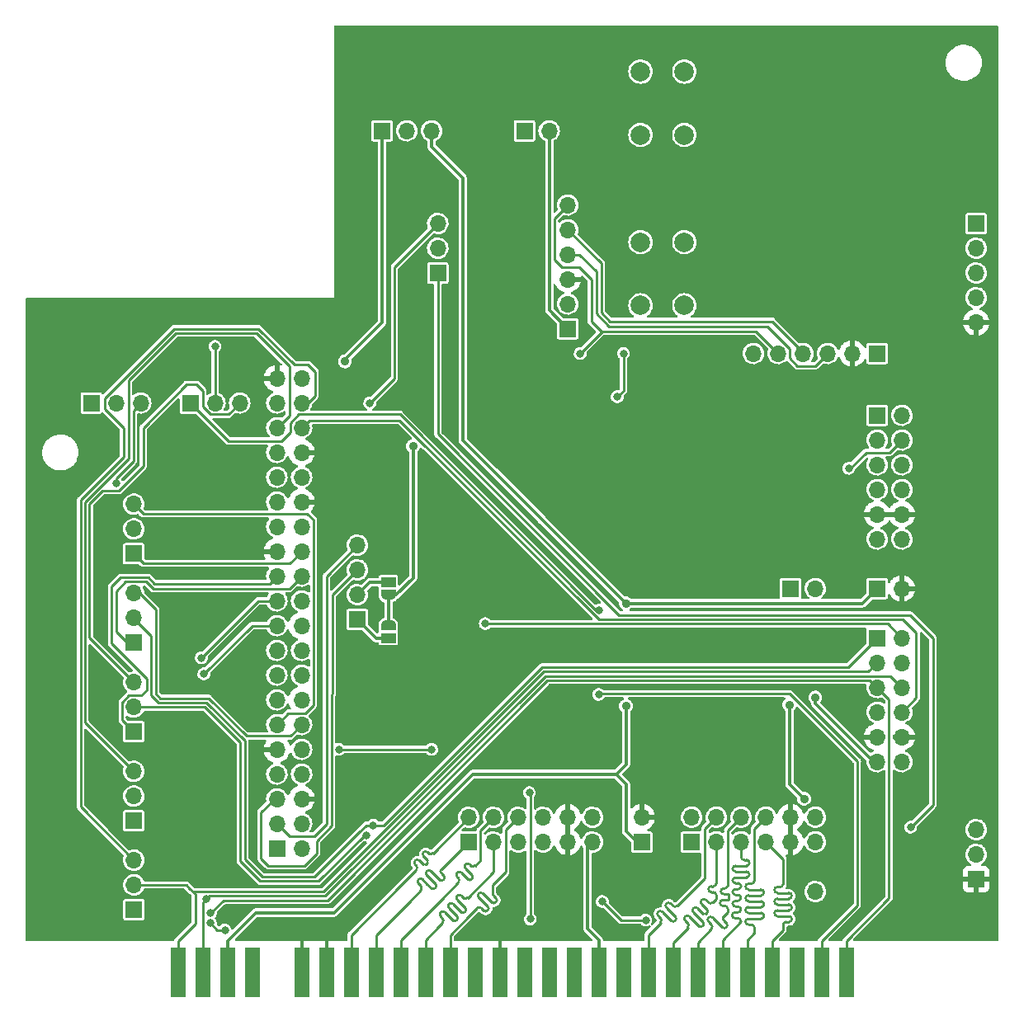
<source format=gbl>
%TF.GenerationSoftware,KiCad,Pcbnew,6.0.0-d3dd2cf0fa~116~ubuntu20.04.1*%
%TF.CreationDate,2022-02-28T23:19:12+01:00*%
%TF.ProjectId,addon-edge-rpi-i2s-pmod,6164646f-6e2d-4656-9467-652d7270692d,0.7*%
%TF.SameCoordinates,Original*%
%TF.FileFunction,Copper,L2,Bot*%
%TF.FilePolarity,Positive*%
%FSLAX46Y46*%
G04 Gerber Fmt 4.6, Leading zero omitted, Abs format (unit mm)*
G04 Created by KiCad (PCBNEW 6.0.0-d3dd2cf0fa~116~ubuntu20.04.1) date 2022-02-28 23:19:12*
%MOMM*%
%LPD*%
G01*
G04 APERTURE LIST*
G04 Aperture macros list*
%AMFreePoly0*
4,1,22,0.550000,-0.750000,0.000000,-0.750000,0.000000,-0.745033,-0.079941,-0.743568,-0.215256,-0.701293,-0.333266,-0.622738,-0.424486,-0.514219,-0.481581,-0.384460,-0.499164,-0.250000,-0.500000,-0.250000,-0.500000,0.250000,-0.499164,0.250000,-0.499963,0.256109,-0.478152,0.396186,-0.417904,0.524511,-0.324060,0.630769,-0.204165,0.706417,-0.067858,0.745374,0.000000,0.744959,0.000000,0.750000,
0.550000,0.750000,0.550000,-0.750000,0.550000,-0.750000,$1*%
%AMFreePoly1*
4,1,20,0.000000,0.744959,0.073905,0.744508,0.209726,0.703889,0.328688,0.626782,0.421226,0.519385,0.479903,0.390333,0.500000,0.250000,0.500000,-0.250000,0.499851,-0.262216,0.476331,-0.402017,0.414519,-0.529596,0.319384,-0.634700,0.198574,-0.708877,0.061801,-0.746166,0.000000,-0.745033,0.000000,-0.750000,-0.550000,-0.750000,-0.550000,0.750000,0.000000,0.750000,0.000000,0.744959,
0.000000,0.744959,$1*%
G04 Aperture macros list end*
%TA.AperFunction,ComponentPad*%
%ADD10R,1.700000X1.700000*%
%TD*%
%TA.AperFunction,ComponentPad*%
%ADD11O,1.700000X1.700000*%
%TD*%
%TA.AperFunction,SMDPad,CuDef*%
%ADD12R,1.524000X5.080000*%
%TD*%
%TA.AperFunction,ComponentPad*%
%ADD13C,2.000000*%
%TD*%
%TA.AperFunction,SMDPad,CuDef*%
%ADD14FreePoly0,90.000000*%
%TD*%
%TA.AperFunction,SMDPad,CuDef*%
%ADD15R,1.500000X1.000000*%
%TD*%
%TA.AperFunction,SMDPad,CuDef*%
%ADD16FreePoly1,90.000000*%
%TD*%
%TA.AperFunction,SMDPad,CuDef*%
%ADD17FreePoly0,270.000000*%
%TD*%
%TA.AperFunction,SMDPad,CuDef*%
%ADD18FreePoly1,270.000000*%
%TD*%
%TA.AperFunction,ViaPad*%
%ADD19C,0.800000*%
%TD*%
%TA.AperFunction,ViaPad*%
%ADD20C,0.900000*%
%TD*%
%TA.AperFunction,Conductor*%
%ADD21C,0.250000*%
%TD*%
%TA.AperFunction,Conductor*%
%ADD22C,0.350000*%
%TD*%
G04 APERTURE END LIST*
D10*
%TO.P,JP5,1,Pin_1*%
%TO.N,+3V3*%
X187325000Y-102870000D03*
D11*
%TO.P,JP5,2,Pin_2*%
%TO.N,/VH_PMOD*%
X189865000Y-102870000D03*
%TD*%
D10*
%TO.P,JP22,1,Pin_1*%
%TO.N,/A27_DIN_I2S*%
X125730000Y-83820000D03*
D11*
%TO.P,JP22,2,Pin_2*%
%TO.N,/DAC_DIN_I2S*%
X128270000Y-83820000D03*
%TO.P,JP22,3,Pin_3*%
%TO.N,/B13_SPI1_SCLK_DABD*%
X130810000Y-83820000D03*
%TD*%
%TO.P,J13,1,Pin_1*%
%TO.N,/B24_JOY_SEL*%
X189865000Y-133985000D03*
%TD*%
D12*
%TO.P,EDGE1,A1,A14*%
%TO.N,/A1_MOSI*%
X124460000Y-142240000D03*
%TO.P,EDGE1,A2,A12*%
%TO.N,/A2_CE1*%
X127000000Y-142240000D03*
%TO.P,EDGE1,A3,5V*%
%TO.N,+5V*%
X129540000Y-142240000D03*
%TO.P,EDGE1,A4,9V*%
%TO.N,unconnected-(EDGE1-PadA4)*%
X132080000Y-142240000D03*
%TO.P,EDGE1,A6,GND_1*%
%TO.N,GND*%
X137160000Y-142240000D03*
%TO.P,EDGE1,A7,GND_2*%
X139700000Y-142240000D03*
%TO.P,EDGE1,A8,CK*%
%TO.N,/A8_PMOD1_D4*%
X142240000Y-142240000D03*
%TO.P,EDGE1,A9,A0*%
%TO.N,/A9_PMOD1_D0*%
X144780000Y-142240000D03*
%TO.P,EDGE1,A10,A1*%
%TO.N,/A10_PMOD1_D5*%
X147320000Y-142240000D03*
%TO.P,EDGE1,A11,A2*%
%TO.N,/A11_PMOD1_D1*%
X149860000Y-142240000D03*
%TO.P,EDGE1,A12,A3*%
%TO.N,/A12_PMOD1_D6*%
X152400000Y-142240000D03*
%TO.P,EDGE1,A13,/IORQ_ULA*%
%TO.N,unconnected-(EDGE1-PadA13)*%
X154940000Y-142240000D03*
%TO.P,EDGE1,A14,GND_3*%
%TO.N,GND*%
X157480000Y-142240000D03*
%TO.P,EDGE1,A15,VIDEO*%
%TO.N,unconnected-(EDGE1-PadA15)*%
X160020000Y-142240000D03*
%TO.P,EDGE1,A16,/Y*%
%TO.N,unconnected-(EDGE1-PadA16)*%
X162560000Y-142240000D03*
%TO.P,EDGE1,A17,V*%
%TO.N,unconnected-(EDGE1-PadA17)*%
X165100000Y-142240000D03*
%TO.P,EDGE1,A18,U*%
%TO.N,+3V3*%
X167640000Y-142240000D03*
%TO.P,EDGE1,A19,/BUSRQ*%
%TO.N,unconnected-(EDGE1-PadA19)*%
X170180000Y-142240000D03*
%TO.P,EDGE1,A20,/RESET*%
%TO.N,/A20_PMOD2_D5*%
X172720000Y-142240000D03*
%TO.P,EDGE1,A21,A7*%
%TO.N,/A21_PMOD2_D1*%
X175260000Y-142240000D03*
%TO.P,EDGE1,A22,A6*%
%TO.N,/A22_PMOD2_D6*%
X177800000Y-142240000D03*
%TO.P,EDGE1,A23,A5*%
%TO.N,/A23_PMOD2_D2*%
X180340000Y-142240000D03*
%TO.P,EDGE1,A24,A4*%
%TO.N,/A24_PMOD2_D7*%
X182880000Y-142240000D03*
%TO.P,EDGE1,A25,/ROMCS*%
%TO.N,/A25_PMOD2_D3*%
X185420000Y-142240000D03*
%TO.P,EDGE1,A26,/BUSACK*%
%TO.N,unconnected-(EDGE1-PadA26)*%
X187960000Y-142240000D03*
%TO.P,EDGE1,A27,A9*%
%TO.N,/A27_DIN_I2S*%
X190500000Y-142240000D03*
%TO.P,EDGE1,A28,A11*%
%TO.N,/A28_MISO_WSBD*%
X193040000Y-142240000D03*
%TD*%
D13*
%TO.P,BUT1,1*%
%TO.N,Net-(BUT1-Pad1)*%
X176429000Y-56305000D03*
X176429000Y-49805000D03*
%TO.P,BUT1,2*%
%TO.N,/A2_SPI1_CE1*%
X171929000Y-56305000D03*
X171929000Y-49805000D03*
%TD*%
D10*
%TO.P,JP45,1,Pin_1*%
%TO.N,/A2_SPI0_CE1*%
X119945000Y-99300000D03*
D11*
%TO.P,JP45,2,Pin_2*%
%TO.N,/A2_CE1*%
X119945000Y-96760000D03*
%TO.P,JP45,3,Pin_3*%
%TO.N,/A2_SPI1_CE1*%
X119945000Y-94220000D03*
%TD*%
D10*
%TO.P,J12,1,Pin_1*%
%TO.N,+5V*%
X196215000Y-102870000D03*
D11*
%TO.P,J12,2,Pin_2*%
%TO.N,GND*%
X198755000Y-102870000D03*
%TD*%
D10*
%TO.P,JP12,1,Pin_1*%
%TO.N,/JP11_Vout*%
X160020000Y-55880000D03*
D11*
%TO.P,JP12,2,Pin_2*%
%TO.N,VIN*%
X162560000Y-55880000D03*
%TD*%
D10*
%TO.P,J6,1,Pin_1*%
%TO.N,VIN*%
X196215000Y-78740000D03*
D11*
%TO.P,J6,2,Pin_2*%
%TO.N,GND*%
X193675000Y-78740000D03*
%TO.P,J6,3,Pin_3*%
%TO.N,/DAC_WSEL_LRCLK_I2S*%
X191135000Y-78740000D03*
%TO.P,J6,4,Pin_4*%
%TO.N,/DAC_DIN_I2S*%
X188595000Y-78740000D03*
%TO.P,J6,5,Pin_5*%
%TO.N,/DAC_BCLK_I2S*%
X186055000Y-78740000D03*
%TO.P,J6,6,Pin_6*%
%TO.N,unconnected-(J6-Pad6)*%
X183515000Y-78740000D03*
%TD*%
D13*
%TO.P,BUT2,1*%
%TO.N,Net-(BUT2-Pad1)*%
X176429000Y-73810000D03*
X176429000Y-67310000D03*
%TO.P,BUT2,2*%
%TO.N,/PIMIDI_BUT2*%
X171929000Y-67310000D03*
X171929000Y-73810000D03*
%TD*%
D10*
%TO.P,JP43,1,Pin_1*%
%TO.N,/B13_SPI0_SCLK*%
X119945000Y-117580000D03*
D11*
%TO.P,JP43,2,Pin_2*%
%TO.N,/B13_SCLK_DABD*%
X119945000Y-115040000D03*
%TO.P,JP43,3,Pin_3*%
%TO.N,/B13_SPI1_SCLK_DABD*%
X119945000Y-112500000D03*
%TD*%
D10*
%TO.P,JP44,1,Pin_1*%
%TO.N,/B14_SPI0_CE0*%
X119945000Y-108440000D03*
D11*
%TO.P,JP44,2,Pin_2*%
%TO.N,/B14_CE0_CLKBD*%
X119945000Y-105900000D03*
%TO.P,JP44,3,Pin_3*%
%TO.N,/B14_SPI1_CE0_CLKBD*%
X119945000Y-103360000D03*
%TD*%
D10*
%TO.P,J1,1,Pin_1*%
%TO.N,/A9_PMOD1_D0*%
X154305000Y-128905000D03*
D11*
%TO.P,J1,2,Pin_2*%
%TO.N,/A11_PMOD1_D1*%
X156845000Y-128905000D03*
%TO.P,J1,3,Pin_3*%
%TO.N,/B15_SCL_PM1_D2*%
X159385000Y-128905000D03*
%TO.P,J1,4,Pin_4*%
%TO.N,/B21_SDA_PM1_D3*%
X161925000Y-128905000D03*
%TO.P,J1,5,Pin_5*%
%TO.N,GND*%
X164465000Y-128905000D03*
%TO.P,J1,6,Pin_6*%
%TO.N,+3V3*%
X167005000Y-128905000D03*
%TO.P,J1,7,Pin_7*%
%TO.N,/A8_PMOD1_D4*%
X154305000Y-126365000D03*
%TO.P,J1,8,Pin_8*%
%TO.N,/A10_PMOD1_D5*%
X156845000Y-126365000D03*
%TO.P,J1,9,Pin_9*%
%TO.N,/A12_PMOD1_D6*%
X159385000Y-126365000D03*
%TO.P,J1,10,Pin_10*%
%TO.N,/B17_PMOD1_D7*%
X161925000Y-126365000D03*
%TO.P,J1,11,Pin_11*%
%TO.N,GND*%
X164465000Y-126365000D03*
%TO.P,J1,12,Pin_12*%
%TO.N,+3V3*%
X167005000Y-126365000D03*
%TD*%
D10*
%TO.P,J2,1,Pin_1*%
%TO.N,/B19_PMOD2_D0*%
X177165000Y-128885000D03*
D11*
%TO.P,J2,2,Pin_2*%
%TO.N,/A21_PMOD2_D1*%
X179705000Y-128885000D03*
%TO.P,J2,3,Pin_3*%
%TO.N,/A23_PMOD2_D2*%
X182245000Y-128885000D03*
%TO.P,J2,4,Pin_4*%
%TO.N,/A25_PMOD2_D3*%
X184785000Y-128885000D03*
%TO.P,J2,5,Pin_5*%
%TO.N,GND*%
X187325000Y-128885000D03*
%TO.P,J2,6,Pin_6*%
%TO.N,+3V3*%
X189865000Y-128885000D03*
%TO.P,J2,7,Pin_7*%
%TO.N,/B18_PMOD2_D4*%
X177165000Y-126345000D03*
%TO.P,J2,8,Pin_8*%
%TO.N,/A20_PMOD2_D5*%
X179705000Y-126345000D03*
%TO.P,J2,9,Pin_9*%
%TO.N,/A22_PMOD2_D6*%
X182245000Y-126345000D03*
%TO.P,J2,10,Pin_10*%
%TO.N,/A24_PMOD2_D7*%
X184785000Y-126345000D03*
%TO.P,J2,11,Pin_11*%
%TO.N,GND*%
X187325000Y-126345000D03*
%TO.P,J2,12,Pin_12*%
%TO.N,+3V3*%
X189865000Y-126345000D03*
%TD*%
D10*
%TO.P,J5,1,Pin_1*%
%TO.N,VIN*%
X164465000Y-76200000D03*
D11*
%TO.P,J5,2,Pin_2*%
%TO.N,unconnected-(J5-Pad2)*%
X164465000Y-73660000D03*
%TO.P,J5,3,Pin_3*%
%TO.N,GND*%
X164465000Y-71120000D03*
%TO.P,J5,4,Pin_4*%
%TO.N,/DAC_WSEL_LRCLK_I2S*%
X164465000Y-68580000D03*
%TO.P,J5,5,Pin_5*%
%TO.N,/DAC_DIN_I2S*%
X164465000Y-66040000D03*
%TO.P,J5,6,Pin_6*%
%TO.N,/DAC_BCLK_I2S*%
X164465000Y-63500000D03*
%TD*%
D10*
%TO.P,J10,1,Pin_1*%
%TO.N,+5V*%
X172060000Y-128885000D03*
D11*
%TO.P,J10,2,Pin_2*%
%TO.N,GND*%
X172060000Y-126345000D03*
%TD*%
D10*
%TO.P,J7,1,Pin_1*%
%TO.N,GND*%
X206375000Y-132715000D03*
D11*
%TO.P,J7,2,Pin_2*%
%TO.N,/B1_UART_RX*%
X206375000Y-130175000D03*
%TO.P,J7,3,Pin_3*%
%TO.N,/B16_UART_TX_MIDI*%
X206375000Y-127635000D03*
%TD*%
D10*
%TO.P,RPI1,1,3.3V*%
%TO.N,3V3pi*%
X134620000Y-129540000D03*
D11*
%TO.P,RPI1,2,5.0V*%
%TO.N,5Vpi*%
X137160000Y-129540000D03*
%TO.P,RPI1,3,SDA*%
%TO.N,/SDA_RPI*%
X134620000Y-127000000D03*
%TO.P,RPI1,4,5.0V@1*%
%TO.N,5Vpi*%
X137160000Y-127000000D03*
%TO.P,RPI1,5,SCL*%
%TO.N,/SCL_RPI*%
X134620000Y-124460000D03*
%TO.P,RPI1,6,GND*%
%TO.N,GND*%
X137160000Y-124460000D03*
%TO.P,RPI1,7,GPIO4*%
%TO.N,/PIMIDI_BUT5*%
X134620000Y-121920000D03*
%TO.P,RPI1,8,TXD*%
%TO.N,/B1_UART_RX*%
X137160000Y-121920000D03*
%TO.P,RPI1,9,GND@4*%
%TO.N,GND*%
X134620000Y-119380000D03*
%TO.P,RPI1,10,RXD*%
%TO.N,/B16_UART_TX_MIDI*%
X137160000Y-119380000D03*
%TO.P,RPI1,11,GPIO17*%
%TO.N,/A2_SPI1_CE1*%
X134620000Y-116840000D03*
%TO.P,RPI1,12,GPIO18*%
%TO.N,/B14_SPI1_CE0_CLKBD*%
X137160000Y-116840000D03*
%TO.P,RPI1,13,GPIO27*%
%TO.N,/PIMIDI_BUT2*%
X134620000Y-114300000D03*
%TO.P,RPI1,14,GND@1*%
%TO.N,GND*%
X137160000Y-114300000D03*
%TO.P,RPI1,15,GPIO22*%
%TO.N,/PIMIDI_B3_CLK*%
X134620000Y-111760000D03*
%TO.P,RPI1,16,GPIO23*%
%TO.N,/PIMIDI_B4_DAT*%
X137160000Y-111760000D03*
%TO.P,RPI1,17,3.3V@1*%
%TO.N,3V3pi*%
X134620000Y-109220000D03*
%TO.P,RPI1,18,GPIO24*%
%TO.N,unconnected-(RPI1-Pad18)*%
X137160000Y-109220000D03*
%TO.P,RPI1,19,SPI_MOSI*%
%TO.N,/A1_SPI0_MOSI*%
X134620000Y-106680000D03*
%TO.P,RPI1,20,GND@2*%
%TO.N,GND*%
X137160000Y-106680000D03*
%TO.P,RPI1,21,SPI_MISO*%
%TO.N,/A28_SPI0_MISO*%
X134620000Y-104140000D03*
%TO.P,RPI1,22,GPIO25*%
%TO.N,unconnected-(RPI1-Pad22)*%
X137160000Y-104140000D03*
%TO.P,RPI1,23,SPI_SCLK*%
%TO.N,/B13_SPI0_SCLK*%
X134620000Y-101600000D03*
%TO.P,RPI1,24,#SPI_CE0*%
%TO.N,/B14_SPI0_CE0*%
X137160000Y-101600000D03*
%TO.P,RPI1,25,GND@3*%
%TO.N,GND*%
X134620000Y-99060000D03*
%TO.P,RPI1,26,#SPI_CE1*%
%TO.N,/A2_SPI0_CE1*%
X137160000Y-99060000D03*
%TO.P,RPI1,27,EEDATA*%
%TO.N,unconnected-(RPI1-Pad27)*%
X134620000Y-96520000D03*
%TO.P,RPI1,28,EECLK*%
%TO.N,unconnected-(RPI1-Pad28)*%
X137160000Y-96520000D03*
%TO.P,RPI1,29,GPIO5*%
%TO.N,unconnected-(RPI1-Pad29)*%
X134620000Y-93980000D03*
%TO.P,RPI1,30,GND@6*%
%TO.N,GND*%
X137160000Y-93980000D03*
%TO.P,RPI1,31,GPIO6*%
%TO.N,unconnected-(RPI1-Pad31)*%
X134620000Y-91440000D03*
%TO.P,RPI1,32,GPIO12*%
%TO.N,unconnected-(RPI1-Pad32)*%
X137160000Y-91440000D03*
%TO.P,RPI1,33,GPIO13*%
%TO.N,unconnected-(RPI1-Pad33)*%
X134620000Y-88900000D03*
%TO.P,RPI1,34,GND@7*%
%TO.N,GND*%
X137160000Y-88900000D03*
%TO.P,RPI1,35,GPIO19*%
%TO.N,/A28_SPI1_MISO_WSBD*%
X134620000Y-86360000D03*
%TO.P,RPI1,36,GPIO16*%
%TO.N,/B27_SPI1CE2*%
X137160000Y-86360000D03*
%TO.P,RPI1,37,GPIO26*%
%TO.N,unconnected-(RPI1-Pad37)*%
X134620000Y-83820000D03*
%TO.P,RPI1,38,GPIO20*%
%TO.N,/A1_SPI1_MOSI*%
X137160000Y-83820000D03*
%TO.P,RPI1,39,GND@5*%
%TO.N,GND*%
X134620000Y-81280000D03*
%TO.P,RPI1,40,GPIO21*%
%TO.N,/B13_SPI1_SCLK_DABD*%
X137160000Y-81280000D03*
%TD*%
D10*
%TO.P,JP42,1,Pin_1*%
%TO.N,/A28_SPI0_MISO*%
X119945000Y-126720000D03*
D11*
%TO.P,JP42,2,Pin_2*%
%TO.N,/A28_MISO_WSBD*%
X119945000Y-124180000D03*
%TO.P,JP42,3,Pin_3*%
%TO.N,/A28_SPI1_MISO_WSBD*%
X119945000Y-121640000D03*
%TD*%
D10*
%TO.P,J9,1,Pin_1*%
%TO.N,/PIMIDI_B3_CLK*%
X206367200Y-65405000D03*
D11*
%TO.P,J9,2,Pin_2*%
%TO.N,/PIMIDI_B4_DAT*%
X206367200Y-67945000D03*
%TO.P,J9,3,Pin_3*%
%TO.N,/PIMIDI_BUT5*%
X206367200Y-70485000D03*
%TO.P,J9,4,Pin_4*%
%TO.N,3V3pi*%
X206367200Y-73025000D03*
%TO.P,J9,5,Pin_5*%
%TO.N,GND*%
X206367200Y-75565000D03*
%TD*%
D10*
%TO.P,JP23,1,Pin_1*%
%TO.N,/B26_WSEL_LRCLK_I2S*%
X151130000Y-70485000D03*
D11*
%TO.P,JP23,2,Pin_2*%
%TO.N,/DAC_WSEL_LRCLK_I2S*%
X151130000Y-67945000D03*
%TO.P,JP23,3,Pin_3*%
%TO.N,/A28_SPI1_MISO_WSBD*%
X151130000Y-65405000D03*
%TD*%
D10*
%TO.P,JP21,1,Pin_1*%
%TO.N,/B2_BCLK_I2S*%
X115570000Y-83820000D03*
D11*
%TO.P,JP21,2,Pin_2*%
%TO.N,/DAC_BCLK_I2S*%
X118110000Y-83820000D03*
%TO.P,JP21,3,Pin_3*%
%TO.N,/B14_SPI1_CE0_CLKBD*%
X120650000Y-83820000D03*
%TD*%
D10*
%TO.P,J4,1,Pin_1*%
%TO.N,/B6_SRAMDQ8*%
X196215000Y-85090000D03*
D11*
%TO.P,J4,2,Pin_2*%
%TO.N,/B7_SRAMDQ9*%
X196215000Y-87630000D03*
%TO.P,J4,3,Pin_3*%
%TO.N,/B8_SRAMDQ10*%
X196215000Y-90170000D03*
%TO.P,J4,4,Pin_4*%
%TO.N,/B11_SRAMDQ11*%
X196215000Y-92710000D03*
%TO.P,J4,5,Pin_5*%
%TO.N,GND*%
X196215000Y-95250000D03*
%TO.P,J4,6,Pin_6*%
%TO.N,/VH_PMOD*%
X196215000Y-97790000D03*
%TO.P,J4,7,Pin_7*%
%TO.N,/B12_SRAMDQ12*%
X198755000Y-85090000D03*
%TO.P,J4,8,Pin_8*%
%TO.N,/B10_SRAMDQ13*%
X198755000Y-87630000D03*
%TO.P,J4,9,Pin_9*%
%TO.N,/B9_SRAMDQ14*%
X198755000Y-90170000D03*
%TO.P,J4,10,Pin_10*%
%TO.N,/B3_SRAMDQ15*%
X198755000Y-92710000D03*
%TO.P,J4,11,Pin_11*%
%TO.N,GND*%
X198755000Y-95250000D03*
%TO.P,J4,12,Pin_12*%
%TO.N,/VH_PMOD*%
X198755000Y-97790000D03*
%TD*%
D10*
%TO.P,J8,1,Pin_1*%
%TO.N,/DISPLAY_PS1*%
X142875000Y-106045000D03*
D11*
%TO.P,J8,2,Pin_2*%
%TO.N,/DISPLAY_PS2*%
X142875000Y-103505000D03*
%TO.P,J8,3,Pin_3*%
%TO.N,/SCL_RPI*%
X142875000Y-100965000D03*
%TO.P,J8,4,Pin_4*%
%TO.N,/SDA_RPI*%
X142875000Y-98425000D03*
%TD*%
D10*
%TO.P,J3,1,Pin_1*%
%TO.N,/B14_CE0_CLKBD*%
X196215000Y-107950000D03*
D11*
%TO.P,J3,2,Pin_2*%
%TO.N,/A1_MOSI*%
X196215000Y-110490000D03*
%TO.P,J3,3,Pin_3*%
%TO.N,/A28_MISO_WSBD*%
X196215000Y-113030000D03*
%TO.P,J3,4,Pin_4*%
%TO.N,/B13_SCLK_DABD*%
X196215000Y-115570000D03*
%TO.P,J3,5,Pin_5*%
%TO.N,GND*%
X196215000Y-118110000D03*
%TO.P,J3,6,Pin_6*%
%TO.N,/VH_PMOD*%
X196215000Y-120650000D03*
%TO.P,J3,7,Pin_7*%
%TO.N,/B1_UART_RX*%
X198755000Y-107950000D03*
%TO.P,J3,8,Pin_8*%
%TO.N,/B16_UART_TX_MIDI*%
X198755000Y-110490000D03*
%TO.P,J3,9,Pin_9*%
%TO.N,/A2_CE1*%
X198755000Y-113030000D03*
%TO.P,J3,10,Pin_10*%
%TO.N,/B27_SPI1CE2*%
X198755000Y-115570000D03*
%TO.P,J3,11,Pin_11*%
%TO.N,GND*%
X198755000Y-118110000D03*
%TO.P,J3,12,Pin_12*%
%TO.N,/VH_PMOD*%
X198755000Y-120650000D03*
%TD*%
D10*
%TO.P,JP11,1,Pin_1*%
%TO.N,5Vpi*%
X145415000Y-55880000D03*
D11*
%TO.P,JP11,2,Pin_2*%
%TO.N,/JP11_Vout*%
X147955000Y-55880000D03*
%TO.P,JP11,3,Pin_3*%
%TO.N,+5V*%
X150495000Y-55880000D03*
%TD*%
D10*
%TO.P,JP41,1,Pin_1*%
%TO.N,/A1_SPI0_MOSI*%
X119945000Y-135845000D03*
D11*
%TO.P,JP41,2,Pin_2*%
%TO.N,/A1_MOSI*%
X119945000Y-133305000D03*
%TO.P,JP41,3,Pin_3*%
%TO.N,/A1_SPI1_MOSI*%
X119945000Y-130765000D03*
%TD*%
D14*
%TO.P,JPS1,1,A*%
%TO.N,GND*%
X146050000Y-109250000D03*
D15*
%TO.P,JPS1,2,C*%
%TO.N,/DISPLAY_PS1*%
X146050000Y-107950000D03*
D16*
%TO.P,JPS1,3,B*%
%TO.N,3V3pi*%
X146050000Y-106650000D03*
%TD*%
D17*
%TO.P,JPS2,1,A*%
%TO.N,GND*%
X146050000Y-100935000D03*
D15*
%TO.P,JPS2,2,C*%
%TO.N,/DISPLAY_PS2*%
X146050000Y-102235000D03*
D18*
%TO.P,JPS2,3,B*%
%TO.N,3V3pi*%
X146050000Y-103535000D03*
%TD*%
D19*
%TO.N,/B26_WSEL_LRCLK_I2S*%
X199644000Y-127381000D03*
%TO.N,/A27_DIN_I2S*%
X167710062Y-105085938D03*
X167640000Y-113757700D03*
%TO.N,/B16_UART_TX_MIDI*%
X160620289Y-136813711D03*
X140970000Y-119380000D03*
X150495000Y-119380000D03*
X160528000Y-123825000D03*
%TO.N,/B10_SRAMDQ13*%
X193294000Y-90533138D03*
D20*
%TO.N,5Vpi*%
X141605000Y-79564500D03*
%TO.N,GND*%
X136525000Y-137152780D03*
D19*
X130175000Y-136144000D03*
X124714000Y-107950000D03*
D20*
%TO.N,/VH_PMOD*%
X189865000Y-114046000D03*
%TO.N,+3V3*%
X188722000Y-124460000D03*
X187198000Y-114808000D03*
%TO.N,3V3pi*%
X148590000Y-88265000D03*
D19*
%TO.N,/B14_SPI1_CE0_CLKBD*%
X118110000Y-92075000D03*
%TO.N,/PIMIDI_BUT2*%
X169545000Y-83185000D03*
X170180000Y-78740000D03*
%TO.N,/A2_CE1*%
X127381000Y-134747000D03*
%TO.N,/B14_CE0_CLKBD*%
X144518528Y-127177800D03*
%TO.N,/A28_MISO_WSBD*%
X127787400Y-136220200D03*
%TO.N,/B13_SCLK_DABD*%
X143790828Y-128187557D03*
D20*
%TO.N,+5V*%
X170434000Y-114935000D03*
X170434000Y-104394000D03*
D19*
%TO.N,/A1_SPI0_MOSI*%
X127127000Y-111633000D03*
%TO.N,/B1_UART_RX*%
X129286000Y-137922000D03*
X156010309Y-106480309D03*
X127787411Y-137222902D03*
%TO.N,/A28_SPI0_MISO*%
X126873000Y-109982000D03*
%TO.N,/A28_SPI1_MISO_WSBD*%
X144145000Y-83820000D03*
%TO.N,/DAC_DIN_I2S*%
X128270000Y-78012300D03*
%TO.N,/DAC_BCLK_I2S*%
X165735000Y-78740000D03*
%TO.N,/B21_SDA_PM1_D3*%
X168021000Y-135001000D03*
X172466000Y-136906000D03*
%TD*%
D21*
%TO.N,/B26_WSEL_LRCLK_I2S*%
X199644000Y-127381000D02*
X201930000Y-125095000D01*
X201930000Y-125095000D02*
X201930000Y-107950000D01*
X201930000Y-107950000D02*
X199572280Y-105592280D01*
X169727280Y-105592280D02*
X151130000Y-86995000D01*
X199572280Y-105592280D02*
X169727280Y-105592280D01*
X151130000Y-86995000D02*
X151130000Y-70485000D01*
%TO.N,/A27_DIN_I2S*%
X167710062Y-105085938D02*
X167321180Y-105085938D01*
X167321180Y-105085938D02*
X147232953Y-84997711D01*
X135107825Y-87722289D02*
X129632289Y-87722289D01*
X135982289Y-86847825D02*
X135107825Y-87722289D01*
X135982289Y-85872175D02*
X135982289Y-86847825D01*
X147232953Y-84997711D02*
X136856753Y-84997711D01*
X194183000Y-135382000D02*
X190500000Y-139065000D01*
X129632289Y-87722289D02*
X125730000Y-83820000D01*
X194183000Y-120626964D02*
X194183000Y-135382000D01*
X190500000Y-139065000D02*
X190500000Y-142240000D01*
X167640000Y-113757700D02*
X167732700Y-113665000D01*
X167732700Y-113665000D02*
X187221036Y-113665000D01*
X136856753Y-84997711D02*
X135982289Y-85872175D01*
X187221036Y-113665000D02*
X194183000Y-120626964D01*
%TO.N,/A8_PMOD1_D4*%
X150197734Y-130048000D02*
X150197735Y-130048000D01*
X148832120Y-131227971D02*
X148924941Y-131320792D01*
X154305000Y-126365000D02*
X150622000Y-130048000D01*
X149678461Y-131225783D02*
X149256385Y-130803707D01*
X150197735Y-130048000D02*
X150104913Y-129955178D01*
X147480551Y-133189449D02*
X142240000Y-138430000D01*
X148924941Y-131745056D02*
X147480551Y-133189449D01*
X149773470Y-130472263D02*
X150102725Y-130801519D01*
X149680649Y-130379442D02*
X149773470Y-130472263D01*
X150102724Y-131035763D02*
X149912705Y-131225783D01*
X142240000Y-138430000D02*
X142240000Y-142240000D01*
X149678462Y-131225784D02*
X149678461Y-131225783D01*
X148832121Y-130803707D02*
X148832120Y-130803707D01*
X150102725Y-131035763D02*
X150102724Y-131035763D01*
X148832121Y-131227970D02*
G75*
G02*
X148832121Y-130803708I212131J212131D01*
G01*
X148832122Y-130803708D02*
G75*
G02*
X149256384Y-130803708I212131J-212131D01*
G01*
X149678463Y-131225783D02*
G75*
G03*
X149912704Y-131225782I117120J117117D01*
G01*
X149680650Y-130379441D02*
G75*
G02*
X149680650Y-129955179I212131J212131D01*
G01*
X150197734Y-130048000D02*
G75*
G03*
X150622000Y-130048000I212133J212134D01*
G01*
X148924940Y-131745055D02*
G75*
G03*
X148924940Y-131320793I-212131J212131D01*
G01*
X150102725Y-131035763D02*
G75*
G03*
X150102725Y-130801519I-117120J117122D01*
G01*
X149680650Y-129955179D02*
G75*
G02*
X150104912Y-129955179I212131J-212131D01*
G01*
%TO.N,/B16_UART_TX_MIDI*%
X160528000Y-123825000D02*
X160620289Y-123917289D01*
X150495000Y-119380000D02*
X140970000Y-119380000D01*
X160620289Y-123917289D02*
X160620289Y-136813711D01*
%TO.N,/SDA_RPI*%
X135890000Y-128270000D02*
X134620000Y-127000000D01*
X139700000Y-127000000D02*
X138430000Y-128270000D01*
X138430000Y-128270000D02*
X135890000Y-128270000D01*
X139700000Y-101600000D02*
X139700000Y-127000000D01*
X142875000Y-98425000D02*
X139700000Y-101600000D01*
%TO.N,/SCL_RPI*%
X134366000Y-124460000D02*
X134620000Y-124460000D01*
X138684000Y-128778000D02*
X138684000Y-130048000D01*
X140335000Y-113665000D02*
X140242289Y-113757711D01*
X132969000Y-125857000D02*
X134366000Y-124460000D01*
X140242289Y-113757711D02*
X140242289Y-127219711D01*
X142875000Y-100965000D02*
X140335000Y-103505000D01*
X138684000Y-130048000D02*
X137414000Y-131318000D01*
X137414000Y-131318000D02*
X133731000Y-131318000D01*
X140335000Y-103505000D02*
X140335000Y-113665000D01*
X132969000Y-130556000D02*
X132969000Y-125857000D01*
X133731000Y-131318000D02*
X132969000Y-130556000D01*
X140242289Y-127219711D02*
X138684000Y-128778000D01*
%TO.N,/A2_SPI1_CE1*%
X138384511Y-95839511D02*
X138384511Y-114807210D01*
X120929511Y-95204511D02*
X137749511Y-95204511D01*
X119945000Y-94220000D02*
X120929511Y-95204511D01*
X137749511Y-95204511D02*
X138384511Y-95839511D01*
X137529432Y-115662289D02*
X135797711Y-115662289D01*
X135797711Y-115662289D02*
X134620000Y-116840000D01*
X138384511Y-114807210D02*
X137529432Y-115662289D01*
%TO.N,/A9_PMOD1_D0*%
X144780000Y-138430000D02*
X144780000Y-142240000D01*
X151510999Y-132123266D02*
X151744102Y-132356369D01*
X149156575Y-133162955D02*
X149389677Y-133396057D01*
X150005103Y-132314427D02*
X150450337Y-132759661D01*
X150450337Y-132759661D02*
X150895573Y-133204897D01*
X150026075Y-133183927D02*
X149580839Y-132738691D01*
X154305000Y-128905000D02*
X151511000Y-131699000D01*
X151319838Y-132780633D02*
X151086736Y-132547531D01*
X148167110Y-135042890D02*
X144780000Y-138430000D01*
X151086736Y-132547531D02*
X150429367Y-131890163D01*
X150471309Y-133629161D02*
X150026075Y-133183927D01*
X149389677Y-133820321D02*
X148167110Y-135042890D01*
X151511000Y-132123266D02*
X151510999Y-132123266D01*
X150005104Y-131890164D02*
G75*
G02*
X150429366Y-131890164I212131J-212131D01*
G01*
X149156576Y-132738692D02*
G75*
G02*
X149580838Y-132738692I212131J-212131D01*
G01*
X150471310Y-133629160D02*
G75*
G03*
X150895572Y-133629160I212131J212131D01*
G01*
X149389676Y-133820320D02*
G75*
G03*
X149389676Y-133396058I-212131J212131D01*
G01*
X149156576Y-133162954D02*
G75*
G02*
X149156576Y-132738692I212131J212131D01*
G01*
X150895572Y-133629160D02*
G75*
G03*
X150895572Y-133204898I-212131J212131D01*
G01*
X151319839Y-132780632D02*
G75*
G03*
X151744101Y-132780632I212131J212131D01*
G01*
X150005104Y-132314426D02*
G75*
G02*
X150005104Y-131890164I212131J212131D01*
G01*
X151744101Y-132780632D02*
G75*
G03*
X151744101Y-132356370I-212131J212131D01*
G01*
X151511001Y-132123265D02*
G75*
G02*
X151511001Y-131699001I212130J212132D01*
G01*
%TO.N,/A10_PMOD1_D5*%
X154091470Y-131742263D02*
X154638269Y-132289063D01*
X153879340Y-132378662D02*
X153544673Y-132043995D01*
X151469218Y-134788782D02*
X147320000Y-138938000D01*
X154515735Y-131318000D02*
X154393201Y-131195466D01*
X154515734Y-131318000D02*
X154515735Y-131318000D01*
X155482711Y-127727289D02*
X155482711Y-130775289D01*
X153120409Y-132468259D02*
X153242942Y-132590792D01*
X155482711Y-130775289D02*
X154940000Y-131318000D01*
X154214005Y-132713327D02*
X153879340Y-132378662D01*
X147320000Y-138938000D02*
X147320000Y-142240000D01*
X156845000Y-126365000D02*
X155482711Y-127727289D01*
X153968937Y-131619730D02*
X154091470Y-131742263D01*
X153242942Y-133015056D02*
X151469218Y-134788782D01*
X153968938Y-131195467D02*
G75*
G02*
X154393200Y-131195467I212131J-212131D01*
G01*
X153242941Y-133015055D02*
G75*
G03*
X153242941Y-132590793I-212131J212131D01*
G01*
X153120410Y-132043996D02*
G75*
G02*
X153544672Y-132043996I212131J-212131D01*
G01*
X153120410Y-132468258D02*
G75*
G02*
X153120410Y-132043996I212131J212131D01*
G01*
X154638268Y-132713326D02*
G75*
G03*
X154638268Y-132289064I-212131J212131D01*
G01*
X154515734Y-131318000D02*
G75*
G03*
X154940000Y-131318000I212133J212134D01*
G01*
X154214006Y-132713326D02*
G75*
G03*
X154638268Y-132713326I212131J212131D01*
G01*
X153968938Y-131619729D02*
G75*
G02*
X153968938Y-131195467I212131J212131D01*
G01*
%TO.N,/A11_PMOD1_D1*%
X152653964Y-136914342D02*
X152268812Y-136529190D01*
X149860000Y-138938000D02*
X149860000Y-142240000D01*
X151632414Y-137165584D02*
X151280613Y-137517387D01*
X153502492Y-136065814D02*
X153117340Y-135680662D01*
X156845000Y-128905000D02*
X156845000Y-131953000D01*
X152272567Y-135684417D02*
X152693074Y-136104924D01*
X153117340Y-135680662D02*
X152696831Y-135260153D01*
X151280613Y-137517387D02*
X149860000Y-138938000D01*
X153329470Y-135044263D02*
X153926756Y-135641550D01*
X153753734Y-134620000D02*
X153753735Y-134620000D01*
X153121095Y-134835888D02*
X153329470Y-135044263D01*
X151424039Y-136532945D02*
X151632414Y-136741320D01*
X156845000Y-131953000D02*
X154178000Y-134620000D01*
X153753735Y-134620000D02*
X153545359Y-134411624D01*
X152693074Y-136104924D02*
X153078228Y-136490078D01*
X152268812Y-136529190D02*
X151848303Y-136108681D01*
X153121096Y-134411625D02*
G75*
G02*
X153545358Y-134411625I212131J-212131D01*
G01*
X151424040Y-136108682D02*
G75*
G02*
X151848302Y-136108682I212131J-212131D01*
G01*
X152653965Y-136914341D02*
G75*
G03*
X153078227Y-136914341I212131J212131D01*
G01*
X153753734Y-134620000D02*
G75*
G03*
X154178000Y-134620000I212133J212134D01*
G01*
X153078227Y-136914341D02*
G75*
G03*
X153078227Y-136490079I-212131J212131D01*
G01*
X152272568Y-135684416D02*
G75*
G02*
X152272568Y-135260154I212131J212131D01*
G01*
X153926755Y-136065813D02*
G75*
G03*
X153926755Y-135641551I-212131J212131D01*
G01*
X152272568Y-135260154D02*
G75*
G02*
X152696830Y-135260154I212131J-212131D01*
G01*
X153121096Y-134835887D02*
G75*
G02*
X153121096Y-134411625I212131J212131D01*
G01*
X151632413Y-137165583D02*
G75*
G03*
X151632413Y-136741321I-212131J212131D01*
G01*
X153502493Y-136065813D02*
G75*
G03*
X153926755Y-136065813I212131J212131D01*
G01*
X151424040Y-136532944D02*
G75*
G02*
X151424040Y-136108682I212131J212131D01*
G01*
%TO.N,/B10_SRAMDQ13*%
X197485000Y-88900000D02*
X198755000Y-87630000D01*
X193294000Y-90533138D02*
X193438862Y-90533138D01*
X193438862Y-90533138D02*
X195072000Y-88900000D01*
X195072000Y-88900000D02*
X197485000Y-88900000D01*
D22*
%TO.N,VIN*%
X162560000Y-74295000D02*
X164465000Y-76200000D01*
X162560000Y-55880000D02*
X162560000Y-74295000D01*
%TO.N,5Vpi*%
X141605000Y-79375000D02*
X145415000Y-75565000D01*
X141605000Y-79564500D02*
X141605000Y-79375000D01*
X145415000Y-75565000D02*
X145415000Y-55880000D01*
%TO.N,GND*%
X136525000Y-137152780D02*
X137160000Y-137787780D01*
X139700000Y-142240000D02*
X139700000Y-138176000D01*
X137160000Y-137787780D02*
X137160000Y-142240000D01*
X157480000Y-142240000D02*
X157480000Y-138176000D01*
%TO.N,/VH_PMOD*%
X189865000Y-114681000D02*
X195834000Y-120650000D01*
X189865000Y-114046000D02*
X189865000Y-114681000D01*
X195834000Y-120650000D02*
X196215000Y-120650000D01*
%TO.N,+3V3*%
X167640000Y-142240000D02*
X167640000Y-138938000D01*
X166497000Y-137795000D02*
X166497000Y-129413000D01*
X166497000Y-129413000D02*
X167005000Y-128905000D01*
X187198000Y-114808000D02*
X187198000Y-122936000D01*
X167640000Y-138938000D02*
X166497000Y-137795000D01*
X187198000Y-122936000D02*
X188722000Y-124460000D01*
%TO.N,3V3pi*%
X148590000Y-88265000D02*
X148590000Y-101794022D01*
X148590000Y-101794022D02*
X146849022Y-103535000D01*
X146050000Y-103535000D02*
X146050000Y-106650000D01*
X146849022Y-103535000D02*
X146050000Y-103535000D01*
D21*
%TO.N,/B14_SPI1_CE0_CLKBD*%
X119888000Y-84582000D02*
X120650000Y-83820000D01*
X118110000Y-92075000D02*
X118110000Y-91567000D01*
X120505000Y-103360000D02*
X122190440Y-105045440D01*
X122648802Y-114134560D02*
X127607045Y-114134561D01*
X135982289Y-118017711D02*
X137160000Y-116840000D01*
X118110000Y-91567000D02*
X119888000Y-89789000D01*
X122190440Y-113676198D02*
X122648802Y-114134560D01*
X131490195Y-118017711D02*
X135982289Y-118017711D01*
X119945000Y-103360000D02*
X120505000Y-103360000D01*
X122190440Y-105045440D02*
X122190440Y-113676198D01*
X119888000Y-89789000D02*
X119888000Y-84582000D01*
X127607045Y-114134561D02*
X131490195Y-118017711D01*
%TO.N,/PIMIDI_BUT2*%
X169545000Y-83185000D02*
X170180000Y-82550000D01*
X170180000Y-82550000D02*
X170180000Y-78740000D01*
%TO.N,/A2_CE1*%
X127381000Y-134747000D02*
X127690280Y-134437720D01*
X127000000Y-135128000D02*
X127381000Y-134747000D01*
X127000000Y-142240000D02*
X127000000Y-135128000D01*
X139597638Y-134437720D02*
X162183069Y-111852289D01*
X127690280Y-134437720D02*
X139597638Y-134437720D01*
X197577289Y-111852289D02*
X198755000Y-113030000D01*
X162183069Y-111852289D02*
X197577289Y-111852289D01*
%TO.N,/B14_CE0_CLKBD*%
X161808025Y-110946849D02*
X193218151Y-110946849D01*
X122461280Y-114587280D02*
X121737720Y-113863720D01*
X143063117Y-127904083D02*
X138506200Y-132461000D01*
X138506200Y-132461000D02*
X133096000Y-132461000D01*
X121737720Y-113863720D02*
X121737720Y-107767720D01*
X144518528Y-127177800D02*
X143771445Y-127177800D01*
X143063117Y-127886128D02*
X143063117Y-127904083D01*
X131317999Y-118485757D02*
X127419522Y-114587280D01*
X193218151Y-110946849D02*
X196215000Y-107950000D01*
X145577074Y-127177800D02*
X161808025Y-110946849D01*
X127419522Y-114587280D02*
X122461280Y-114587280D01*
X119945000Y-105975000D02*
X119945000Y-105900000D01*
X121737720Y-107767720D02*
X119945000Y-105975000D01*
X144518528Y-127177800D02*
X145577074Y-127177800D01*
X133096000Y-132461000D02*
X131318000Y-130683000D01*
X143771445Y-127177800D02*
X143063117Y-127886128D01*
X131318000Y-130683000D02*
X131317999Y-118485757D01*
%TO.N,/A28_MISO_WSBD*%
X197439511Y-134665489D02*
X197439511Y-114254511D01*
X162370591Y-112305009D02*
X139785160Y-134890440D01*
X197439511Y-114254511D02*
X196215000Y-113030000D01*
X193040000Y-142240000D02*
X193040000Y-139065000D01*
X195490009Y-112305009D02*
X162370591Y-112305009D01*
X196215000Y-113030000D02*
X195490009Y-112305009D01*
X139785160Y-134890440D02*
X129117160Y-134890440D01*
X193040000Y-139065000D02*
X197439511Y-134665489D01*
X129117160Y-134890440D02*
X127787400Y-136220200D01*
%TO.N,/A1_MOSI*%
X126238000Y-134239000D02*
X125603000Y-133604000D01*
X196215000Y-110490000D02*
X195305431Y-111399569D01*
X125603000Y-133604000D02*
X125304000Y-133305000D01*
X195305431Y-111399569D02*
X161995547Y-111399569D01*
X139410116Y-133985000D02*
X125984000Y-133985000D01*
X124460000Y-142240000D02*
X124460000Y-139065000D01*
X125304000Y-133305000D02*
X119945000Y-133305000D01*
X124460000Y-139065000D02*
X126238000Y-137287000D01*
X126238000Y-137287000D02*
X126238000Y-134239000D01*
X125984000Y-133985000D02*
X125603000Y-133604000D01*
X161995547Y-111399569D02*
X139410116Y-133985000D01*
%TO.N,/B13_SCLK_DABD*%
X132908478Y-132913720D02*
X130865280Y-130870522D01*
X130865280Y-130870522D02*
X130865280Y-118673280D01*
X143790828Y-128187557D02*
X143592443Y-128187557D01*
X127232000Y-115040000D02*
X119945000Y-115040000D01*
X130865280Y-118673280D02*
X127232000Y-115040000D01*
X138866280Y-132913720D02*
X132908478Y-132913720D01*
X143592443Y-128187557D02*
X138866280Y-132913720D01*
D22*
%TO.N,+5V*%
X170434000Y-104394000D02*
X194691000Y-104394000D01*
X132461000Y-136144000D02*
X129540000Y-139065000D01*
X150495000Y-57531000D02*
X150495000Y-55880000D01*
X171699000Y-128524000D02*
X171196000Y-128524000D01*
X170434000Y-127762000D02*
X170434000Y-124714000D01*
X153670000Y-87630000D02*
X153670000Y-60706000D01*
X170434000Y-104394000D02*
X153670000Y-87630000D01*
X171196000Y-128524000D02*
X170434000Y-127762000D01*
X170434000Y-124714000D02*
X170434000Y-122936000D01*
X170434000Y-114935000D02*
X170434000Y-120904000D01*
X170434000Y-122936000D02*
X169418000Y-121920000D01*
X129540000Y-139065000D02*
X129540000Y-142240000D01*
X169418000Y-121920000D02*
X154686000Y-121920000D01*
X154686000Y-121920000D02*
X140462000Y-136144000D01*
X140462000Y-136144000D02*
X132461000Y-136144000D01*
X153670000Y-60706000D02*
X150495000Y-57531000D01*
X170434000Y-120904000D02*
X169418000Y-121920000D01*
X172060000Y-128885000D02*
X171699000Y-128524000D01*
X194691000Y-104394000D02*
X196215000Y-102870000D01*
D21*
%TO.N,/A1_SPI0_MOSI*%
X127127000Y-111633000D02*
X132080000Y-106680000D01*
X132080000Y-106680000D02*
X134620000Y-106680000D01*
%TO.N,/B1_UART_RX*%
X129286000Y-137922000D02*
X128486509Y-137922000D01*
X156032200Y-106502200D02*
X197307200Y-106502200D01*
X128486509Y-137922000D02*
X127787411Y-137222902D01*
X197307200Y-106502200D02*
X198755000Y-107950000D01*
X156010309Y-106480309D02*
X156032200Y-106502200D01*
%TO.N,/A28_SPI0_MISO*%
X126873000Y-109982000D02*
X132715000Y-104140000D01*
X132715000Y-104140000D02*
X134620000Y-104140000D01*
%TO.N,/B13_SPI0_SCLK*%
X118745000Y-114574464D02*
X118745000Y-116380000D01*
X117657280Y-108507702D02*
X121285000Y-112135422D01*
X122052242Y-102362000D02*
X121419811Y-101729569D01*
X118745000Y-116380000D02*
X119945000Y-117580000D01*
X134620000Y-101600000D02*
X133858000Y-102362000D01*
X117657280Y-102682478D02*
X117657280Y-108507702D01*
X121419811Y-101729569D02*
X118610189Y-101729569D01*
X119457175Y-113862289D02*
X118745000Y-114574464D01*
X118610189Y-101729569D02*
X117657280Y-102682478D01*
X121285000Y-112135422D02*
X121285000Y-113296384D01*
X120719095Y-113862289D02*
X119457175Y-113862289D01*
X121285000Y-113296384D02*
X120719095Y-113862289D01*
X133858000Y-102362000D02*
X122052242Y-102362000D01*
%TO.N,/A2_SPI0_CE1*%
X135935489Y-100284511D02*
X137160000Y-99060000D01*
X120929511Y-100284511D02*
X135935489Y-100284511D01*
X119945000Y-99300000D02*
X120929511Y-100284511D01*
%TO.N,/A28_SPI1_MISO_WSBD*%
X135890000Y-80010000D02*
X135890000Y-85090000D01*
X119945000Y-121640000D02*
X114935000Y-116630000D01*
X114935000Y-116630000D02*
X114935000Y-93980000D01*
X144145000Y-83820000D02*
X146685000Y-81280000D01*
X146685000Y-81280000D02*
X146685000Y-69850000D01*
X124251986Y-76652720D02*
X132532720Y-76652720D01*
X146685000Y-69850000D02*
X151130000Y-65405000D01*
X119380000Y-81524706D02*
X124251986Y-76652720D01*
X114935000Y-93980000D02*
X119380000Y-89535000D01*
X135890000Y-85090000D02*
X134620000Y-86360000D01*
X132532720Y-76652720D02*
X135890000Y-80010000D01*
X119380000Y-89535000D02*
X119380000Y-81524706D01*
%TO.N,/A1_SPI1_MOSI*%
X114482281Y-125302281D02*
X114482281Y-93792477D01*
X138557000Y-80645000D02*
X138557000Y-83058000D01*
X118872000Y-89402758D02*
X118872000Y-86360000D01*
X119945000Y-130765000D02*
X114482281Y-125302281D01*
X136403242Y-79883000D02*
X137795000Y-79883000D01*
X114482281Y-93792477D02*
X118872000Y-89402758D01*
X118872000Y-86360000D02*
X116932289Y-84420289D01*
X138557000Y-83058000D02*
X137795000Y-83820000D01*
X124064464Y-76200000D02*
X132720243Y-76200001D01*
X137795000Y-83820000D02*
X137160000Y-83820000D01*
X116932289Y-84420289D02*
X116932289Y-83332175D01*
X137795000Y-79883000D02*
X138557000Y-80645000D01*
X116932289Y-83332175D02*
X124064464Y-76200000D01*
X132720243Y-76200001D02*
X136403242Y-79883000D01*
%TO.N,/B13_SPI1_SCLK_DABD*%
X126365000Y-81915000D02*
X127000000Y-82550000D01*
X120904000Y-86360000D02*
X125349000Y-81915000D01*
X119945000Y-112500000D02*
X115387720Y-107942720D01*
X120904000Y-90310140D02*
X120904000Y-86360000D01*
X115387720Y-94167522D02*
X116752531Y-92802711D01*
X127782175Y-84997711D02*
X129632289Y-84997711D01*
X118411429Y-92802711D02*
X120904000Y-90310140D01*
X115387720Y-107942720D02*
X115387720Y-94167522D01*
X125349000Y-81915000D02*
X126365000Y-81915000D01*
X127000000Y-82550000D02*
X127000000Y-84215536D01*
X127000000Y-84215536D02*
X127782175Y-84997711D01*
X129632289Y-84997711D02*
X130810000Y-83820000D01*
X116752531Y-92802711D02*
X118411429Y-92802711D01*
%TO.N,/B14_SPI0_CE0*%
X121920000Y-102870000D02*
X135890000Y-102870000D01*
X135890000Y-102870000D02*
X137160000Y-101600000D01*
X119945000Y-108440000D02*
X119235000Y-108440000D01*
X118110000Y-103124000D02*
X119051711Y-102182289D01*
X119051711Y-102182289D02*
X121232289Y-102182289D01*
X119235000Y-108440000D02*
X118110000Y-107315000D01*
X121232289Y-102182289D02*
X121920000Y-102870000D01*
X118110000Y-107315000D02*
X118110000Y-103124000D01*
%TO.N,/A12_PMOD1_D6*%
X155830516Y-135940368D02*
X155572207Y-135682059D01*
X156679045Y-135091840D02*
X156420736Y-134833531D01*
X152400000Y-138430000D02*
X152400000Y-142240000D01*
X154324768Y-136505232D02*
X152400000Y-138430000D01*
X156752664Y-133315336D02*
X156752664Y-134131006D01*
X155349251Y-134610575D02*
X156254780Y-135516104D01*
X156844999Y-134409266D02*
X157103309Y-134667576D01*
X155147943Y-135682059D02*
X154324768Y-136505232D01*
X158115000Y-127635000D02*
X158115000Y-131953000D01*
X158115000Y-131953000D02*
X156752664Y-133315336D01*
X156752664Y-134131006D02*
X156759610Y-134137952D01*
X159385000Y-126365000D02*
X158115000Y-127635000D01*
X156845000Y-134409266D02*
X156844999Y-134409266D01*
X156420736Y-134833531D02*
X155773515Y-134186311D01*
X157103308Y-135091839D02*
G75*
G03*
X157103308Y-134667577I-212131J212131D01*
G01*
X155349252Y-134186312D02*
G75*
G02*
X155773514Y-134186312I212131J-212131D01*
G01*
X155147944Y-135682060D02*
G75*
G02*
X155572206Y-135682060I212131J-212131D01*
G01*
X156679046Y-135091839D02*
G75*
G03*
X157103308Y-135091839I212131J212131D01*
G01*
X156845000Y-134409266D02*
G75*
G02*
X156759610Y-134137952I225215J219976D01*
G01*
X156254779Y-135940367D02*
G75*
G03*
X156254779Y-135516105I-212131J212131D01*
G01*
X155830517Y-135940367D02*
G75*
G03*
X156254779Y-135940367I212131J212131D01*
G01*
X155349252Y-134610574D02*
G75*
G02*
X155349252Y-134186312I212131J212131D01*
G01*
%TO.N,/A20_PMOD2_D5*%
X175506961Y-136555636D02*
X174594364Y-135643038D01*
X175506961Y-136555635D02*
X175506961Y-136555636D01*
X175687062Y-135462941D02*
X178527289Y-132622711D01*
X175018630Y-135218773D02*
X175262798Y-135462941D01*
X178527289Y-127522711D02*
X179705000Y-126345000D01*
X174170099Y-136067305D02*
X174170099Y-136067304D01*
X172720000Y-142240000D02*
X172720000Y-138430000D01*
X178527289Y-132622711D02*
X178527289Y-127522711D01*
X174170099Y-136067304D02*
X175082697Y-136979901D01*
X173990000Y-136735736D02*
X173745833Y-136491569D01*
X172720000Y-138430000D02*
X173990000Y-137160000D01*
X175018630Y-135218774D02*
X175018630Y-135218773D01*
X173745834Y-136067306D02*
G75*
G03*
X173745834Y-136491568I212131J-212131D01*
G01*
X173989999Y-136735737D02*
G75*
G02*
X173989999Y-137159999I-212131J-212131D01*
G01*
X175506960Y-136979900D02*
G75*
G02*
X175082698Y-136979900I-212131J212131D01*
G01*
X175018629Y-135218775D02*
G75*
G03*
X174594365Y-135218775I-212132J-212130D01*
G01*
X174594365Y-135218775D02*
G75*
G03*
X174594365Y-135643037I212131J-212131D01*
G01*
X174170098Y-136067306D02*
G75*
G03*
X173745834Y-136067306I-212132J-212130D01*
G01*
X175506961Y-136555635D02*
G75*
G02*
X175506961Y-136979901I-212134J-212133D01*
G01*
X175687061Y-135462940D02*
G75*
G02*
X175262799Y-135462940I-212131J212131D01*
G01*
%TO.N,/A21_PMOD2_D1*%
X178584057Y-136288113D02*
X178798235Y-136073934D01*
X178337590Y-137100264D02*
X178337590Y-137100265D01*
X176927470Y-136538676D02*
X176927470Y-136538675D01*
X177776001Y-135690145D02*
X177776001Y-135690144D01*
X179705000Y-133147000D02*
X179705000Y-128885000D01*
X175260000Y-139192000D02*
X176784000Y-137668000D01*
X176784000Y-137243736D02*
X176503204Y-136962940D01*
X179329593Y-135122410D02*
X179705000Y-134747000D01*
X178584056Y-136288114D02*
X178584057Y-136288113D01*
X176927470Y-136538675D02*
X177913326Y-137524530D01*
X179405000Y-134047000D02*
X179207894Y-134047000D01*
X178624532Y-134841613D02*
X178905329Y-135122410D01*
X179705000Y-134747000D02*
X179705000Y-134347000D01*
X178624532Y-134841614D02*
X178624532Y-134841613D01*
X175260000Y-142240000D02*
X175260000Y-139192000D01*
X178337590Y-137100265D02*
X177351735Y-136114409D01*
X178693192Y-135758805D02*
X178693194Y-135758806D01*
X179207894Y-133447000D02*
X179405000Y-133447000D01*
X178798235Y-135863848D02*
X178693192Y-135758805D01*
X177776001Y-135690144D02*
X178373971Y-136288113D01*
X178693194Y-135758806D02*
X178200266Y-135265878D01*
X178337590Y-137100264D02*
G75*
G02*
X178337590Y-137524530I-212134J-212133D01*
G01*
X176927469Y-136538677D02*
G75*
G03*
X176503205Y-136538677I-212132J-212130D01*
G01*
X178200267Y-134841615D02*
G75*
G03*
X178200267Y-135265877I212131J-212131D01*
G01*
X177776000Y-135690146D02*
G75*
G03*
X177351736Y-135690146I-212132J-212130D01*
G01*
X179705000Y-133147000D02*
G75*
G02*
X179405000Y-133447000I-300000J0D01*
G01*
X176783999Y-137243737D02*
G75*
G02*
X176783999Y-137667999I-212131J-212131D01*
G01*
X178798234Y-135863849D02*
G75*
G02*
X178798234Y-136073933I-105043J-105042D01*
G01*
X178624531Y-134841615D02*
G75*
G03*
X178200267Y-134841615I-212132J-212130D01*
G01*
X178337589Y-137524529D02*
G75*
G02*
X177913327Y-137524529I-212131J212131D01*
G01*
X179329592Y-135122409D02*
G75*
G02*
X178905330Y-135122409I-212131J212131D01*
G01*
X179405000Y-134047000D02*
G75*
G02*
X179705000Y-134347000I0J-300000D01*
G01*
X177351736Y-135690146D02*
G75*
G03*
X177351736Y-136114408I212131J-212131D01*
G01*
X179207894Y-133447000D02*
G75*
G03*
X178907894Y-133747000I0J-300000D01*
G01*
X178584056Y-136288114D02*
G75*
G02*
X178373971Y-136288113I-105042J105041D01*
G01*
X176503205Y-136538677D02*
G75*
G03*
X176503205Y-136962939I212131J-212131D01*
G01*
X178907894Y-133747000D02*
G75*
G03*
X179207894Y-134047000I300000J0D01*
G01*
%TO.N,/A22_PMOD2_D6*%
X180932711Y-134259289D02*
X180882711Y-134259289D01*
X177800000Y-142240000D02*
X177800000Y-139192000D01*
X179338424Y-136663629D02*
X180328372Y-137653576D01*
X177800000Y-139192000D02*
X179197000Y-137795000D01*
X180752636Y-137229311D02*
X180469793Y-136946468D01*
X180882711Y-134259289D02*
X180482711Y-134259289D01*
X180882711Y-128009289D02*
X180882711Y-127707289D01*
X180882711Y-127707289D02*
X182245000Y-126345000D01*
X180382711Y-134859289D02*
X180582711Y-134859289D01*
X180482711Y-133659289D02*
X180582711Y-133659289D01*
X180882711Y-136109289D02*
X180882711Y-135759289D01*
X179338424Y-136663630D02*
X179338424Y-136663629D01*
X180469793Y-136522204D02*
X180882711Y-136109289D01*
X180882711Y-133359289D02*
X180882711Y-128009289D01*
X180982711Y-134809289D02*
X180982711Y-134309289D01*
X180582711Y-134859289D02*
X180932711Y-134859289D01*
X179197000Y-137370736D02*
X178914158Y-137087894D01*
X180752636Y-137229310D02*
X180752636Y-137229311D01*
X180582711Y-135459289D02*
X180382711Y-135459289D01*
X180182711Y-133959289D02*
G75*
G03*
X180482711Y-134259289I300000J0D01*
G01*
X179196999Y-137370737D02*
G75*
G02*
X179196999Y-137794999I-212131J-212131D01*
G01*
X180082711Y-135159289D02*
G75*
G03*
X180382711Y-135459289I300000J0D01*
G01*
X180932711Y-134259289D02*
G75*
G02*
X180982711Y-134309289I-1J-50001D01*
G01*
X180882711Y-133359289D02*
G75*
G02*
X180582711Y-133659289I-300000J0D01*
G01*
X180982711Y-134809289D02*
G75*
G02*
X180932711Y-134859289I-50001J1D01*
G01*
X180382711Y-134859289D02*
G75*
G03*
X180082711Y-135159289I0J-300000D01*
G01*
X180752635Y-137653575D02*
G75*
G02*
X180328373Y-137653575I-212131J212131D01*
G01*
X178914159Y-136663631D02*
G75*
G03*
X178914159Y-137087893I212131J-212131D01*
G01*
X180482711Y-133659289D02*
G75*
G03*
X180182711Y-133959289I0J-300000D01*
G01*
X180752636Y-137229310D02*
G75*
G02*
X180752636Y-137653576I-212134J-212133D01*
G01*
X180469794Y-136522205D02*
G75*
G03*
X180469794Y-136946467I212131J-212131D01*
G01*
X180582711Y-135459289D02*
G75*
G02*
X180882711Y-135759289I0J-300000D01*
G01*
X179338423Y-136663631D02*
G75*
G03*
X178914159Y-136663631I-212132J-212130D01*
G01*
%TO.N,/A23_PMOD2_D2*%
X182803478Y-130733000D02*
X182545000Y-130733000D01*
X182803478Y-131933000D02*
X182245000Y-131933000D01*
X181945000Y-135533000D02*
X181686522Y-135533000D01*
X181945000Y-133133000D02*
X181686522Y-133133000D01*
X181945000Y-132533000D02*
X182803478Y-132533000D01*
X182245000Y-129883225D02*
X182245000Y-128885000D01*
X181686522Y-131333000D02*
X182245000Y-131333000D01*
X181686522Y-132533000D02*
X181945000Y-132533000D01*
X181686522Y-134933000D02*
X181945000Y-134933000D01*
X182245000Y-130433000D02*
X182245000Y-129883225D01*
X182245000Y-131933000D02*
X181686522Y-131933000D01*
X181945000Y-134333000D02*
X181686522Y-134333000D01*
X180340000Y-142240000D02*
X180340000Y-138938000D01*
X182245000Y-131333000D02*
X182803478Y-131333000D01*
X180340000Y-138938000D02*
X182245000Y-137033000D01*
X181636522Y-136133000D02*
X181945000Y-136133000D01*
X181686522Y-133733000D02*
X181945000Y-133733000D01*
X181945000Y-136733000D02*
X181636522Y-136733000D01*
X182803478Y-131933000D02*
G75*
G02*
X183103478Y-132233000I0J-300000D01*
G01*
X182803478Y-130733000D02*
G75*
G02*
X183103478Y-131033000I0J-300000D01*
G01*
X181945000Y-136733000D02*
G75*
G02*
X182245000Y-137033000I0J-300000D01*
G01*
X181636522Y-136133000D02*
G75*
G03*
X181336522Y-136433000I0J-300000D01*
G01*
X183103478Y-131033000D02*
G75*
G02*
X182803478Y-131333000I-300000J0D01*
G01*
X182245000Y-134633000D02*
G75*
G02*
X181945000Y-134933000I-300000J0D01*
G01*
X181686522Y-134933000D02*
G75*
G03*
X181386522Y-135233000I0J-300000D01*
G01*
X181945000Y-134333000D02*
G75*
G02*
X182245000Y-134633000I0J-300000D01*
G01*
X181945000Y-133133000D02*
G75*
G02*
X182245000Y-133433000I0J-300000D01*
G01*
X181386522Y-135233000D02*
G75*
G03*
X181686522Y-135533000I300000J0D01*
G01*
X182245000Y-130433000D02*
G75*
G03*
X182545000Y-130733000I300000J0D01*
G01*
X182245000Y-135833000D02*
G75*
G02*
X181945000Y-136133000I-300000J0D01*
G01*
X181336522Y-136433000D02*
G75*
G03*
X181636522Y-136733000I300000J0D01*
G01*
X181386522Y-131633000D02*
G75*
G03*
X181686522Y-131933000I300000J0D01*
G01*
X181686522Y-133733000D02*
G75*
G03*
X181386522Y-134033000I0J-300000D01*
G01*
X181686522Y-132533000D02*
G75*
G03*
X181386522Y-132833000I0J-300000D01*
G01*
X183103478Y-132233000D02*
G75*
G02*
X182803478Y-132533000I-300000J0D01*
G01*
X181945000Y-135533000D02*
G75*
G02*
X182245000Y-135833000I0J-300000D01*
G01*
X181686522Y-131333000D02*
G75*
G03*
X181386522Y-131633000I0J-300000D01*
G01*
X181386522Y-132833000D02*
G75*
G03*
X181686522Y-133133000I300000J0D01*
G01*
X181386522Y-134033000D02*
G75*
G03*
X181686522Y-134333000I300000J0D01*
G01*
X182245000Y-133433000D02*
G75*
G02*
X181945000Y-133733000I-300000J0D01*
G01*
%TO.N,/A24_PMOD2_D7*%
X183607289Y-137676711D02*
X183607289Y-138210711D01*
X184785000Y-126345000D02*
X183607289Y-127522711D01*
X183007289Y-133776711D02*
X183307289Y-133776711D01*
X183607289Y-127522711D02*
X183607289Y-132876711D01*
X183607289Y-136176711D02*
X184307289Y-136176711D01*
X183007289Y-137376711D02*
X183307289Y-137376711D01*
X184307289Y-134376711D02*
X183607289Y-134376711D01*
X183607289Y-138210711D02*
X182880000Y-138938000D01*
X183307289Y-133776711D02*
X184307289Y-133776711D01*
X183607289Y-136776711D02*
X183007289Y-136776711D01*
X183307289Y-133176711D02*
X183007289Y-133176711D01*
X183007289Y-134976711D02*
X183607289Y-134976711D01*
X182880000Y-138938000D02*
X182880000Y-142240000D01*
X184307289Y-136776711D02*
X183607289Y-136776711D01*
X183607289Y-134976711D02*
X184307289Y-134976711D01*
X184307289Y-135576711D02*
X183607289Y-135576711D01*
X183607289Y-135576711D02*
X183007289Y-135576711D01*
X183607289Y-134376711D02*
X183007289Y-134376711D01*
X183007289Y-136176711D02*
X183607289Y-136176711D01*
X183007289Y-136176711D02*
G75*
G02*
X182707289Y-135876711I0J300000D01*
G01*
X183007289Y-133776711D02*
G75*
G02*
X182707289Y-133476711I0J300000D01*
G01*
X182707289Y-133476711D02*
G75*
G02*
X183007289Y-133176711I300000J0D01*
G01*
X184607289Y-134076711D02*
G75*
G03*
X184307289Y-133776711I-300000J0D01*
G01*
X184607289Y-135276711D02*
G75*
G03*
X184307289Y-134976711I-300000J0D01*
G01*
X183007289Y-134976711D02*
G75*
G02*
X182707289Y-134676711I0J300000D01*
G01*
X184307289Y-135576711D02*
G75*
G03*
X184607289Y-135276711I0J300000D01*
G01*
X184307289Y-134376711D02*
G75*
G03*
X184607289Y-134076711I0J300000D01*
G01*
X182707289Y-137076711D02*
G75*
G02*
X183007289Y-136776711I300000J0D01*
G01*
X183307289Y-133176711D02*
G75*
G03*
X183607289Y-132876711I0J300000D01*
G01*
X184607289Y-136476711D02*
G75*
G03*
X184307289Y-136176711I-300000J0D01*
G01*
X183007289Y-137376711D02*
G75*
G02*
X182707289Y-137076711I0J300000D01*
G01*
X183607289Y-137676711D02*
G75*
G03*
X183307289Y-137376711I-300000J0D01*
G01*
X182707289Y-135876711D02*
G75*
G02*
X183007289Y-135576711I300000J0D01*
G01*
X184307289Y-136776711D02*
G75*
G03*
X184607289Y-136476711I0J300000D01*
G01*
X182707289Y-134676711D02*
G75*
G02*
X183007289Y-134376711I300000J0D01*
G01*
%TO.N,/A25_PMOD2_D3*%
X185974020Y-133514000D02*
X186263000Y-133514000D01*
X185420000Y-142240000D02*
X185420000Y-139065000D01*
X187151980Y-136514000D02*
X186863000Y-136514000D01*
X186563000Y-135314000D02*
X185974020Y-135314000D01*
X186563000Y-134114000D02*
X185974020Y-134114000D01*
X186863000Y-137114000D02*
X187151980Y-137114000D01*
X186863000Y-136514000D02*
X185974020Y-136514000D01*
X186563000Y-133214000D02*
X186563000Y-131697037D01*
X186563000Y-135914000D02*
X187151980Y-135914000D01*
X186563000Y-131697037D02*
X186563000Y-130663000D01*
X185974020Y-134714000D02*
X186563000Y-134714000D01*
X185420000Y-139065000D02*
X186563000Y-137922000D01*
X185974020Y-135914000D02*
X186563000Y-135914000D01*
X186563000Y-130663000D02*
X184785000Y-128885000D01*
X187151980Y-135314000D02*
X186563000Y-135314000D01*
X187151980Y-134114000D02*
X186563000Y-134114000D01*
X186563000Y-134714000D02*
X187151980Y-134714000D01*
X186563000Y-137922000D02*
X186563000Y-137414000D01*
X186863000Y-137114000D02*
G75*
G03*
X186563000Y-137414000I0J-300000D01*
G01*
X185974020Y-134714000D02*
G75*
G03*
X185674020Y-135014000I0J-300000D01*
G01*
X187151980Y-134114000D02*
G75*
G02*
X187451980Y-134414000I0J-300000D01*
G01*
X185674020Y-136214000D02*
G75*
G03*
X185974020Y-136514000I300000J0D01*
G01*
X186563000Y-133214000D02*
G75*
G02*
X186263000Y-133514000I-300000J0D01*
G01*
X185674020Y-135014000D02*
G75*
G03*
X185974020Y-135314000I300000J0D01*
G01*
X185974020Y-133514000D02*
G75*
G03*
X185674020Y-133814000I0J-300000D01*
G01*
X187451980Y-135614000D02*
G75*
G02*
X187151980Y-135914000I-300000J0D01*
G01*
X185974020Y-135914000D02*
G75*
G03*
X185674020Y-136214000I0J-300000D01*
G01*
X187151980Y-135314000D02*
G75*
G02*
X187451980Y-135614000I0J-300000D01*
G01*
X187451980Y-136814000D02*
G75*
G02*
X187151980Y-137114000I-300000J0D01*
G01*
X187151980Y-136514000D02*
G75*
G02*
X187451980Y-136814000I0J-300000D01*
G01*
X185674020Y-133814000D02*
G75*
G03*
X185974020Y-134114000I300000J0D01*
G01*
X187451980Y-134414000D02*
G75*
G02*
X187151980Y-134714000I-300000J0D01*
G01*
%TO.N,/DAC_WSEL_LRCLK_I2S*%
X167386000Y-74670758D02*
X167386000Y-70298919D01*
X184926536Y-75946000D02*
X168661242Y-75946000D01*
X187232711Y-79227825D02*
X187232711Y-78252175D01*
X191135000Y-78740000D02*
X189865000Y-80010000D01*
X189865000Y-80010000D02*
X188014886Y-80010000D01*
X167386000Y-70298919D02*
X165667081Y-68580000D01*
X187232711Y-78252175D02*
X184926536Y-75946000D01*
X188014886Y-80010000D02*
X187232711Y-79227825D01*
X168661242Y-75946000D02*
X167386000Y-74670758D01*
X165667081Y-68580000D02*
X164465000Y-68580000D01*
%TO.N,/DAC_DIN_I2S*%
X168793484Y-75438000D02*
X167894000Y-74538516D01*
X128270000Y-78012300D02*
X128270000Y-83820000D01*
X167894000Y-69469000D02*
X164465000Y-66040000D01*
X167894000Y-74538516D02*
X167894000Y-69469000D01*
X188595000Y-78613000D02*
X185420000Y-75438000D01*
X188595000Y-78740000D02*
X188595000Y-78613000D01*
X185420000Y-75438000D02*
X168793484Y-75438000D01*
%TO.N,/DAC_BCLK_I2S*%
X165608000Y-69850000D02*
X163830000Y-69850000D01*
X163830000Y-69850000D02*
X163109520Y-69129520D01*
X168021000Y-76454000D02*
X169926000Y-76454000D01*
X183769000Y-76454000D02*
X169926000Y-76454000D01*
X186055000Y-78740000D02*
X183769000Y-76454000D01*
X166878000Y-71120000D02*
X165608000Y-69850000D01*
X167894000Y-76454000D02*
X166878000Y-75438000D01*
X163109520Y-69129520D02*
X163109520Y-64855480D01*
X166878000Y-75438000D02*
X166878000Y-71120000D01*
X169926000Y-76454000D02*
X167894000Y-76454000D01*
X163109520Y-64855480D02*
X164465000Y-63500000D01*
X165735000Y-78740000D02*
X168021000Y-76454000D01*
D22*
%TO.N,/DISPLAY_PS1*%
X146050000Y-107950000D02*
X144780000Y-107950000D01*
X144780000Y-107950000D02*
X142875000Y-106045000D01*
%TO.N,/DISPLAY_PS2*%
X146050000Y-102235000D02*
X144145000Y-102235000D01*
X144145000Y-102235000D02*
X142875000Y-103505000D01*
D21*
%TO.N,/B21_SDA_PM1_D3*%
X169926000Y-136906000D02*
X172466000Y-136906000D01*
X168021000Y-135001000D02*
X169926000Y-136906000D01*
%TO.N,/B27_SPI1CE2*%
X137160000Y-86360000D02*
X137922000Y-85598000D01*
X167640000Y-106045000D02*
X198831200Y-106045000D01*
X200202800Y-107416600D02*
X200202800Y-114122200D01*
X200202800Y-114122200D02*
X198755000Y-115570000D01*
X137922000Y-85598000D02*
X147193000Y-85598000D01*
X198831200Y-106045000D02*
X200202800Y-107416600D01*
X147193000Y-85598000D02*
X167640000Y-106045000D01*
%TD*%
%TA.AperFunction,Conductor*%
%TO.N,GND*%
G36*
X186744162Y-114060502D02*
G01*
X186790655Y-114114158D01*
X186800759Y-114184432D01*
X186771265Y-114249012D01*
X186758870Y-114261449D01*
X186673604Y-114335831D01*
X186643335Y-114378900D01*
X186581329Y-114467126D01*
X186576113Y-114474547D01*
X186514524Y-114632513D01*
X186513532Y-114640046D01*
X186513532Y-114640047D01*
X186496266Y-114771203D01*
X186492394Y-114800611D01*
X186510999Y-114969135D01*
X186527719Y-115014824D01*
X186560283Y-115103808D01*
X186569266Y-115128356D01*
X186573502Y-115134659D01*
X186573502Y-115134660D01*
X186659596Y-115262783D01*
X186659599Y-115262786D01*
X186663830Y-115269083D01*
X186700324Y-115302290D01*
X186731300Y-115330476D01*
X186768222Y-115391117D01*
X186772500Y-115423670D01*
X186772500Y-123003393D01*
X186779914Y-123026210D01*
X186784528Y-123045429D01*
X186788281Y-123069126D01*
X186792784Y-123077963D01*
X186792784Y-123077964D01*
X186799172Y-123090502D01*
X186806736Y-123108763D01*
X186811085Y-123122147D01*
X186811087Y-123122150D01*
X186814151Y-123131581D01*
X186819980Y-123139604D01*
X186828253Y-123150991D01*
X186838577Y-123167837D01*
X186849472Y-123189220D01*
X187983680Y-124323428D01*
X188017706Y-124385740D01*
X188019507Y-124428967D01*
X188016394Y-124452611D01*
X188034999Y-124621135D01*
X188041352Y-124638494D01*
X188078314Y-124739497D01*
X188093266Y-124780356D01*
X188097502Y-124786659D01*
X188097502Y-124786660D01*
X188107114Y-124800964D01*
X188187830Y-124921083D01*
X188193442Y-124926190D01*
X188193445Y-124926193D01*
X188307612Y-125030077D01*
X188307616Y-125030080D01*
X188313233Y-125035191D01*
X188319906Y-125038814D01*
X188319910Y-125038817D01*
X188455558Y-125112467D01*
X188455560Y-125112468D01*
X188462235Y-125116092D01*
X188469584Y-125118020D01*
X188618883Y-125157188D01*
X188618885Y-125157188D01*
X188626233Y-125159116D01*
X188711283Y-125160452D01*
X188788161Y-125161660D01*
X188788164Y-125161660D01*
X188795760Y-125161779D01*
X188803165Y-125160083D01*
X188803166Y-125160083D01*
X188863586Y-125146245D01*
X188961029Y-125123928D01*
X189112498Y-125047747D01*
X189218663Y-124957073D01*
X189235651Y-124942564D01*
X189235652Y-124942563D01*
X189241423Y-124937634D01*
X189340361Y-124799947D01*
X189348237Y-124780356D01*
X189400766Y-124649687D01*
X189400767Y-124649685D01*
X189403601Y-124642634D01*
X189427490Y-124474778D01*
X189427645Y-124460000D01*
X189407276Y-124291680D01*
X189347345Y-124133077D01*
X189251312Y-123993349D01*
X189241210Y-123984348D01*
X189130392Y-123885612D01*
X189130388Y-123885610D01*
X189124721Y-123880560D01*
X189091872Y-123863167D01*
X189027594Y-123829134D01*
X188974881Y-123801224D01*
X188810441Y-123759919D01*
X188802843Y-123759879D01*
X188802841Y-123759879D01*
X188705216Y-123759368D01*
X188674487Y-123759207D01*
X188606472Y-123738849D01*
X188586052Y-123722304D01*
X187660405Y-122796657D01*
X187626379Y-122734345D01*
X187623500Y-122707562D01*
X187623500Y-115423939D01*
X187643502Y-115355818D01*
X187667669Y-115328128D01*
X187711651Y-115290564D01*
X187711652Y-115290563D01*
X187717423Y-115285634D01*
X187816361Y-115147947D01*
X187821703Y-115134660D01*
X187847467Y-115070569D01*
X187891433Y-115014824D01*
X187958558Y-114991699D01*
X188027530Y-115008536D01*
X188053469Y-115028470D01*
X193770595Y-120745596D01*
X193804621Y-120807908D01*
X193807500Y-120834691D01*
X193807500Y-135174273D01*
X193787498Y-135242394D01*
X193770595Y-135263368D01*
X190272311Y-138761652D01*
X190254080Y-138776377D01*
X190252540Y-138777778D01*
X190243790Y-138783428D01*
X190237343Y-138791606D01*
X190223264Y-138809465D01*
X190219383Y-138813832D01*
X190219461Y-138813898D01*
X190216107Y-138817856D01*
X190212425Y-138821538D01*
X190201339Y-138837052D01*
X190197788Y-138841781D01*
X190166397Y-138881600D01*
X190163395Y-138890149D01*
X190158128Y-138897519D01*
X190150497Y-138923036D01*
X190143608Y-138946070D01*
X190141774Y-138951713D01*
X190131579Y-138980746D01*
X190090137Y-139038392D01*
X190024108Y-139064482D01*
X190012696Y-139065000D01*
X186255227Y-139065000D01*
X186187106Y-139044998D01*
X186140613Y-138991342D01*
X186130509Y-138921068D01*
X186160003Y-138856488D01*
X186166132Y-138849905D01*
X186790689Y-138225348D01*
X186808920Y-138210623D01*
X186810460Y-138209222D01*
X186819210Y-138203572D01*
X186839736Y-138177535D01*
X186843617Y-138173168D01*
X186843539Y-138173102D01*
X186846893Y-138169144D01*
X186850575Y-138165462D01*
X186861661Y-138149948D01*
X186865217Y-138145212D01*
X186896603Y-138105400D01*
X186899605Y-138096851D01*
X186904872Y-138089481D01*
X186919394Y-138040922D01*
X186921227Y-138035281D01*
X186935395Y-137994936D01*
X186935395Y-137994935D01*
X186938023Y-137987452D01*
X186938500Y-137981945D01*
X186938500Y-137979238D01*
X186938611Y-137976666D01*
X186938659Y-137976506D01*
X186938803Y-137976512D01*
X186938842Y-137975894D01*
X186940690Y-137969714D01*
X186938597Y-137916445D01*
X186938500Y-137911499D01*
X186938500Y-137615500D01*
X186958502Y-137547379D01*
X187012158Y-137500886D01*
X187064500Y-137489500D01*
X187112507Y-137489500D01*
X187132218Y-137491051D01*
X187141089Y-137492456D01*
X187151980Y-137494181D01*
X187160884Y-137492771D01*
X187162135Y-137492630D01*
X187162395Y-137492630D01*
X187163680Y-137492456D01*
X187172783Y-137491430D01*
X187303244Y-137476731D01*
X187340476Y-137463703D01*
X187369819Y-137453435D01*
X187446923Y-137426455D01*
X187452911Y-137422692D01*
X187452914Y-137422691D01*
X187569817Y-137349236D01*
X187569818Y-137349235D01*
X187575812Y-137345469D01*
X187683449Y-137237832D01*
X187692252Y-137223822D01*
X187760671Y-137114934D01*
X187760672Y-137114931D01*
X187764435Y-137108943D01*
X187814711Y-136965264D01*
X187830436Y-136825700D01*
X187830610Y-136824413D01*
X187830610Y-136824155D01*
X187830751Y-136822904D01*
X187832161Y-136814000D01*
X187831785Y-136811625D01*
X187830751Y-136805096D01*
X187830611Y-136803853D01*
X187830611Y-136803588D01*
X187830435Y-136802291D01*
X187815504Y-136669770D01*
X187815503Y-136669766D01*
X187814711Y-136662736D01*
X187807140Y-136641098D01*
X187796088Y-136609514D01*
X187764435Y-136519057D01*
X187760537Y-136512852D01*
X187687216Y-136396163D01*
X187687215Y-136396162D01*
X187683449Y-136390168D01*
X187596376Y-136303095D01*
X187562350Y-136240783D01*
X187567415Y-136169968D01*
X187596376Y-136124905D01*
X187683449Y-136037832D01*
X187687216Y-136031837D01*
X187760671Y-135914934D01*
X187760672Y-135914931D01*
X187764435Y-135908943D01*
X187801992Y-135801613D01*
X187812373Y-135771946D01*
X187812373Y-135771945D01*
X187814711Y-135765264D01*
X187830436Y-135625700D01*
X187830608Y-135624427D01*
X187830608Y-135624173D01*
X187830751Y-135622904D01*
X187832161Y-135614000D01*
X187832031Y-135613181D01*
X187830751Y-135605096D01*
X187830605Y-135603801D01*
X187830605Y-135603546D01*
X187830435Y-135602293D01*
X187829338Y-135592551D01*
X187824935Y-135553479D01*
X187815504Y-135469770D01*
X187815503Y-135469766D01*
X187814711Y-135462736D01*
X187802548Y-135427975D01*
X187796377Y-135410341D01*
X187764435Y-135319057D01*
X187755477Y-135304799D01*
X187687216Y-135196163D01*
X187687215Y-135196162D01*
X187683449Y-135190168D01*
X187596376Y-135103095D01*
X187562350Y-135040783D01*
X187567415Y-134969968D01*
X187596376Y-134924905D01*
X187683449Y-134837832D01*
X187692862Y-134822852D01*
X187760671Y-134714934D01*
X187760672Y-134714931D01*
X187764435Y-134708943D01*
X187814711Y-134565264D01*
X187830436Y-134425700D01*
X187830610Y-134424417D01*
X187830610Y-134424156D01*
X187830751Y-134422904D01*
X187832161Y-134414000D01*
X187831863Y-134412119D01*
X187830751Y-134405096D01*
X187830609Y-134403836D01*
X187830609Y-134403579D01*
X187830434Y-134402285D01*
X187830036Y-134398747D01*
X187817611Y-134288474D01*
X187815504Y-134269770D01*
X187815503Y-134269766D01*
X187814711Y-134262736D01*
X187807808Y-134243007D01*
X187796958Y-134212001D01*
X187764435Y-134119057D01*
X187758122Y-134109009D01*
X187687216Y-133996163D01*
X187687215Y-133996162D01*
X187683449Y-133990168D01*
X187649350Y-133956069D01*
X188760164Y-133956069D01*
X188773392Y-134157894D01*
X188794551Y-134241210D01*
X188821030Y-134345469D01*
X188823178Y-134353928D01*
X188907856Y-134537607D01*
X188911189Y-134542323D01*
X189017030Y-134692085D01*
X189024588Y-134702780D01*
X189028730Y-134706815D01*
X189113382Y-134789279D01*
X189169466Y-134843913D01*
X189174270Y-134847123D01*
X189176175Y-134848396D01*
X189337637Y-134956282D01*
X189342940Y-134958560D01*
X189342943Y-134958562D01*
X189511620Y-135031031D01*
X189523470Y-135036122D01*
X189668101Y-135068849D01*
X189698025Y-135075620D01*
X189720740Y-135080760D01*
X189726509Y-135080987D01*
X189726512Y-135080987D01*
X189800690Y-135083901D01*
X189922842Y-135088700D01*
X190013055Y-135075620D01*
X190117286Y-135060508D01*
X190117291Y-135060507D01*
X190123007Y-135059678D01*
X190128479Y-135057820D01*
X190128481Y-135057820D01*
X190309067Y-134996519D01*
X190309069Y-134996518D01*
X190314531Y-134994664D01*
X190456436Y-134915194D01*
X190485964Y-134898658D01*
X190485965Y-134898657D01*
X190491001Y-134895837D01*
X190504587Y-134884538D01*
X190606920Y-134799428D01*
X190646505Y-134766505D01*
X190775837Y-134611001D01*
X190791895Y-134582328D01*
X190811772Y-134546834D01*
X190874664Y-134434531D01*
X190877160Y-134427180D01*
X190937820Y-134248481D01*
X190937820Y-134248479D01*
X190939678Y-134243007D01*
X190940507Y-134237291D01*
X190940508Y-134237286D01*
X190963012Y-134082073D01*
X190968700Y-134042842D01*
X190970215Y-133985000D01*
X190951708Y-133783591D01*
X190943900Y-133755904D01*
X190915739Y-133656054D01*
X190896807Y-133588926D01*
X190807351Y-133407527D01*
X190801477Y-133399660D01*
X190689788Y-133250091D01*
X190689787Y-133250090D01*
X190686335Y-133245467D01*
X190682099Y-133241551D01*
X190542053Y-133112094D01*
X190542051Y-133112092D01*
X190537812Y-133108174D01*
X190508685Y-133089796D01*
X190371637Y-133003325D01*
X190366757Y-133000246D01*
X190178898Y-132925298D01*
X189980526Y-132885839D01*
X189974752Y-132885763D01*
X189974748Y-132885763D01*
X189872257Y-132884422D01*
X189778286Y-132883192D01*
X189772589Y-132884171D01*
X189772588Y-132884171D01*
X189584646Y-132916465D01*
X189584645Y-132916465D01*
X189578949Y-132917444D01*
X189389193Y-132987449D01*
X189384232Y-132990401D01*
X189384231Y-132990401D01*
X189232032Y-133080950D01*
X189215371Y-133090862D01*
X189063305Y-133224220D01*
X188938089Y-133383057D01*
X188843914Y-133562053D01*
X188806482Y-133682606D01*
X188792173Y-133728690D01*
X188783937Y-133755213D01*
X188760164Y-133956069D01*
X187649350Y-133956069D01*
X187575812Y-133882531D01*
X187554408Y-133869082D01*
X187452914Y-133805309D01*
X187452911Y-133805308D01*
X187446923Y-133801545D01*
X187340804Y-133764412D01*
X187309926Y-133753607D01*
X187309925Y-133753607D01*
X187303244Y-133751269D01*
X187296212Y-133750477D01*
X187296209Y-133750476D01*
X187260255Y-133746425D01*
X187239343Y-133744069D01*
X187226930Y-133742039D01*
X187224916Y-133741605D01*
X187217432Y-133738977D01*
X187211925Y-133738500D01*
X187196993Y-133738500D01*
X187182887Y-133737708D01*
X187163681Y-133735544D01*
X187162395Y-133735370D01*
X187162135Y-133735370D01*
X187160884Y-133735229D01*
X187151980Y-133733819D01*
X187142187Y-133735370D01*
X187132218Y-133736949D01*
X187112507Y-133738500D01*
X186959194Y-133738500D01*
X186891073Y-133718498D01*
X186844580Y-133664842D01*
X186834476Y-133594568D01*
X186852506Y-133545467D01*
X186875455Y-133508943D01*
X186917769Y-133388018D01*
X186923393Y-133371946D01*
X186923393Y-133371945D01*
X186925731Y-133365264D01*
X186927808Y-133346834D01*
X186932396Y-133306105D01*
X186932931Y-133301363D01*
X186934961Y-133288950D01*
X186935395Y-133286936D01*
X186938023Y-133279452D01*
X186938500Y-133273945D01*
X186938500Y-133259013D01*
X186939292Y-133244905D01*
X186939572Y-133242425D01*
X186941456Y-133225700D01*
X186941630Y-133224415D01*
X186941630Y-133224155D01*
X186941771Y-133222904D01*
X186943181Y-133214000D01*
X186940051Y-133194237D01*
X186938500Y-133174527D01*
X186938500Y-130716497D01*
X186940979Y-130693208D01*
X186941078Y-130691117D01*
X186943270Y-130680934D01*
X186940955Y-130661370D01*
X186939373Y-130648008D01*
X186939029Y-130642178D01*
X186938928Y-130642186D01*
X186938500Y-130637007D01*
X186938500Y-130631807D01*
X186937647Y-130626681D01*
X186937646Y-130626672D01*
X186935374Y-130613023D01*
X186934537Y-130607147D01*
X186932158Y-130587048D01*
X186928577Y-130556791D01*
X186924654Y-130548622D01*
X186923167Y-130539687D01*
X186899089Y-130495064D01*
X186896408Y-130489801D01*
X186877897Y-130451251D01*
X186877896Y-130451250D01*
X186874463Y-130444100D01*
X186870906Y-130439869D01*
X186868974Y-130437937D01*
X186867255Y-130436063D01*
X186867181Y-130435926D01*
X186867291Y-130435826D01*
X186866868Y-130435346D01*
X186863806Y-130429671D01*
X186856156Y-130422600D01*
X186856155Y-130422598D01*
X186844249Y-130411592D01*
X186807803Y-130350664D01*
X186810083Y-130279704D01*
X186850366Y-130221242D01*
X186915860Y-130193838D01*
X186954897Y-130195596D01*
X187053249Y-130215606D01*
X187067299Y-130214410D01*
X187071000Y-130204065D01*
X187071000Y-130203517D01*
X187579000Y-130203517D01*
X187583064Y-130217359D01*
X187596478Y-130219393D01*
X187603184Y-130218534D01*
X187613262Y-130216392D01*
X187817255Y-130155191D01*
X187826842Y-130151433D01*
X188018095Y-130057739D01*
X188026945Y-130052464D01*
X188200328Y-129928792D01*
X188208200Y-129922139D01*
X188359052Y-129771812D01*
X188365730Y-129763965D01*
X188490003Y-129591020D01*
X188495313Y-129582183D01*
X188589670Y-129391267D01*
X188593469Y-129381672D01*
X188611815Y-129321289D01*
X188650756Y-129261925D01*
X188715610Y-129233038D01*
X188785786Y-129243799D01*
X188839004Y-129290793D01*
X188846799Y-129305166D01*
X188862657Y-129339564D01*
X188907856Y-129437607D01*
X188929833Y-129468704D01*
X189020876Y-129597527D01*
X189024588Y-129602780D01*
X189028730Y-129606815D01*
X189103944Y-129680085D01*
X189169466Y-129743913D01*
X189174270Y-129747123D01*
X189214109Y-129773743D01*
X189337637Y-129856282D01*
X189342940Y-129858560D01*
X189342943Y-129858562D01*
X189506409Y-129928792D01*
X189523470Y-129936122D01*
X189720740Y-129980760D01*
X189726509Y-129980987D01*
X189726512Y-129980987D01*
X189802683Y-129983979D01*
X189922842Y-129988700D01*
X190027049Y-129973591D01*
X190117286Y-129960508D01*
X190117291Y-129960507D01*
X190123007Y-129959678D01*
X190128479Y-129957820D01*
X190128481Y-129957820D01*
X190309067Y-129896519D01*
X190309069Y-129896518D01*
X190314531Y-129894664D01*
X190477143Y-129803598D01*
X190485964Y-129798658D01*
X190485965Y-129798657D01*
X190491001Y-129795837D01*
X190505276Y-129783965D01*
X190597664Y-129707126D01*
X190646505Y-129666505D01*
X190775837Y-129511001D01*
X190874664Y-129334531D01*
X190880972Y-129315950D01*
X190937820Y-129148481D01*
X190937820Y-129148479D01*
X190939678Y-129143007D01*
X190940507Y-129137291D01*
X190940508Y-129137286D01*
X190968167Y-128946516D01*
X190968700Y-128942842D01*
X190970215Y-128885000D01*
X190951708Y-128683591D01*
X190946607Y-128665502D01*
X190915241Y-128554287D01*
X190896807Y-128488926D01*
X190807351Y-128307527D01*
X190791812Y-128286717D01*
X190689788Y-128150091D01*
X190689787Y-128150090D01*
X190686335Y-128145467D01*
X190682099Y-128141551D01*
X190542053Y-128012094D01*
X190542051Y-128012092D01*
X190537812Y-128008174D01*
X190523619Y-127999219D01*
X190371637Y-127903325D01*
X190366757Y-127900246D01*
X190178898Y-127825298D01*
X189980526Y-127785839D01*
X189974752Y-127785763D01*
X189974748Y-127785763D01*
X189872257Y-127784422D01*
X189778286Y-127783192D01*
X189772589Y-127784171D01*
X189772588Y-127784171D01*
X189584646Y-127816465D01*
X189584645Y-127816465D01*
X189578949Y-127817444D01*
X189389193Y-127887449D01*
X189384232Y-127890401D01*
X189384231Y-127890401D01*
X189222473Y-127986637D01*
X189215371Y-127990862D01*
X189063305Y-128124220D01*
X188938089Y-128283057D01*
X188935400Y-128288168D01*
X188935398Y-128288171D01*
X188844365Y-128461196D01*
X188794946Y-128512169D01*
X188725814Y-128528332D01*
X188658917Y-128504553D01*
X188615437Y-128445654D01*
X188614955Y-128445863D01*
X188614043Y-128443766D01*
X188613581Y-128443140D01*
X188612895Y-128441126D01*
X188527972Y-128245814D01*
X188523105Y-128236739D01*
X188407426Y-128057926D01*
X188401136Y-128049757D01*
X188257806Y-127892240D01*
X188250273Y-127885215D01*
X188083139Y-127753222D01*
X188074552Y-127747517D01*
X188037116Y-127726851D01*
X187987146Y-127676419D01*
X187972374Y-127606976D01*
X187997490Y-127540571D01*
X188024842Y-127513964D01*
X188200327Y-127388792D01*
X188208200Y-127382139D01*
X188359052Y-127231812D01*
X188365730Y-127223965D01*
X188490003Y-127051020D01*
X188495313Y-127042183D01*
X188589670Y-126851267D01*
X188593469Y-126841672D01*
X188611815Y-126781289D01*
X188650756Y-126721925D01*
X188715610Y-126693038D01*
X188785786Y-126703799D01*
X188839004Y-126750793D01*
X188846799Y-126765166D01*
X188870780Y-126817183D01*
X188907856Y-126897607D01*
X188911189Y-126902323D01*
X189020876Y-127057527D01*
X189024588Y-127062780D01*
X189169466Y-127203913D01*
X189174270Y-127207123D01*
X189214109Y-127233743D01*
X189337637Y-127316282D01*
X189342940Y-127318560D01*
X189342943Y-127318562D01*
X189512800Y-127391538D01*
X189523470Y-127396122D01*
X189720740Y-127440760D01*
X189726509Y-127440987D01*
X189726512Y-127440987D01*
X189802683Y-127443979D01*
X189922842Y-127448700D01*
X190009132Y-127436189D01*
X190117286Y-127420508D01*
X190117291Y-127420507D01*
X190123007Y-127419678D01*
X190128479Y-127417820D01*
X190128481Y-127417820D01*
X190309067Y-127356519D01*
X190309069Y-127356518D01*
X190314531Y-127354664D01*
X190448469Y-127279656D01*
X190485964Y-127258658D01*
X190485965Y-127258657D01*
X190491001Y-127255837D01*
X190502228Y-127246500D01*
X190597664Y-127167126D01*
X190646505Y-127126505D01*
X190775837Y-126971001D01*
X190874664Y-126794531D01*
X190880764Y-126776563D01*
X190937820Y-126608481D01*
X190937820Y-126608479D01*
X190939678Y-126603007D01*
X190940507Y-126597291D01*
X190940508Y-126597286D01*
X190958528Y-126473000D01*
X190968700Y-126402842D01*
X190970215Y-126345000D01*
X190951708Y-126143591D01*
X190947056Y-126127094D01*
X190914747Y-126012537D01*
X190896807Y-125948926D01*
X190807351Y-125767527D01*
X190803181Y-125761942D01*
X190689788Y-125610091D01*
X190689787Y-125610090D01*
X190686335Y-125605467D01*
X190682006Y-125601465D01*
X190542053Y-125472094D01*
X190542051Y-125472092D01*
X190537812Y-125468174D01*
X190510374Y-125450862D01*
X190371637Y-125363325D01*
X190366757Y-125360246D01*
X190178898Y-125285298D01*
X190004261Y-125250560D01*
X189986192Y-125246966D01*
X189986191Y-125246966D01*
X189980526Y-125245839D01*
X189974752Y-125245763D01*
X189974748Y-125245763D01*
X189872257Y-125244422D01*
X189778286Y-125243192D01*
X189772589Y-125244171D01*
X189772588Y-125244171D01*
X189584646Y-125276465D01*
X189584645Y-125276465D01*
X189578949Y-125277444D01*
X189389193Y-125347449D01*
X189384232Y-125350401D01*
X189384231Y-125350401D01*
X189233054Y-125440342D01*
X189215371Y-125450862D01*
X189063305Y-125584220D01*
X188938089Y-125743057D01*
X188935400Y-125748168D01*
X188935398Y-125748171D01*
X188844365Y-125921196D01*
X188794946Y-125972169D01*
X188725814Y-125988332D01*
X188658917Y-125964553D01*
X188615437Y-125905654D01*
X188614955Y-125905863D01*
X188614043Y-125903766D01*
X188613581Y-125903140D01*
X188612895Y-125901126D01*
X188527972Y-125705814D01*
X188523105Y-125696739D01*
X188407426Y-125517926D01*
X188401136Y-125509757D01*
X188257806Y-125352240D01*
X188250273Y-125345215D01*
X188083139Y-125213222D01*
X188074552Y-125207517D01*
X187888117Y-125104599D01*
X187878705Y-125100369D01*
X187677959Y-125029280D01*
X187667988Y-125026646D01*
X187596837Y-125013972D01*
X187583540Y-125015432D01*
X187579000Y-125029989D01*
X187579000Y-130203517D01*
X187071000Y-130203517D01*
X187071000Y-125028102D01*
X187067082Y-125014758D01*
X187052806Y-125012771D01*
X187014324Y-125018660D01*
X187004288Y-125021051D01*
X186801868Y-125087212D01*
X186792359Y-125091209D01*
X186603463Y-125189542D01*
X186594738Y-125195036D01*
X186424433Y-125322905D01*
X186416726Y-125329748D01*
X186269590Y-125483717D01*
X186263104Y-125491727D01*
X186143098Y-125667649D01*
X186138000Y-125676623D01*
X186048338Y-125869783D01*
X186044776Y-125879465D01*
X186038684Y-125901432D01*
X186001204Y-125961730D01*
X185937074Y-125992191D01*
X185866656Y-125983147D01*
X185812307Y-125937467D01*
X185804261Y-125923486D01*
X185804091Y-125923140D01*
X185727351Y-125767527D01*
X185723181Y-125761942D01*
X185609788Y-125610091D01*
X185609787Y-125610090D01*
X185606335Y-125605467D01*
X185602006Y-125601465D01*
X185462053Y-125472094D01*
X185462051Y-125472092D01*
X185457812Y-125468174D01*
X185430374Y-125450862D01*
X185291637Y-125363325D01*
X185286757Y-125360246D01*
X185098898Y-125285298D01*
X184924261Y-125250560D01*
X184906192Y-125246966D01*
X184906191Y-125246966D01*
X184900526Y-125245839D01*
X184894752Y-125245763D01*
X184894748Y-125245763D01*
X184792257Y-125244422D01*
X184698286Y-125243192D01*
X184692589Y-125244171D01*
X184692588Y-125244171D01*
X184504646Y-125276465D01*
X184504645Y-125276465D01*
X184498949Y-125277444D01*
X184309193Y-125347449D01*
X184304232Y-125350401D01*
X184304231Y-125350401D01*
X184153054Y-125440342D01*
X184135371Y-125450862D01*
X183983305Y-125584220D01*
X183858089Y-125743057D01*
X183763914Y-125922053D01*
X183734977Y-126015246D01*
X183705658Y-126109672D01*
X183703937Y-126115213D01*
X183680164Y-126316069D01*
X183693392Y-126517894D01*
X183708515Y-126577440D01*
X183740606Y-126703799D01*
X183743178Y-126713928D01*
X183745596Y-126719174D01*
X183745600Y-126719184D01*
X183751174Y-126731275D01*
X183761529Y-126801512D01*
X183732266Y-126866198D01*
X183725843Y-126873120D01*
X183379600Y-127219363D01*
X183361369Y-127234088D01*
X183359829Y-127235489D01*
X183351079Y-127241139D01*
X183344632Y-127249317D01*
X183330553Y-127267176D01*
X183326672Y-127271543D01*
X183326750Y-127271609D01*
X183323396Y-127275567D01*
X183319714Y-127279249D01*
X183316691Y-127283480D01*
X183316688Y-127283483D01*
X183315488Y-127285163D01*
X183308628Y-127294763D01*
X183305077Y-127299492D01*
X183273686Y-127339311D01*
X183270684Y-127347860D01*
X183265417Y-127355230D01*
X183256474Y-127385134D01*
X183250897Y-127403781D01*
X183249063Y-127409425D01*
X183234893Y-127449776D01*
X183234892Y-127449782D01*
X183232266Y-127457259D01*
X183231789Y-127462766D01*
X183231789Y-127465473D01*
X183231678Y-127468046D01*
X183231630Y-127468205D01*
X183231486Y-127468199D01*
X183231447Y-127468819D01*
X183229599Y-127474998D01*
X183230555Y-127499326D01*
X183231692Y-127528266D01*
X183231789Y-127533213D01*
X183231789Y-128010351D01*
X183211787Y-128078472D01*
X183158131Y-128124965D01*
X183087857Y-128135069D01*
X183020260Y-128102876D01*
X182992491Y-128077206D01*
X182965652Y-128052397D01*
X182922053Y-128012094D01*
X182922051Y-128012092D01*
X182917812Y-128008174D01*
X182903619Y-127999219D01*
X182751637Y-127903325D01*
X182746757Y-127900246D01*
X182558898Y-127825298D01*
X182360526Y-127785839D01*
X182354752Y-127785763D01*
X182354748Y-127785763D01*
X182252257Y-127784422D01*
X182158286Y-127783192D01*
X182152589Y-127784171D01*
X182152588Y-127784171D01*
X181964646Y-127816465D01*
X181964645Y-127816465D01*
X181958949Y-127817444D01*
X181769193Y-127887449D01*
X181764232Y-127890401D01*
X181764231Y-127890401D01*
X181602473Y-127986637D01*
X181595371Y-127990862D01*
X181467286Y-128103190D01*
X181402885Y-128133065D01*
X181332552Y-128123379D01*
X181278620Y-128077206D01*
X181258211Y-128008456D01*
X181258211Y-127915017D01*
X181278213Y-127846896D01*
X181295116Y-127825921D01*
X181718196Y-127402842D01*
X181780508Y-127368817D01*
X181857027Y-127376170D01*
X181898154Y-127393839D01*
X181898163Y-127393842D01*
X181903470Y-127396122D01*
X182100740Y-127440760D01*
X182106509Y-127440987D01*
X182106512Y-127440987D01*
X182182683Y-127443979D01*
X182302842Y-127448700D01*
X182389132Y-127436189D01*
X182497286Y-127420508D01*
X182497291Y-127420507D01*
X182503007Y-127419678D01*
X182508479Y-127417820D01*
X182508481Y-127417820D01*
X182689067Y-127356519D01*
X182689069Y-127356518D01*
X182694531Y-127354664D01*
X182828469Y-127279656D01*
X182865964Y-127258658D01*
X182865965Y-127258657D01*
X182871001Y-127255837D01*
X182882228Y-127246500D01*
X182977664Y-127167126D01*
X183026505Y-127126505D01*
X183155837Y-126971001D01*
X183254664Y-126794531D01*
X183260764Y-126776563D01*
X183317820Y-126608481D01*
X183317820Y-126608479D01*
X183319678Y-126603007D01*
X183320507Y-126597291D01*
X183320508Y-126597286D01*
X183338528Y-126473000D01*
X183348700Y-126402842D01*
X183350215Y-126345000D01*
X183331708Y-126143591D01*
X183327056Y-126127094D01*
X183294747Y-126012537D01*
X183276807Y-125948926D01*
X183187351Y-125767527D01*
X183183181Y-125761942D01*
X183069788Y-125610091D01*
X183069787Y-125610090D01*
X183066335Y-125605467D01*
X183062006Y-125601465D01*
X182922053Y-125472094D01*
X182922051Y-125472092D01*
X182917812Y-125468174D01*
X182890374Y-125450862D01*
X182751637Y-125363325D01*
X182746757Y-125360246D01*
X182558898Y-125285298D01*
X182384261Y-125250560D01*
X182366192Y-125246966D01*
X182366191Y-125246966D01*
X182360526Y-125245839D01*
X182354752Y-125245763D01*
X182354748Y-125245763D01*
X182252257Y-125244422D01*
X182158286Y-125243192D01*
X182152589Y-125244171D01*
X182152588Y-125244171D01*
X181964646Y-125276465D01*
X181964645Y-125276465D01*
X181958949Y-125277444D01*
X181769193Y-125347449D01*
X181764232Y-125350401D01*
X181764231Y-125350401D01*
X181613054Y-125440342D01*
X181595371Y-125450862D01*
X181443305Y-125584220D01*
X181318089Y-125743057D01*
X181223914Y-125922053D01*
X181194977Y-126015246D01*
X181165658Y-126109672D01*
X181163937Y-126115213D01*
X181140164Y-126316069D01*
X181153392Y-126517894D01*
X181168515Y-126577440D01*
X181200606Y-126703799D01*
X181203178Y-126713928D01*
X181205596Y-126719174D01*
X181205600Y-126719184D01*
X181211174Y-126731275D01*
X181221529Y-126801512D01*
X181192266Y-126866198D01*
X181185843Y-126873120D01*
X180655022Y-127403941D01*
X180636791Y-127418666D01*
X180635251Y-127420067D01*
X180626501Y-127425717D01*
X180620054Y-127433895D01*
X180605975Y-127451754D01*
X180602094Y-127456121D01*
X180602172Y-127456187D01*
X180598818Y-127460145D01*
X180595136Y-127463827D01*
X180592113Y-127468058D01*
X180592110Y-127468061D01*
X180589471Y-127471754D01*
X180584050Y-127479341D01*
X180580499Y-127484070D01*
X180549108Y-127523889D01*
X180546106Y-127532438D01*
X180540839Y-127539808D01*
X180536804Y-127553300D01*
X180526319Y-127588359D01*
X180524485Y-127594003D01*
X180510315Y-127634354D01*
X180510314Y-127634360D01*
X180507688Y-127641837D01*
X180507211Y-127647344D01*
X180507211Y-127650051D01*
X180507100Y-127652624D01*
X180507052Y-127652783D01*
X180506908Y-127652777D01*
X180506869Y-127653397D01*
X180505021Y-127659576D01*
X180506479Y-127696683D01*
X180507114Y-127712844D01*
X180507211Y-127717791D01*
X180507211Y-127861334D01*
X180487209Y-127929455D01*
X180433553Y-127975948D01*
X180363279Y-127986052D01*
X180313975Y-127967895D01*
X180211645Y-127903329D01*
X180211636Y-127903324D01*
X180206757Y-127900246D01*
X180018898Y-127825298D01*
X179820526Y-127785839D01*
X179814752Y-127785763D01*
X179814748Y-127785763D01*
X179712257Y-127784422D01*
X179618286Y-127783192D01*
X179612589Y-127784171D01*
X179612588Y-127784171D01*
X179424646Y-127816465D01*
X179424645Y-127816465D01*
X179418949Y-127817444D01*
X179229193Y-127887449D01*
X179224232Y-127890401D01*
X179224231Y-127890401D01*
X179093212Y-127968349D01*
X179024441Y-127985989D01*
X178957051Y-127963648D01*
X178912438Y-127908420D01*
X178902789Y-127860064D01*
X178902789Y-127730438D01*
X178922791Y-127662317D01*
X178939694Y-127641343D01*
X179178195Y-127402842D01*
X179240507Y-127368816D01*
X179317027Y-127376169D01*
X179358167Y-127393844D01*
X179358170Y-127393845D01*
X179363470Y-127396122D01*
X179369099Y-127397396D01*
X179369100Y-127397396D01*
X179529058Y-127433591D01*
X179560740Y-127440760D01*
X179566509Y-127440987D01*
X179566512Y-127440987D01*
X179642683Y-127443979D01*
X179762842Y-127448700D01*
X179849132Y-127436189D01*
X179957286Y-127420508D01*
X179957291Y-127420507D01*
X179963007Y-127419678D01*
X179968479Y-127417820D01*
X179968481Y-127417820D01*
X180149067Y-127356519D01*
X180149069Y-127356518D01*
X180154531Y-127354664D01*
X180288469Y-127279656D01*
X180325964Y-127258658D01*
X180325965Y-127258657D01*
X180331001Y-127255837D01*
X180342228Y-127246500D01*
X180437664Y-127167126D01*
X180486505Y-127126505D01*
X180615837Y-126971001D01*
X180714664Y-126794531D01*
X180720764Y-126776563D01*
X180777820Y-126608481D01*
X180777820Y-126608479D01*
X180779678Y-126603007D01*
X180780507Y-126597291D01*
X180780508Y-126597286D01*
X180798528Y-126473000D01*
X180808700Y-126402842D01*
X180810215Y-126345000D01*
X180791708Y-126143591D01*
X180787056Y-126127094D01*
X180754747Y-126012537D01*
X180736807Y-125948926D01*
X180647351Y-125767527D01*
X180643181Y-125761942D01*
X180529788Y-125610091D01*
X180529787Y-125610090D01*
X180526335Y-125605467D01*
X180522006Y-125601465D01*
X180382053Y-125472094D01*
X180382051Y-125472092D01*
X180377812Y-125468174D01*
X180350374Y-125450862D01*
X180211637Y-125363325D01*
X180206757Y-125360246D01*
X180018898Y-125285298D01*
X179844261Y-125250560D01*
X179826192Y-125246966D01*
X179826191Y-125246966D01*
X179820526Y-125245839D01*
X179814752Y-125245763D01*
X179814748Y-125245763D01*
X179712257Y-125244422D01*
X179618286Y-125243192D01*
X179612589Y-125244171D01*
X179612588Y-125244171D01*
X179424646Y-125276465D01*
X179424645Y-125276465D01*
X179418949Y-125277444D01*
X179229193Y-125347449D01*
X179224232Y-125350401D01*
X179224231Y-125350401D01*
X179073054Y-125440342D01*
X179055371Y-125450862D01*
X178903305Y-125584220D01*
X178778089Y-125743057D01*
X178683914Y-125922053D01*
X178654977Y-126015246D01*
X178625658Y-126109672D01*
X178623937Y-126115213D01*
X178600164Y-126316069D01*
X178613392Y-126517894D01*
X178628515Y-126577440D01*
X178660606Y-126703799D01*
X178663178Y-126713928D01*
X178665596Y-126719174D01*
X178665600Y-126719184D01*
X178671174Y-126731275D01*
X178681529Y-126801512D01*
X178652266Y-126866198D01*
X178645843Y-126873120D01*
X178299600Y-127219363D01*
X178281369Y-127234088D01*
X178279829Y-127235489D01*
X178271079Y-127241139D01*
X178264632Y-127249317D01*
X178250553Y-127267176D01*
X178246672Y-127271543D01*
X178246750Y-127271609D01*
X178243396Y-127275567D01*
X178239714Y-127279249D01*
X178236691Y-127283480D01*
X178236688Y-127283483D01*
X178235488Y-127285163D01*
X178228628Y-127294763D01*
X178225077Y-127299492D01*
X178193686Y-127339311D01*
X178190684Y-127347860D01*
X178185417Y-127355230D01*
X178176474Y-127385134D01*
X178170897Y-127403781D01*
X178169063Y-127409425D01*
X178154893Y-127449776D01*
X178154892Y-127449782D01*
X178152266Y-127457259D01*
X178151789Y-127462766D01*
X178151789Y-127465473D01*
X178151678Y-127468046D01*
X178151630Y-127468205D01*
X178151486Y-127468199D01*
X178151447Y-127468819D01*
X178149599Y-127474998D01*
X178150555Y-127499326D01*
X178151692Y-127528266D01*
X178151789Y-127533213D01*
X178151789Y-127658500D01*
X178131787Y-127726621D01*
X178078131Y-127773114D01*
X178025789Y-127784500D01*
X176290326Y-127784500D01*
X176217260Y-127799034D01*
X176134399Y-127854399D01*
X176120970Y-127874498D01*
X176087001Y-127925337D01*
X176079034Y-127937260D01*
X176064500Y-128010326D01*
X176064500Y-129759674D01*
X176079034Y-129832740D01*
X176134399Y-129915601D01*
X176217260Y-129970966D01*
X176290326Y-129985500D01*
X178025789Y-129985500D01*
X178093910Y-130005502D01*
X178140403Y-130059158D01*
X178151789Y-130111500D01*
X178151789Y-132414984D01*
X178131787Y-132483105D01*
X178114884Y-132504079D01*
X176813655Y-133805309D01*
X175564024Y-135054940D01*
X175501712Y-135088965D01*
X175430897Y-135083901D01*
X175385834Y-135054940D01*
X175326108Y-134995214D01*
X175322499Y-134991120D01*
X175319436Y-134985444D01*
X175309711Y-134976455D01*
X175293307Y-134957994D01*
X175293288Y-134957968D01*
X175293286Y-134957966D01*
X175287460Y-134949947D01*
X175280150Y-134944636D01*
X175279192Y-134943872D01*
X175279005Y-134943685D01*
X175277955Y-134942885D01*
X175248333Y-134919262D01*
X175241389Y-134913298D01*
X175227639Y-134900588D01*
X175227140Y-134900367D01*
X175223226Y-134895759D01*
X175221529Y-134897887D01*
X175173692Y-134859737D01*
X175173688Y-134859734D01*
X175168160Y-134855326D01*
X175161791Y-134852259D01*
X175161788Y-134852257D01*
X175037384Y-134792347D01*
X175037383Y-134792347D01*
X175031013Y-134789279D01*
X175024123Y-134787706D01*
X175024119Y-134787705D01*
X174928707Y-134765928D01*
X174882608Y-134755406D01*
X174730386Y-134755406D01*
X174684287Y-134765928D01*
X174588875Y-134787705D01*
X174588871Y-134787706D01*
X174581981Y-134789279D01*
X174575611Y-134792347D01*
X174575610Y-134792347D01*
X174451206Y-134852257D01*
X174451203Y-134852259D01*
X174444834Y-134855326D01*
X174425246Y-134870947D01*
X174335092Y-134942843D01*
X174333996Y-134943678D01*
X174333800Y-134943874D01*
X174332862Y-134944622D01*
X174325535Y-134949945D01*
X174320214Y-134957268D01*
X174319466Y-134958206D01*
X174319269Y-134958403D01*
X174318443Y-134959488D01*
X174271143Y-135018802D01*
X174230916Y-135069245D01*
X174164870Y-135206391D01*
X174130997Y-135354796D01*
X174130997Y-135477937D01*
X174110995Y-135546058D01*
X174057339Y-135592551D01*
X174004997Y-135603937D01*
X173881855Y-135603937D01*
X173819702Y-135618123D01*
X173740344Y-135636236D01*
X173740340Y-135636237D01*
X173733450Y-135637810D01*
X173727080Y-135640878D01*
X173727079Y-135640878D01*
X173602675Y-135700788D01*
X173602672Y-135700790D01*
X173596303Y-135703857D01*
X173571997Y-135723241D01*
X173486561Y-135791374D01*
X173485465Y-135792209D01*
X173485269Y-135792405D01*
X173484331Y-135793153D01*
X173477004Y-135798476D01*
X173471683Y-135805799D01*
X173470935Y-135806737D01*
X173470738Y-135806934D01*
X173469912Y-135808019D01*
X173445956Y-135838060D01*
X173382385Y-135917776D01*
X173316339Y-136054922D01*
X173282466Y-136203327D01*
X173282466Y-136355547D01*
X173316339Y-136503952D01*
X173382385Y-136641098D01*
X173386797Y-136646631D01*
X173386798Y-136646632D01*
X173422470Y-136691363D01*
X173429811Y-136701575D01*
X173430936Y-136703317D01*
X173434370Y-136710469D01*
X173437927Y-136714700D01*
X173448490Y-136725263D01*
X173457904Y-136735797D01*
X173465617Y-136745469D01*
X173469914Y-136750857D01*
X173470740Y-136751941D01*
X173470931Y-136752132D01*
X173471683Y-136753075D01*
X173477004Y-136760398D01*
X173485026Y-136766226D01*
X173493197Y-136772163D01*
X173508231Y-136785004D01*
X173582000Y-136858773D01*
X173616026Y-136921085D01*
X173610961Y-136991900D01*
X173582000Y-137036963D01*
X173223939Y-137395024D01*
X173161627Y-137429050D01*
X173090812Y-137423985D01*
X173033976Y-137381438D01*
X173009165Y-137314918D01*
X173024256Y-137245544D01*
X173032521Y-137232403D01*
X173035793Y-137227849D01*
X173040224Y-137221683D01*
X173047360Y-137203933D01*
X173076949Y-137130327D01*
X173098950Y-137075598D01*
X173111108Y-136990168D01*
X173120553Y-136923807D01*
X173120553Y-136923804D01*
X173121134Y-136919723D01*
X173121278Y-136906000D01*
X173119003Y-136887196D01*
X173115328Y-136856832D01*
X173102363Y-136749694D01*
X173087541Y-136710469D01*
X173049394Y-136609514D01*
X173049393Y-136609511D01*
X173046710Y-136602412D01*
X172957531Y-136472657D01*
X172879182Y-136402850D01*
X172845648Y-136372972D01*
X172845645Y-136372970D01*
X172839976Y-136367919D01*
X172829640Y-136362446D01*
X172739218Y-136314570D01*
X172700831Y-136294245D01*
X172671219Y-136286807D01*
X172555498Y-136257740D01*
X172555496Y-136257740D01*
X172548128Y-136255889D01*
X172540530Y-136255849D01*
X172540528Y-136255849D01*
X172473319Y-136255497D01*
X172390684Y-136255065D01*
X172383305Y-136256837D01*
X172383301Y-136256837D01*
X172244967Y-136290048D01*
X172244963Y-136290049D01*
X172237588Y-136291820D01*
X172097679Y-136364032D01*
X172091957Y-136369024D01*
X172091955Y-136369025D01*
X171984759Y-136462538D01*
X171984756Y-136462541D01*
X171979034Y-136467533D01*
X171974667Y-136473747D01*
X171974664Y-136473750D01*
X171972415Y-136476950D01*
X171970179Y-136478731D01*
X171969582Y-136479394D01*
X171969471Y-136479294D01*
X171916881Y-136521182D01*
X171869328Y-136530500D01*
X170133727Y-136530500D01*
X170065606Y-136510498D01*
X170044632Y-136493595D01*
X168706901Y-135155864D01*
X168672875Y-135093552D01*
X168671253Y-135049019D01*
X168676134Y-135014723D01*
X168676278Y-135001000D01*
X168657363Y-134844694D01*
X168649013Y-134822596D01*
X168604394Y-134704514D01*
X168604393Y-134704511D01*
X168601710Y-134697412D01*
X168512531Y-134567657D01*
X168441469Y-134504343D01*
X168400648Y-134467972D01*
X168400645Y-134467970D01*
X168394976Y-134462919D01*
X168384861Y-134457563D01*
X168311954Y-134418961D01*
X168255831Y-134389245D01*
X168223627Y-134381156D01*
X168110498Y-134352740D01*
X168110496Y-134352740D01*
X168103128Y-134350889D01*
X168095530Y-134350849D01*
X168095528Y-134350849D01*
X168028319Y-134350497D01*
X167945684Y-134350065D01*
X167938305Y-134351837D01*
X167938301Y-134351837D01*
X167799967Y-134385048D01*
X167799963Y-134385049D01*
X167792588Y-134386820D01*
X167714390Y-134427181D01*
X167672742Y-134448677D01*
X167652679Y-134459032D01*
X167646957Y-134464024D01*
X167646955Y-134464025D01*
X167539759Y-134557538D01*
X167539756Y-134557541D01*
X167534034Y-134562533D01*
X167516405Y-134587616D01*
X167479080Y-134640725D01*
X167443501Y-134691348D01*
X167386309Y-134838039D01*
X167382119Y-134869863D01*
X167366761Y-134986521D01*
X167365758Y-134994138D01*
X167383035Y-135150633D01*
X167437143Y-135298490D01*
X167441380Y-135304796D01*
X167441382Y-135304799D01*
X167453631Y-135323027D01*
X167524958Y-135429172D01*
X167549147Y-135451182D01*
X167631968Y-135526543D01*
X167641410Y-135535135D01*
X167672862Y-135552212D01*
X167773099Y-135606637D01*
X167773101Y-135606638D01*
X167779776Y-135610262D01*
X167787125Y-135612190D01*
X167924719Y-135648287D01*
X167924721Y-135648287D01*
X167932069Y-135650215D01*
X168089495Y-135652688D01*
X168089449Y-135655615D01*
X168145962Y-135665968D01*
X168178357Y-135689394D01*
X169622652Y-137133689D01*
X169637377Y-137151920D01*
X169638778Y-137153460D01*
X169644428Y-137162210D01*
X169655990Y-137171325D01*
X169670465Y-137182736D01*
X169674832Y-137186617D01*
X169674898Y-137186539D01*
X169678856Y-137189893D01*
X169682538Y-137193575D01*
X169686769Y-137196598D01*
X169686772Y-137196601D01*
X169691591Y-137200044D01*
X169698052Y-137204661D01*
X169702781Y-137208212D01*
X169742600Y-137239603D01*
X169751149Y-137242605D01*
X169758519Y-137247872D01*
X169768500Y-137250857D01*
X169807083Y-137262396D01*
X169812730Y-137264231D01*
X169853064Y-137278395D01*
X169853065Y-137278395D01*
X169860548Y-137281023D01*
X169866055Y-137281500D01*
X169868762Y-137281500D01*
X169871332Y-137281611D01*
X169871494Y-137281659D01*
X169871488Y-137281804D01*
X169872108Y-137281843D01*
X169878287Y-137283691D01*
X169931581Y-137281597D01*
X169936527Y-137281500D01*
X171868010Y-137281500D01*
X171936131Y-137301502D01*
X171963391Y-137325169D01*
X171965726Y-137327875D01*
X171969958Y-137334172D01*
X171975568Y-137339277D01*
X171975570Y-137339279D01*
X172080390Y-137434657D01*
X172086410Y-137440135D01*
X172121190Y-137459019D01*
X172218099Y-137511637D01*
X172218101Y-137511638D01*
X172224776Y-137515262D01*
X172232125Y-137517190D01*
X172369719Y-137553287D01*
X172369721Y-137553287D01*
X172377069Y-137555215D01*
X172460380Y-137556524D01*
X172526898Y-137557569D01*
X172526901Y-137557569D01*
X172534495Y-137557688D01*
X172687968Y-137522538D01*
X172791633Y-137470400D01*
X172810868Y-137460726D01*
X172880712Y-137447988D01*
X172946356Y-137475032D01*
X172986958Y-137533273D01*
X172989627Y-137604219D01*
X172956577Y-137662386D01*
X172492311Y-138126652D01*
X172474080Y-138141377D01*
X172472540Y-138142778D01*
X172463790Y-138148428D01*
X172457343Y-138156606D01*
X172443264Y-138174465D01*
X172439383Y-138178832D01*
X172439461Y-138178898D01*
X172436107Y-138182856D01*
X172432425Y-138186538D01*
X172421339Y-138202052D01*
X172417788Y-138206781D01*
X172386397Y-138246600D01*
X172383395Y-138255149D01*
X172378128Y-138262519D01*
X172368595Y-138294395D01*
X172363608Y-138311070D01*
X172361774Y-138316714D01*
X172347604Y-138357065D01*
X172347603Y-138357071D01*
X172344977Y-138364548D01*
X172344500Y-138370055D01*
X172344500Y-138372762D01*
X172344389Y-138375335D01*
X172344341Y-138375494D01*
X172344197Y-138375488D01*
X172344158Y-138376108D01*
X172342310Y-138382287D01*
X172342719Y-138392692D01*
X172344403Y-138435555D01*
X172344500Y-138440502D01*
X172344500Y-138939000D01*
X172324498Y-139007121D01*
X172270842Y-139053614D01*
X172218500Y-139065000D01*
X168191500Y-139065000D01*
X168123379Y-139044998D01*
X168076886Y-138991342D01*
X168065500Y-138939000D01*
X168065500Y-138870607D01*
X168058086Y-138847790D01*
X168053472Y-138828570D01*
X168051967Y-138819070D01*
X168049719Y-138804874D01*
X168038828Y-138783498D01*
X168031264Y-138765237D01*
X168026914Y-138751851D01*
X168026913Y-138751850D01*
X168023849Y-138742419D01*
X168009749Y-138723012D01*
X167999421Y-138706159D01*
X167988528Y-138684780D01*
X166959404Y-137655656D01*
X166925379Y-137593344D01*
X166922500Y-137566561D01*
X166922500Y-130134234D01*
X166942502Y-130066113D01*
X166996158Y-130019620D01*
X167053445Y-130008331D01*
X167054925Y-130008389D01*
X167062842Y-130008700D01*
X167164283Y-129993992D01*
X167257286Y-129980508D01*
X167257291Y-129980507D01*
X167263007Y-129979678D01*
X167268479Y-129977820D01*
X167268481Y-129977820D01*
X167449067Y-129916519D01*
X167449069Y-129916518D01*
X167454531Y-129914664D01*
X167616227Y-129824111D01*
X167625964Y-129818658D01*
X167625965Y-129818657D01*
X167631001Y-129815837D01*
X167668692Y-129784490D01*
X167735295Y-129729096D01*
X167786505Y-129686505D01*
X167915837Y-129531001D01*
X167927038Y-129511001D01*
X167959875Y-129452364D01*
X168014664Y-129354531D01*
X168020764Y-129336563D01*
X168077820Y-129168481D01*
X168077820Y-129168479D01*
X168079678Y-129163007D01*
X168080507Y-129157291D01*
X168080508Y-129157286D01*
X168108167Y-128966516D01*
X168108700Y-128962842D01*
X168110215Y-128905000D01*
X168091708Y-128703591D01*
X168086068Y-128683591D01*
X168063359Y-128603072D01*
X168036807Y-128508926D01*
X167947351Y-128327527D01*
X167929079Y-128303057D01*
X167829788Y-128170091D01*
X167829787Y-128170090D01*
X167826335Y-128165467D01*
X167812919Y-128153065D01*
X167682053Y-128032094D01*
X167682051Y-128032092D01*
X167677812Y-128028174D01*
X167668398Y-128022234D01*
X167511637Y-127923325D01*
X167506757Y-127920246D01*
X167318898Y-127845298D01*
X167120526Y-127805839D01*
X167114752Y-127805763D01*
X167114748Y-127805763D01*
X167012257Y-127804422D01*
X166918286Y-127803192D01*
X166912589Y-127804171D01*
X166912588Y-127804171D01*
X166724646Y-127836465D01*
X166724645Y-127836465D01*
X166718949Y-127837444D01*
X166529193Y-127907449D01*
X166524232Y-127910401D01*
X166524231Y-127910401D01*
X166366470Y-128004259D01*
X166355371Y-128010862D01*
X166203305Y-128144220D01*
X166078089Y-128303057D01*
X166075400Y-128308168D01*
X166075398Y-128308171D01*
X166019525Y-128414368D01*
X165994888Y-128461196D01*
X165984365Y-128481196D01*
X165934946Y-128532169D01*
X165865814Y-128548332D01*
X165798917Y-128524553D01*
X165755437Y-128465654D01*
X165754955Y-128465863D01*
X165754043Y-128463766D01*
X165753581Y-128463140D01*
X165752895Y-128461126D01*
X165667972Y-128265814D01*
X165663105Y-128256739D01*
X165547426Y-128077926D01*
X165541136Y-128069757D01*
X165397806Y-127912240D01*
X165390273Y-127905215D01*
X165223139Y-127773222D01*
X165214552Y-127767517D01*
X165177116Y-127746851D01*
X165127146Y-127696419D01*
X165112374Y-127626976D01*
X165137490Y-127560571D01*
X165164842Y-127533964D01*
X165340327Y-127408792D01*
X165348200Y-127402139D01*
X165499052Y-127251812D01*
X165505730Y-127243965D01*
X165630003Y-127071020D01*
X165635313Y-127062183D01*
X165729670Y-126871267D01*
X165733469Y-126861672D01*
X165751815Y-126801289D01*
X165790756Y-126741925D01*
X165855610Y-126713038D01*
X165925786Y-126723799D01*
X165979004Y-126770793D01*
X165986799Y-126785166D01*
X166021480Y-126860394D01*
X166047856Y-126917607D01*
X166051189Y-126922323D01*
X166156509Y-127071348D01*
X166164588Y-127082780D01*
X166309466Y-127223913D01*
X166314270Y-127227123D01*
X166351719Y-127252146D01*
X166477637Y-127336282D01*
X166482940Y-127338560D01*
X166482943Y-127338562D01*
X166658156Y-127413839D01*
X166663470Y-127416122D01*
X166786968Y-127444067D01*
X166837941Y-127455601D01*
X166860740Y-127460760D01*
X166866509Y-127460987D01*
X166866512Y-127460987D01*
X166942683Y-127463979D01*
X167062842Y-127468700D01*
X167160338Y-127454564D01*
X167257286Y-127440508D01*
X167257291Y-127440507D01*
X167263007Y-127439678D01*
X167268479Y-127437820D01*
X167268481Y-127437820D01*
X167449067Y-127376519D01*
X167449069Y-127376518D01*
X167454531Y-127374664D01*
X167624182Y-127279656D01*
X167625964Y-127278658D01*
X167625965Y-127278657D01*
X167631001Y-127275837D01*
X167668692Y-127244490D01*
X167722548Y-127199698D01*
X167786505Y-127146505D01*
X167915837Y-126991001D01*
X167927038Y-126971001D01*
X167959875Y-126912364D01*
X168014664Y-126814531D01*
X168018996Y-126801771D01*
X168077820Y-126628481D01*
X168077820Y-126628479D01*
X168079678Y-126623007D01*
X168080507Y-126617291D01*
X168080508Y-126617286D01*
X168097809Y-126497956D01*
X168108700Y-126422842D01*
X168110215Y-126365000D01*
X168091708Y-126163591D01*
X168086068Y-126143591D01*
X168050739Y-126018325D01*
X168036807Y-125968926D01*
X167947351Y-125787527D01*
X167929079Y-125763057D01*
X167829788Y-125630091D01*
X167829787Y-125630090D01*
X167826335Y-125625467D01*
X167818011Y-125617772D01*
X167682053Y-125492094D01*
X167682051Y-125492092D01*
X167677812Y-125488174D01*
X167646114Y-125468174D01*
X167511637Y-125383325D01*
X167506757Y-125380246D01*
X167318898Y-125305298D01*
X167120526Y-125265839D01*
X167114752Y-125265763D01*
X167114748Y-125265763D01*
X167012257Y-125264422D01*
X166918286Y-125263192D01*
X166912589Y-125264171D01*
X166912588Y-125264171D01*
X166724646Y-125296465D01*
X166724645Y-125296465D01*
X166718949Y-125297444D01*
X166529193Y-125367449D01*
X166524232Y-125370401D01*
X166524231Y-125370401D01*
X166406671Y-125440342D01*
X166355371Y-125470862D01*
X166203305Y-125604220D01*
X166078089Y-125763057D01*
X166075400Y-125768168D01*
X166075398Y-125768171D01*
X166037997Y-125839259D01*
X165994888Y-125921196D01*
X165984365Y-125941196D01*
X165934946Y-125992169D01*
X165865814Y-126008332D01*
X165798917Y-125984553D01*
X165755437Y-125925654D01*
X165754955Y-125925863D01*
X165754043Y-125923766D01*
X165753581Y-125923140D01*
X165752895Y-125921126D01*
X165667972Y-125725814D01*
X165663105Y-125716739D01*
X165547426Y-125537926D01*
X165541136Y-125529757D01*
X165397806Y-125372240D01*
X165390273Y-125365215D01*
X165223139Y-125233222D01*
X165214552Y-125227517D01*
X165028117Y-125124599D01*
X165018705Y-125120369D01*
X164817959Y-125049280D01*
X164807988Y-125046646D01*
X164736837Y-125033972D01*
X164723540Y-125035432D01*
X164719000Y-125049989D01*
X164719000Y-130223517D01*
X164723064Y-130237359D01*
X164736478Y-130239393D01*
X164743184Y-130238534D01*
X164753262Y-130236392D01*
X164957255Y-130175191D01*
X164966842Y-130171433D01*
X165158095Y-130077739D01*
X165166945Y-130072464D01*
X165340328Y-129948792D01*
X165348200Y-129942139D01*
X165499052Y-129791812D01*
X165505730Y-129783965D01*
X165630003Y-129611020D01*
X165635313Y-129602183D01*
X165729670Y-129411267D01*
X165733469Y-129401672D01*
X165751815Y-129341289D01*
X165790756Y-129281925D01*
X165855610Y-129253038D01*
X165925786Y-129263799D01*
X165979004Y-129310793D01*
X165986799Y-129325166D01*
X166018211Y-129393303D01*
X166047856Y-129457607D01*
X166051190Y-129462324D01*
X166054077Y-129467325D01*
X166051689Y-129468704D01*
X166071500Y-129531093D01*
X166071500Y-137862393D01*
X166078914Y-137885210D01*
X166083528Y-137904429D01*
X166087281Y-137928126D01*
X166091784Y-137936963D01*
X166091784Y-137936964D01*
X166098172Y-137949502D01*
X166105736Y-137967763D01*
X166110085Y-137981147D01*
X166110087Y-137981150D01*
X166113151Y-137990581D01*
X166118980Y-137998604D01*
X166127253Y-138009991D01*
X166137577Y-138026837D01*
X166148472Y-138048220D01*
X166172446Y-138072194D01*
X166689725Y-138589472D01*
X166950158Y-138849905D01*
X166984184Y-138912217D01*
X166979119Y-138983032D01*
X166936572Y-139039868D01*
X166870052Y-139064679D01*
X166861063Y-139065000D01*
X152901500Y-139065000D01*
X152833379Y-139044998D01*
X152786886Y-138991342D01*
X152775500Y-138939000D01*
X152775500Y-138637727D01*
X152795502Y-138569606D01*
X152812405Y-138548632D01*
X154612343Y-136748694D01*
X155270980Y-136090059D01*
X155333292Y-136056033D01*
X155404107Y-136061098D01*
X155449170Y-136090059D01*
X155537081Y-136177970D01*
X155549922Y-136193004D01*
X155561687Y-136209197D01*
X155569010Y-136214518D01*
X155569948Y-136215266D01*
X155570145Y-136215463D01*
X155571230Y-136216289D01*
X155619855Y-136255065D01*
X155680987Y-136303816D01*
X155818133Y-136369862D01*
X155966538Y-136403735D01*
X156118758Y-136403735D01*
X156267163Y-136369862D01*
X156404309Y-136303816D01*
X156465441Y-136255065D01*
X156514066Y-136216289D01*
X156515157Y-136215458D01*
X156515353Y-136215262D01*
X156516286Y-136214518D01*
X156523609Y-136209197D01*
X156528930Y-136201874D01*
X156529674Y-136200941D01*
X156529870Y-136200745D01*
X156530701Y-136199654D01*
X156584952Y-136131624D01*
X156618228Y-136089897D01*
X156684274Y-135952751D01*
X156718147Y-135804346D01*
X156718147Y-135681207D01*
X156738149Y-135613086D01*
X156791805Y-135566593D01*
X156844147Y-135555207D01*
X156967287Y-135555207D01*
X157115692Y-135521334D01*
X157252838Y-135455288D01*
X157302113Y-135415993D01*
X157362595Y-135367761D01*
X157363679Y-135366936D01*
X157363877Y-135366738D01*
X157364815Y-135365990D01*
X157372138Y-135360669D01*
X157374882Y-135356892D01*
X157377459Y-135353346D01*
X157378215Y-135352398D01*
X157378408Y-135352205D01*
X157379225Y-135351132D01*
X157426896Y-135291354D01*
X157466757Y-135241369D01*
X157532803Y-135104223D01*
X157566676Y-134955818D01*
X157566676Y-134803598D01*
X157532803Y-134655193D01*
X157489697Y-134565683D01*
X157469829Y-134524426D01*
X157466757Y-134518047D01*
X157426670Y-134467780D01*
X157419327Y-134457563D01*
X157418202Y-134455821D01*
X157414772Y-134448677D01*
X157411215Y-134444445D01*
X157400652Y-134433882D01*
X157391234Y-134423344D01*
X157390884Y-134422904D01*
X157380379Y-134409731D01*
X157379228Y-134408288D01*
X157378402Y-134407204D01*
X157378211Y-134407013D01*
X157377459Y-134406070D01*
X157372138Y-134398747D01*
X157355945Y-134386982D01*
X157340911Y-134374141D01*
X157173088Y-134206318D01*
X157139062Y-134144006D01*
X157137056Y-134132032D01*
X157136184Y-134124664D01*
X157135314Y-134109009D01*
X157135408Y-134094977D01*
X157135502Y-134081005D01*
X157132501Y-134071553D01*
X157131016Y-134061748D01*
X157131769Y-134061634D01*
X157128164Y-134038370D01*
X157128164Y-133523063D01*
X157148166Y-133454942D01*
X157165069Y-133433968D01*
X158342689Y-132256348D01*
X158360920Y-132241623D01*
X158362460Y-132240222D01*
X158371210Y-132234572D01*
X158391736Y-132208535D01*
X158395617Y-132204168D01*
X158395539Y-132204102D01*
X158398893Y-132200144D01*
X158402575Y-132196462D01*
X158413661Y-132180948D01*
X158417217Y-132176212D01*
X158448603Y-132136400D01*
X158451605Y-132127851D01*
X158456872Y-132120481D01*
X158466824Y-132087203D01*
X158471392Y-132071930D01*
X158473226Y-132066286D01*
X158487396Y-132025935D01*
X158487397Y-132025929D01*
X158490023Y-132018452D01*
X158490500Y-132012945D01*
X158490500Y-132010238D01*
X158490611Y-132007665D01*
X158490659Y-132007506D01*
X158490803Y-132007512D01*
X158490842Y-132006892D01*
X158492690Y-132000713D01*
X158490597Y-131947444D01*
X158490500Y-131942498D01*
X158490500Y-129866278D01*
X158510502Y-129798157D01*
X158564158Y-129751664D01*
X158634432Y-129741560D01*
X158688597Y-129765213D01*
X158689466Y-129763913D01*
X158857637Y-129876282D01*
X158862940Y-129878560D01*
X158862943Y-129878562D01*
X159026409Y-129948792D01*
X159043470Y-129956122D01*
X159240740Y-130000760D01*
X159246509Y-130000987D01*
X159246512Y-130000987D01*
X159322683Y-130003979D01*
X159442842Y-130008700D01*
X159529132Y-129996189D01*
X159637286Y-129980508D01*
X159637291Y-129980507D01*
X159643007Y-129979678D01*
X159648479Y-129977820D01*
X159648481Y-129977820D01*
X159829067Y-129916519D01*
X159829069Y-129916518D01*
X159834531Y-129914664D01*
X159996227Y-129824111D01*
X160005964Y-129818658D01*
X160005965Y-129818657D01*
X160011001Y-129815837D01*
X160015439Y-129812146D01*
X160015445Y-129812142D01*
X160038220Y-129793200D01*
X160103384Y-129765019D01*
X160173439Y-129776543D01*
X160226143Y-129824111D01*
X160244789Y-129890074D01*
X160244789Y-136220717D01*
X160224787Y-136288838D01*
X160201620Y-136315664D01*
X160133323Y-136375244D01*
X160113921Y-136402850D01*
X160053788Y-136488411D01*
X160042790Y-136504059D01*
X159985598Y-136650750D01*
X159980693Y-136688008D01*
X159966829Y-136793317D01*
X159965047Y-136806849D01*
X159982324Y-136963344D01*
X160036432Y-137111201D01*
X160040669Y-137117507D01*
X160040671Y-137117510D01*
X160065032Y-137153762D01*
X160124247Y-137241883D01*
X160182473Y-137294865D01*
X160229382Y-137337548D01*
X160240699Y-137347846D01*
X160299978Y-137380032D01*
X160372388Y-137419348D01*
X160372390Y-137419349D01*
X160379065Y-137422973D01*
X160386414Y-137424901D01*
X160524008Y-137460998D01*
X160524010Y-137460998D01*
X160531358Y-137462926D01*
X160614669Y-137464235D01*
X160681187Y-137465280D01*
X160681190Y-137465280D01*
X160688784Y-137465399D01*
X160842257Y-137430249D01*
X160982914Y-137359506D01*
X161023118Y-137325169D01*
X161096863Y-137262185D01*
X161096865Y-137262182D01*
X161102637Y-137257253D01*
X161194513Y-137129394D01*
X161198669Y-137119057D01*
X161222613Y-137059493D01*
X161253239Y-136983309D01*
X161264242Y-136906000D01*
X161274842Y-136831518D01*
X161274842Y-136831515D01*
X161275423Y-136827434D01*
X161275567Y-136813711D01*
X161274525Y-136805096D01*
X161268749Y-136757368D01*
X161256652Y-136657405D01*
X161235872Y-136602412D01*
X161203683Y-136517225D01*
X161203682Y-136517222D01*
X161200999Y-136510123D01*
X161111820Y-136380368D01*
X161037970Y-136314570D01*
X161000414Y-136254320D01*
X160995789Y-136220494D01*
X160995789Y-129834922D01*
X161015791Y-129766801D01*
X161069447Y-129720308D01*
X161139721Y-129710204D01*
X161204301Y-129739698D01*
X161209698Y-129744656D01*
X161229466Y-129763913D01*
X161234270Y-129767123D01*
X161271713Y-129792142D01*
X161397637Y-129876282D01*
X161402940Y-129878560D01*
X161402943Y-129878562D01*
X161566409Y-129948792D01*
X161583470Y-129956122D01*
X161780740Y-130000760D01*
X161786509Y-130000987D01*
X161786512Y-130000987D01*
X161862683Y-130003979D01*
X161982842Y-130008700D01*
X162069132Y-129996189D01*
X162177286Y-129980508D01*
X162177291Y-129980507D01*
X162183007Y-129979678D01*
X162188479Y-129977820D01*
X162188481Y-129977820D01*
X162369067Y-129916519D01*
X162369069Y-129916518D01*
X162374531Y-129914664D01*
X162536227Y-129824111D01*
X162545964Y-129818658D01*
X162545965Y-129818657D01*
X162551001Y-129815837D01*
X162588692Y-129784490D01*
X162655295Y-129729096D01*
X162706505Y-129686505D01*
X162835837Y-129531001D01*
X162847038Y-129511001D01*
X162879875Y-129452364D01*
X162934664Y-129354531D01*
X162938419Y-129343468D01*
X162979254Y-129285392D01*
X163045006Y-129258611D01*
X163114799Y-129271630D01*
X163166473Y-129320315D01*
X163174476Y-129336563D01*
X163246770Y-129514603D01*
X163251413Y-129523794D01*
X163362694Y-129705388D01*
X163368777Y-129713699D01*
X163508213Y-129874667D01*
X163515580Y-129881883D01*
X163679434Y-130017916D01*
X163687881Y-130023831D01*
X163871756Y-130131279D01*
X163881042Y-130135729D01*
X164080001Y-130211703D01*
X164089899Y-130214579D01*
X164193250Y-130235606D01*
X164207299Y-130234410D01*
X164211000Y-130224065D01*
X164211000Y-125048102D01*
X164207082Y-125034758D01*
X164192806Y-125032771D01*
X164154324Y-125038660D01*
X164144288Y-125041051D01*
X163941868Y-125107212D01*
X163932359Y-125111209D01*
X163743463Y-125209542D01*
X163734738Y-125215036D01*
X163564433Y-125342905D01*
X163556726Y-125349748D01*
X163409590Y-125503717D01*
X163403104Y-125511727D01*
X163283098Y-125687649D01*
X163278000Y-125696623D01*
X163188338Y-125889783D01*
X163184776Y-125899465D01*
X163178684Y-125921432D01*
X163141204Y-125981730D01*
X163077074Y-126012191D01*
X163006656Y-126003147D01*
X162952307Y-125957467D01*
X162944261Y-125943486D01*
X162943746Y-125942440D01*
X162867351Y-125787527D01*
X162849079Y-125763057D01*
X162749788Y-125630091D01*
X162749787Y-125630090D01*
X162746335Y-125625467D01*
X162738011Y-125617772D01*
X162602053Y-125492094D01*
X162602051Y-125492092D01*
X162597812Y-125488174D01*
X162566114Y-125468174D01*
X162431637Y-125383325D01*
X162426757Y-125380246D01*
X162238898Y-125305298D01*
X162040526Y-125265839D01*
X162034752Y-125265763D01*
X162034748Y-125265763D01*
X161932257Y-125264422D01*
X161838286Y-125263192D01*
X161832589Y-125264171D01*
X161832588Y-125264171D01*
X161644646Y-125296465D01*
X161644645Y-125296465D01*
X161638949Y-125297444D01*
X161449193Y-125367449D01*
X161444232Y-125370401D01*
X161444231Y-125370401D01*
X161326671Y-125440342D01*
X161275371Y-125470862D01*
X161234493Y-125506711D01*
X161204866Y-125532693D01*
X161140462Y-125562570D01*
X161070129Y-125552884D01*
X161016198Y-125506711D01*
X160995789Y-125437961D01*
X160995789Y-124329379D01*
X161019466Y-124255853D01*
X161037890Y-124230213D01*
X161102224Y-124140683D01*
X161160950Y-123994598D01*
X161168052Y-123944696D01*
X161182553Y-123842807D01*
X161182553Y-123842804D01*
X161183134Y-123838723D01*
X161183278Y-123825000D01*
X161182772Y-123820814D01*
X161175402Y-123759919D01*
X161164363Y-123668694D01*
X161159175Y-123654963D01*
X161111394Y-123528514D01*
X161111393Y-123528511D01*
X161108710Y-123521412D01*
X161019531Y-123391657D01*
X160972971Y-123350174D01*
X160907648Y-123291972D01*
X160907645Y-123291970D01*
X160901976Y-123286919D01*
X160762831Y-123213245D01*
X160746122Y-123209048D01*
X160617498Y-123176740D01*
X160617496Y-123176740D01*
X160610128Y-123174889D01*
X160602530Y-123174849D01*
X160602528Y-123174849D01*
X160535319Y-123174497D01*
X160452684Y-123174065D01*
X160445305Y-123175837D01*
X160445301Y-123175837D01*
X160306967Y-123209048D01*
X160306963Y-123209049D01*
X160299588Y-123210820D01*
X160159679Y-123283032D01*
X160153957Y-123288024D01*
X160153955Y-123288025D01*
X160046759Y-123381538D01*
X160046756Y-123381541D01*
X160041034Y-123386533D01*
X160020740Y-123415408D01*
X159980189Y-123473107D01*
X159950501Y-123515348D01*
X159893309Y-123662039D01*
X159892318Y-123669568D01*
X159874985Y-123801224D01*
X159872758Y-123818138D01*
X159890035Y-123974633D01*
X159944143Y-124122490D01*
X159948380Y-124128796D01*
X159948382Y-124128799D01*
X159963347Y-124151069D01*
X160031958Y-124253172D01*
X160062515Y-124280977D01*
X160115709Y-124329379D01*
X160148410Y-124359135D01*
X160155081Y-124362757D01*
X160155088Y-124362762D01*
X160178912Y-124375697D01*
X160229233Y-124425779D01*
X160244789Y-124486427D01*
X160244789Y-125377663D01*
X160224787Y-125445784D01*
X160171131Y-125492277D01*
X160100857Y-125502381D01*
X160051553Y-125484225D01*
X160037727Y-125475501D01*
X159886757Y-125380246D01*
X159698898Y-125305298D01*
X159500526Y-125265839D01*
X159494752Y-125265763D01*
X159494748Y-125265763D01*
X159392257Y-125264422D01*
X159298286Y-125263192D01*
X159292589Y-125264171D01*
X159292588Y-125264171D01*
X159104646Y-125296465D01*
X159104645Y-125296465D01*
X159098949Y-125297444D01*
X158909193Y-125367449D01*
X158904232Y-125370401D01*
X158904231Y-125370401D01*
X158786671Y-125440342D01*
X158735371Y-125470862D01*
X158583305Y-125604220D01*
X158458089Y-125763057D01*
X158363914Y-125942053D01*
X158303937Y-126135213D01*
X158280164Y-126336069D01*
X158293392Y-126537894D01*
X158316398Y-126628481D01*
X158340606Y-126723799D01*
X158343178Y-126733928D01*
X158345596Y-126739174D01*
X158345600Y-126739184D01*
X158351174Y-126751275D01*
X158361529Y-126821512D01*
X158332266Y-126886198D01*
X158325843Y-126893120D01*
X157887311Y-127331652D01*
X157869080Y-127346377D01*
X157867540Y-127347778D01*
X157858790Y-127353428D01*
X157847148Y-127368196D01*
X157838264Y-127379465D01*
X157834383Y-127383832D01*
X157834461Y-127383898D01*
X157831107Y-127387856D01*
X157827425Y-127391538D01*
X157824402Y-127395769D01*
X157824399Y-127395772D01*
X157823239Y-127397396D01*
X157816339Y-127407052D01*
X157812788Y-127411781D01*
X157781397Y-127451600D01*
X157778395Y-127460149D01*
X157773128Y-127467519D01*
X157768251Y-127483827D01*
X157758608Y-127516070D01*
X157756774Y-127521714D01*
X157742604Y-127562065D01*
X157742603Y-127562071D01*
X157739977Y-127569548D01*
X157739500Y-127575055D01*
X157739500Y-127577762D01*
X157739389Y-127580335D01*
X157739341Y-127580494D01*
X157739197Y-127580488D01*
X157739158Y-127581108D01*
X157737310Y-127587287D01*
X157739006Y-127630445D01*
X157739403Y-127640555D01*
X157739500Y-127645502D01*
X157739500Y-127945040D01*
X157719498Y-128013161D01*
X157665842Y-128059654D01*
X157595568Y-128069758D01*
X157527971Y-128037564D01*
X157522059Y-128032099D01*
X157522053Y-128032095D01*
X157517812Y-128028174D01*
X157508398Y-128022234D01*
X157351637Y-127923325D01*
X157346757Y-127920246D01*
X157158898Y-127845298D01*
X156960526Y-127805839D01*
X156954752Y-127805763D01*
X156954748Y-127805763D01*
X156852257Y-127804422D01*
X156758286Y-127803192D01*
X156752589Y-127804171D01*
X156752588Y-127804171D01*
X156564646Y-127836465D01*
X156564645Y-127836465D01*
X156558949Y-127837444D01*
X156369193Y-127907449D01*
X156364232Y-127910401D01*
X156364231Y-127910401D01*
X156206470Y-128004259D01*
X156195371Y-128010862D01*
X156067286Y-128123190D01*
X156002885Y-128153065D01*
X155932552Y-128143379D01*
X155878620Y-128097206D01*
X155858211Y-128028456D01*
X155858211Y-127935017D01*
X155878213Y-127866896D01*
X155895116Y-127845921D01*
X156318196Y-127422842D01*
X156380508Y-127388817D01*
X156457027Y-127396170D01*
X156498154Y-127413839D01*
X156498163Y-127413842D01*
X156503470Y-127416122D01*
X156626968Y-127444067D01*
X156677941Y-127455601D01*
X156700740Y-127460760D01*
X156706509Y-127460987D01*
X156706512Y-127460987D01*
X156782683Y-127463979D01*
X156902842Y-127468700D01*
X157000338Y-127454564D01*
X157097286Y-127440508D01*
X157097291Y-127440507D01*
X157103007Y-127439678D01*
X157108479Y-127437820D01*
X157108481Y-127437820D01*
X157289067Y-127376519D01*
X157289069Y-127376518D01*
X157294531Y-127374664D01*
X157464182Y-127279656D01*
X157465964Y-127278658D01*
X157465965Y-127278657D01*
X157471001Y-127275837D01*
X157508692Y-127244490D01*
X157562548Y-127199698D01*
X157626505Y-127146505D01*
X157755837Y-126991001D01*
X157767038Y-126971001D01*
X157799875Y-126912364D01*
X157854664Y-126814531D01*
X157858996Y-126801771D01*
X157917820Y-126628481D01*
X157917820Y-126628479D01*
X157919678Y-126623007D01*
X157920507Y-126617291D01*
X157920508Y-126617286D01*
X157937809Y-126497956D01*
X157948700Y-126422842D01*
X157950215Y-126365000D01*
X157931708Y-126163591D01*
X157926068Y-126143591D01*
X157890739Y-126018325D01*
X157876807Y-125968926D01*
X157787351Y-125787527D01*
X157769079Y-125763057D01*
X157669788Y-125630091D01*
X157669787Y-125630090D01*
X157666335Y-125625467D01*
X157658011Y-125617772D01*
X157522053Y-125492094D01*
X157522051Y-125492092D01*
X157517812Y-125488174D01*
X157486114Y-125468174D01*
X157351637Y-125383325D01*
X157346757Y-125380246D01*
X157158898Y-125305298D01*
X156960526Y-125265839D01*
X156954752Y-125265763D01*
X156954748Y-125265763D01*
X156852257Y-125264422D01*
X156758286Y-125263192D01*
X156752589Y-125264171D01*
X156752588Y-125264171D01*
X156564646Y-125296465D01*
X156564645Y-125296465D01*
X156558949Y-125297444D01*
X156369193Y-125367449D01*
X156364232Y-125370401D01*
X156364231Y-125370401D01*
X156246671Y-125440342D01*
X156195371Y-125470862D01*
X156043305Y-125604220D01*
X155918089Y-125763057D01*
X155823914Y-125942053D01*
X155763937Y-126135213D01*
X155740164Y-126336069D01*
X155753392Y-126537894D01*
X155776398Y-126628481D01*
X155800606Y-126723799D01*
X155803178Y-126733928D01*
X155805596Y-126739174D01*
X155805600Y-126739184D01*
X155811174Y-126751275D01*
X155821529Y-126821512D01*
X155792266Y-126886198D01*
X155785843Y-126893120D01*
X155255022Y-127423941D01*
X155236791Y-127438666D01*
X155235251Y-127440067D01*
X155226501Y-127445717D01*
X155220054Y-127453895D01*
X155205975Y-127471754D01*
X155202094Y-127476121D01*
X155202172Y-127476187D01*
X155198818Y-127480145D01*
X155195136Y-127483827D01*
X155184050Y-127499341D01*
X155180499Y-127504070D01*
X155149108Y-127543889D01*
X155146106Y-127552438D01*
X155140839Y-127559808D01*
X155131133Y-127592264D01*
X155126319Y-127608359D01*
X155124485Y-127614003D01*
X155110315Y-127654354D01*
X155110314Y-127654360D01*
X155107688Y-127661837D01*
X155107211Y-127667344D01*
X155107211Y-127670051D01*
X155107100Y-127672624D01*
X155107052Y-127672783D01*
X155106908Y-127672777D01*
X155106869Y-127673397D01*
X155105021Y-127679576D01*
X155105430Y-127689981D01*
X155104885Y-127694293D01*
X155076503Y-127759370D01*
X155017442Y-127798770D01*
X154979879Y-127804500D01*
X153700727Y-127804500D01*
X153632606Y-127784498D01*
X153586113Y-127730842D01*
X153576009Y-127660568D01*
X153605503Y-127595988D01*
X153611632Y-127589405D01*
X153778195Y-127422842D01*
X153840507Y-127388816D01*
X153917027Y-127396169D01*
X153958167Y-127413844D01*
X153958170Y-127413845D01*
X153963470Y-127416122D01*
X153969099Y-127417396D01*
X153969100Y-127417396D01*
X154140239Y-127456121D01*
X154160740Y-127460760D01*
X154166509Y-127460987D01*
X154166512Y-127460987D01*
X154242683Y-127463979D01*
X154362842Y-127468700D01*
X154460338Y-127454564D01*
X154557286Y-127440508D01*
X154557291Y-127440507D01*
X154563007Y-127439678D01*
X154568479Y-127437820D01*
X154568481Y-127437820D01*
X154749067Y-127376519D01*
X154749069Y-127376518D01*
X154754531Y-127374664D01*
X154924182Y-127279656D01*
X154925964Y-127278658D01*
X154925965Y-127278657D01*
X154931001Y-127275837D01*
X154968692Y-127244490D01*
X155022548Y-127199698D01*
X155086505Y-127146505D01*
X155215837Y-126991001D01*
X155227038Y-126971001D01*
X155259875Y-126912364D01*
X155314664Y-126814531D01*
X155318996Y-126801771D01*
X155377820Y-126628481D01*
X155377820Y-126628479D01*
X155379678Y-126623007D01*
X155380507Y-126617291D01*
X155380508Y-126617286D01*
X155397809Y-126497956D01*
X155408700Y-126422842D01*
X155410215Y-126365000D01*
X155391708Y-126163591D01*
X155386068Y-126143591D01*
X155350739Y-126018325D01*
X155336807Y-125968926D01*
X155247351Y-125787527D01*
X155229079Y-125763057D01*
X155129788Y-125630091D01*
X155129787Y-125630090D01*
X155126335Y-125625467D01*
X155118011Y-125617772D01*
X154982053Y-125492094D01*
X154982051Y-125492092D01*
X154977812Y-125488174D01*
X154946114Y-125468174D01*
X154811637Y-125383325D01*
X154806757Y-125380246D01*
X154618898Y-125305298D01*
X154420526Y-125265839D01*
X154414752Y-125265763D01*
X154414748Y-125265763D01*
X154312257Y-125264422D01*
X154218286Y-125263192D01*
X154212589Y-125264171D01*
X154212588Y-125264171D01*
X154024646Y-125296465D01*
X154024645Y-125296465D01*
X154018949Y-125297444D01*
X153829193Y-125367449D01*
X153824232Y-125370401D01*
X153824231Y-125370401D01*
X153706671Y-125440342D01*
X153655371Y-125470862D01*
X153503305Y-125604220D01*
X153378089Y-125763057D01*
X153283914Y-125942053D01*
X153223937Y-126135213D01*
X153200164Y-126336069D01*
X153213392Y-126537894D01*
X153236398Y-126628481D01*
X153260606Y-126723799D01*
X153263178Y-126733928D01*
X153265596Y-126739174D01*
X153265600Y-126739184D01*
X153271174Y-126751275D01*
X153281529Y-126821512D01*
X153252266Y-126886198D01*
X153245843Y-126893120D01*
X151860443Y-128278521D01*
X150496954Y-129642010D01*
X150434642Y-129676036D01*
X150363827Y-129670971D01*
X150329300Y-129651427D01*
X150320260Y-129644218D01*
X150254442Y-129591730D01*
X150117296Y-129525684D01*
X149968891Y-129491811D01*
X149816671Y-129491811D01*
X149668266Y-129525684D01*
X149531120Y-129591730D01*
X149465302Y-129644218D01*
X149421355Y-129679264D01*
X149420276Y-129680085D01*
X149420081Y-129680280D01*
X149419143Y-129681028D01*
X149417222Y-129682424D01*
X149411820Y-129686349D01*
X149406499Y-129693672D01*
X149405751Y-129694610D01*
X149405555Y-129694806D01*
X149404728Y-129695892D01*
X149363434Y-129747674D01*
X149317201Y-129805649D01*
X149251155Y-129942795D01*
X149217282Y-130091200D01*
X149217282Y-130214340D01*
X149197280Y-130282461D01*
X149143624Y-130328954D01*
X149091282Y-130340340D01*
X148968143Y-130340340D01*
X148819738Y-130374213D01*
X148682592Y-130440259D01*
X148639751Y-130474423D01*
X148623837Y-130487114D01*
X148610966Y-130495621D01*
X148607956Y-130497956D01*
X148598791Y-130502901D01*
X148591723Y-130510547D01*
X148591721Y-130510549D01*
X148590559Y-130511807D01*
X148576596Y-130524786D01*
X148572833Y-130527787D01*
X148571753Y-130528610D01*
X148571556Y-130528807D01*
X148570618Y-130529555D01*
X148563291Y-130534878D01*
X148557970Y-130542201D01*
X148557218Y-130543144D01*
X148557028Y-130543334D01*
X148556203Y-130544417D01*
X148532613Y-130573998D01*
X148526629Y-130580964D01*
X148521005Y-130587048D01*
X148521001Y-130587054D01*
X148513935Y-130594698D01*
X148513715Y-130595195D01*
X148509107Y-130599108D01*
X148511235Y-130600805D01*
X148468672Y-130654178D01*
X148402626Y-130791324D01*
X148368753Y-130939729D01*
X148368753Y-131091949D01*
X148402626Y-131240354D01*
X148468672Y-131377500D01*
X148473084Y-131383033D01*
X148473085Y-131383034D01*
X148508757Y-131427765D01*
X148516098Y-131437977D01*
X148517223Y-131439719D01*
X148520657Y-131446871D01*
X148524214Y-131451102D01*
X148525226Y-131452114D01*
X148530063Y-131459605D01*
X148527725Y-131461115D01*
X148552313Y-131511121D01*
X148544222Y-131581655D01*
X148517255Y-131621705D01*
X147192975Y-132945987D01*
X147192961Y-132946002D01*
X142012311Y-138126652D01*
X141994080Y-138141377D01*
X141992540Y-138142778D01*
X141983790Y-138148428D01*
X141977343Y-138156606D01*
X141963264Y-138174465D01*
X141959383Y-138178832D01*
X141959461Y-138178898D01*
X141956107Y-138182856D01*
X141952425Y-138186538D01*
X141941339Y-138202052D01*
X141937788Y-138206781D01*
X141906397Y-138246600D01*
X141903395Y-138255149D01*
X141898128Y-138262519D01*
X141888595Y-138294395D01*
X141883608Y-138311070D01*
X141881774Y-138316714D01*
X141867604Y-138357065D01*
X141867603Y-138357071D01*
X141864977Y-138364548D01*
X141864500Y-138370055D01*
X141864500Y-138372762D01*
X141864389Y-138375335D01*
X141864341Y-138375494D01*
X141864197Y-138375488D01*
X141864158Y-138376108D01*
X141862310Y-138382287D01*
X141862719Y-138392692D01*
X141864403Y-138435555D01*
X141864500Y-138440502D01*
X141864500Y-138939000D01*
X141844498Y-139007121D01*
X141790842Y-139053614D01*
X141738500Y-139065000D01*
X130445938Y-139065000D01*
X130377817Y-139044998D01*
X130331324Y-138991342D01*
X130321220Y-138921068D01*
X130350714Y-138856488D01*
X130356843Y-138849905D01*
X132600343Y-136606405D01*
X132662655Y-136572379D01*
X132689438Y-136569500D01*
X140529393Y-136569500D01*
X140552210Y-136562086D01*
X140571429Y-136557472D01*
X140595126Y-136553719D01*
X140611595Y-136545328D01*
X140616502Y-136542828D01*
X140634763Y-136535264D01*
X140648147Y-136530915D01*
X140648150Y-136530913D01*
X140657581Y-136527849D01*
X140676991Y-136513747D01*
X140693837Y-136503423D01*
X140715220Y-136492528D01*
X154825343Y-122382405D01*
X154887655Y-122348379D01*
X154914438Y-122345500D01*
X169189562Y-122345500D01*
X169257683Y-122365502D01*
X169278657Y-122382405D01*
X169971595Y-123075343D01*
X170005621Y-123137655D01*
X170008500Y-123164438D01*
X170008500Y-127829393D01*
X170015914Y-127852210D01*
X170020528Y-127871429D01*
X170024281Y-127895126D01*
X170028784Y-127903963D01*
X170028784Y-127903964D01*
X170035172Y-127916502D01*
X170042736Y-127934763D01*
X170047085Y-127948147D01*
X170047087Y-127948150D01*
X170050151Y-127957581D01*
X170055980Y-127965604D01*
X170064253Y-127976991D01*
X170074577Y-127993837D01*
X170085472Y-128015220D01*
X170922595Y-128852343D01*
X170956621Y-128914655D01*
X170959500Y-128941438D01*
X170959500Y-129759674D01*
X170974034Y-129832740D01*
X171029399Y-129915601D01*
X171112260Y-129970966D01*
X171185326Y-129985500D01*
X172934674Y-129985500D01*
X173007740Y-129970966D01*
X173090601Y-129915601D01*
X173145966Y-129832740D01*
X173160500Y-129759674D01*
X173160500Y-128010326D01*
X173145966Y-127937260D01*
X173138000Y-127925337D01*
X173104030Y-127874498D01*
X173090601Y-127854399D01*
X173007740Y-127799034D01*
X172934674Y-127784500D01*
X172752169Y-127784500D01*
X172684048Y-127764498D01*
X172637555Y-127710842D01*
X172627451Y-127640568D01*
X172656945Y-127575988D01*
X172696737Y-127545348D01*
X172753100Y-127517736D01*
X172761945Y-127512464D01*
X172935328Y-127388792D01*
X172943200Y-127382139D01*
X173094052Y-127231812D01*
X173100730Y-127223965D01*
X173225003Y-127051020D01*
X173230313Y-127042183D01*
X173324670Y-126851267D01*
X173328469Y-126841672D01*
X173390377Y-126637910D01*
X173392555Y-126627837D01*
X173393986Y-126616962D01*
X173391775Y-126602778D01*
X173378617Y-126599000D01*
X171932000Y-126599000D01*
X171863879Y-126578998D01*
X171817386Y-126525342D01*
X171806000Y-126473000D01*
X171806000Y-126316069D01*
X176060164Y-126316069D01*
X176073392Y-126517894D01*
X176088515Y-126577440D01*
X176120606Y-126703799D01*
X176123178Y-126713928D01*
X176207856Y-126897607D01*
X176211189Y-126902323D01*
X176320876Y-127057527D01*
X176324588Y-127062780D01*
X176469466Y-127203913D01*
X176474270Y-127207123D01*
X176514109Y-127233743D01*
X176637637Y-127316282D01*
X176642940Y-127318560D01*
X176642943Y-127318562D01*
X176812800Y-127391538D01*
X176823470Y-127396122D01*
X177020740Y-127440760D01*
X177026509Y-127440987D01*
X177026512Y-127440987D01*
X177102683Y-127443979D01*
X177222842Y-127448700D01*
X177309132Y-127436189D01*
X177417286Y-127420508D01*
X177417291Y-127420507D01*
X177423007Y-127419678D01*
X177428479Y-127417820D01*
X177428481Y-127417820D01*
X177609067Y-127356519D01*
X177609069Y-127356518D01*
X177614531Y-127354664D01*
X177748469Y-127279656D01*
X177785964Y-127258658D01*
X177785965Y-127258657D01*
X177791001Y-127255837D01*
X177802228Y-127246500D01*
X177897664Y-127167126D01*
X177946505Y-127126505D01*
X178075837Y-126971001D01*
X178174664Y-126794531D01*
X178180764Y-126776563D01*
X178237820Y-126608481D01*
X178237820Y-126608479D01*
X178239678Y-126603007D01*
X178240507Y-126597291D01*
X178240508Y-126597286D01*
X178258528Y-126473000D01*
X178268700Y-126402842D01*
X178270215Y-126345000D01*
X178251708Y-126143591D01*
X178247056Y-126127094D01*
X178214747Y-126012537D01*
X178196807Y-125948926D01*
X178107351Y-125767527D01*
X178103181Y-125761942D01*
X177989788Y-125610091D01*
X177989787Y-125610090D01*
X177986335Y-125605467D01*
X177982006Y-125601465D01*
X177842053Y-125472094D01*
X177842051Y-125472092D01*
X177837812Y-125468174D01*
X177810374Y-125450862D01*
X177671637Y-125363325D01*
X177666757Y-125360246D01*
X177478898Y-125285298D01*
X177304261Y-125250560D01*
X177286192Y-125246966D01*
X177286191Y-125246966D01*
X177280526Y-125245839D01*
X177274752Y-125245763D01*
X177274748Y-125245763D01*
X177172257Y-125244422D01*
X177078286Y-125243192D01*
X177072589Y-125244171D01*
X177072588Y-125244171D01*
X176884646Y-125276465D01*
X176884645Y-125276465D01*
X176878949Y-125277444D01*
X176689193Y-125347449D01*
X176684232Y-125350401D01*
X176684231Y-125350401D01*
X176533054Y-125440342D01*
X176515371Y-125450862D01*
X176363305Y-125584220D01*
X176238089Y-125743057D01*
X176143914Y-125922053D01*
X176114977Y-126015246D01*
X176085658Y-126109672D01*
X176083937Y-126115213D01*
X176060164Y-126316069D01*
X171806000Y-126316069D01*
X171806000Y-126072885D01*
X172314000Y-126072885D01*
X172318475Y-126088124D01*
X172319865Y-126089329D01*
X172327548Y-126091000D01*
X173378344Y-126091000D01*
X173391875Y-126087027D01*
X173393180Y-126077947D01*
X173351214Y-125910875D01*
X173347894Y-125901124D01*
X173262972Y-125705814D01*
X173258105Y-125696739D01*
X173142426Y-125517926D01*
X173136136Y-125509757D01*
X172992806Y-125352240D01*
X172985273Y-125345215D01*
X172818139Y-125213222D01*
X172809552Y-125207517D01*
X172623117Y-125104599D01*
X172613705Y-125100369D01*
X172412959Y-125029280D01*
X172402988Y-125026646D01*
X172331837Y-125013972D01*
X172318540Y-125015432D01*
X172314000Y-125029989D01*
X172314000Y-126072885D01*
X171806000Y-126072885D01*
X171806000Y-125028102D01*
X171802082Y-125014758D01*
X171787806Y-125012771D01*
X171749324Y-125018660D01*
X171739288Y-125021051D01*
X171536868Y-125087212D01*
X171527359Y-125091209D01*
X171338463Y-125189542D01*
X171329738Y-125195036D01*
X171159433Y-125322905D01*
X171151726Y-125329748D01*
X171076594Y-125408369D01*
X171015070Y-125443799D01*
X170944157Y-125440342D01*
X170886371Y-125399096D01*
X170860057Y-125333156D01*
X170859500Y-125321318D01*
X170859500Y-122868607D01*
X170852086Y-122845790D01*
X170847472Y-122826570D01*
X170845270Y-122812668D01*
X170843719Y-122802874D01*
X170832828Y-122781498D01*
X170825264Y-122763237D01*
X170820915Y-122749853D01*
X170820913Y-122749850D01*
X170817849Y-122740419D01*
X170803747Y-122721009D01*
X170793423Y-122704163D01*
X170782528Y-122682780D01*
X170108843Y-122009095D01*
X170074817Y-121946783D01*
X170079882Y-121875968D01*
X170108843Y-121830905D01*
X170782528Y-121157220D01*
X170793423Y-121135837D01*
X170803747Y-121118991D01*
X170812020Y-121107604D01*
X170817849Y-121099581D01*
X170820913Y-121090150D01*
X170820915Y-121090147D01*
X170825264Y-121076763D01*
X170832828Y-121058502D01*
X170839216Y-121045964D01*
X170839216Y-121045963D01*
X170843719Y-121037126D01*
X170847472Y-121013429D01*
X170852086Y-120994210D01*
X170859500Y-120971393D01*
X170859500Y-115550939D01*
X170879502Y-115482818D01*
X170903669Y-115455128D01*
X170947651Y-115417564D01*
X170947652Y-115417563D01*
X170953423Y-115412634D01*
X171052361Y-115274947D01*
X171060237Y-115255356D01*
X171112766Y-115124687D01*
X171112767Y-115124685D01*
X171115601Y-115117634D01*
X171133524Y-114991699D01*
X171138909Y-114953862D01*
X171138909Y-114953859D01*
X171139490Y-114949778D01*
X171139645Y-114935000D01*
X171137947Y-114920964D01*
X171133007Y-114880146D01*
X171119276Y-114766680D01*
X171059345Y-114608077D01*
X171050584Y-114595330D01*
X170967614Y-114474608D01*
X170967613Y-114474607D01*
X170963312Y-114468349D01*
X170956778Y-114462527D01*
X170842392Y-114360612D01*
X170842388Y-114360610D01*
X170836721Y-114355560D01*
X170819612Y-114346501D01*
X170726216Y-114297051D01*
X170689960Y-114277855D01*
X170639118Y-114228302D01*
X170623136Y-114159127D01*
X170647090Y-114092294D01*
X170703374Y-114049020D01*
X170748920Y-114040500D01*
X186676041Y-114040500D01*
X186744162Y-114060502D01*
G37*
%TD.AperFunction*%
%TA.AperFunction,Conductor*%
G36*
X195074433Y-112700511D02*
G01*
X195120926Y-112754167D01*
X195131439Y-112821319D01*
X195110164Y-113001069D01*
X195123392Y-113202894D01*
X195140307Y-113269498D01*
X195171108Y-113390776D01*
X195173178Y-113398928D01*
X195257856Y-113582607D01*
X195261189Y-113587323D01*
X195360403Y-113727708D01*
X195374588Y-113747780D01*
X195519466Y-113888913D01*
X195687637Y-114001282D01*
X195692940Y-114003560D01*
X195692943Y-114003562D01*
X195855457Y-114073383D01*
X195873470Y-114081122D01*
X195988324Y-114107111D01*
X196054265Y-114122032D01*
X196070740Y-114125760D01*
X196076509Y-114125987D01*
X196076512Y-114125987D01*
X196152683Y-114128979D01*
X196272842Y-114133700D01*
X196364876Y-114120356D01*
X196467286Y-114105508D01*
X196467291Y-114105507D01*
X196473007Y-114104678D01*
X196478480Y-114102820D01*
X196478485Y-114102819D01*
X196612061Y-114057476D01*
X196682996Y-114054520D01*
X196741657Y-114087694D01*
X197027106Y-114373143D01*
X197061132Y-114435455D01*
X197064011Y-114462238D01*
X197064011Y-114575862D01*
X197044009Y-114643983D01*
X196990353Y-114690476D01*
X196920079Y-114700580D01*
X196870776Y-114682424D01*
X196721642Y-114588328D01*
X196721640Y-114588327D01*
X196716757Y-114585246D01*
X196528898Y-114510298D01*
X196330526Y-114470839D01*
X196324752Y-114470763D01*
X196324748Y-114470763D01*
X196222257Y-114469422D01*
X196128286Y-114468192D01*
X196122589Y-114469171D01*
X196122588Y-114469171D01*
X195934646Y-114501465D01*
X195934645Y-114501465D01*
X195928949Y-114502444D01*
X195739193Y-114572449D01*
X195734232Y-114575401D01*
X195734231Y-114575401D01*
X195580889Y-114666630D01*
X195565371Y-114675862D01*
X195413305Y-114809220D01*
X195288089Y-114968057D01*
X195193914Y-115147053D01*
X195150690Y-115286260D01*
X195137453Y-115328891D01*
X195133937Y-115340213D01*
X195110164Y-115541069D01*
X195123392Y-115742894D01*
X195140635Y-115810789D01*
X195163016Y-115898913D01*
X195173178Y-115938928D01*
X195257856Y-116122607D01*
X195267152Y-116135760D01*
X195360403Y-116267708D01*
X195374588Y-116287780D01*
X195519466Y-116428913D01*
X195524270Y-116432123D01*
X195534537Y-116438983D01*
X195687637Y-116541282D01*
X195692940Y-116543560D01*
X195692943Y-116543562D01*
X195793709Y-116586854D01*
X195848402Y-116632122D01*
X195869939Y-116699773D01*
X195851482Y-116768329D01*
X195798891Y-116816023D01*
X195783116Y-116822387D01*
X195691868Y-116852212D01*
X195682359Y-116856209D01*
X195493463Y-116954542D01*
X195484738Y-116960036D01*
X195314433Y-117087905D01*
X195306726Y-117094748D01*
X195159590Y-117248717D01*
X195153104Y-117256727D01*
X195033098Y-117432649D01*
X195028000Y-117441623D01*
X194938338Y-117634783D01*
X194934775Y-117644470D01*
X194879389Y-117844183D01*
X194880912Y-117852607D01*
X194893292Y-117856000D01*
X196938011Y-117856000D01*
X197006132Y-117876002D01*
X197052625Y-117929658D01*
X197064011Y-117982000D01*
X197064011Y-118238000D01*
X197044009Y-118306121D01*
X196990353Y-118352614D01*
X196938011Y-118364000D01*
X194898225Y-118364000D01*
X194884694Y-118367973D01*
X194883257Y-118377966D01*
X194913565Y-118512446D01*
X194916645Y-118522275D01*
X194996770Y-118719603D01*
X195001413Y-118728794D01*
X195112694Y-118910388D01*
X195118777Y-118918699D01*
X195258213Y-119079667D01*
X195265580Y-119086883D01*
X195429434Y-119222916D01*
X195437881Y-119228831D01*
X195621756Y-119336279D01*
X195631042Y-119340729D01*
X195785802Y-119399825D01*
X195842305Y-119442812D01*
X195866598Y-119509523D01*
X195850968Y-119578778D01*
X195800377Y-119628588D01*
X195784465Y-119635747D01*
X195744606Y-119650452D01*
X195739193Y-119652449D01*
X195634694Y-119714619D01*
X195565925Y-119732259D01*
X195498535Y-119709919D01*
X195481177Y-119695429D01*
X190428739Y-114642991D01*
X190394713Y-114580679D01*
X190399778Y-114509864D01*
X190415512Y-114480370D01*
X190478927Y-114392119D01*
X190478930Y-114392113D01*
X190483361Y-114385947D01*
X190493546Y-114360612D01*
X190543766Y-114235687D01*
X190543767Y-114235685D01*
X190546601Y-114228634D01*
X190560144Y-114133473D01*
X190569909Y-114064862D01*
X190569909Y-114064859D01*
X190570490Y-114060778D01*
X190570645Y-114046000D01*
X190569980Y-114040500D01*
X190565509Y-114003562D01*
X190550276Y-113877680D01*
X190490345Y-113719077D01*
X190469550Y-113688820D01*
X190398614Y-113585608D01*
X190398613Y-113585607D01*
X190394312Y-113579349D01*
X190378515Y-113565274D01*
X190273392Y-113471612D01*
X190273388Y-113471610D01*
X190267721Y-113466560D01*
X190246134Y-113455130D01*
X190194567Y-113427827D01*
X190117881Y-113387224D01*
X189953441Y-113345919D01*
X189945843Y-113345879D01*
X189945841Y-113345879D01*
X189868668Y-113345475D01*
X189783895Y-113345031D01*
X189776508Y-113346805D01*
X189776504Y-113346805D01*
X189661571Y-113374399D01*
X189619032Y-113384612D01*
X189612288Y-113388093D01*
X189612285Y-113388094D01*
X189508172Y-113441831D01*
X189468369Y-113462375D01*
X189462647Y-113467367D01*
X189462645Y-113467368D01*
X189422806Y-113502122D01*
X189340604Y-113573831D01*
X189336237Y-113580045D01*
X189253297Y-113698057D01*
X189243113Y-113712547D01*
X189181524Y-113870513D01*
X189180532Y-113878046D01*
X189180532Y-113878047D01*
X189160803Y-114027910D01*
X189159394Y-114038611D01*
X189177999Y-114207135D01*
X189207125Y-114286725D01*
X189230784Y-114351375D01*
X189236266Y-114366356D01*
X189240502Y-114372659D01*
X189240502Y-114372660D01*
X189326596Y-114500783D01*
X189326599Y-114500786D01*
X189330830Y-114507083D01*
X189374566Y-114546880D01*
X189398300Y-114568476D01*
X189435222Y-114629117D01*
X189439500Y-114661670D01*
X189439500Y-114748393D01*
X189446914Y-114771210D01*
X189451528Y-114790429D01*
X189455281Y-114814126D01*
X189459784Y-114822963D01*
X189459784Y-114822964D01*
X189466172Y-114835502D01*
X189473736Y-114853763D01*
X189478085Y-114867147D01*
X189478087Y-114867150D01*
X189481151Y-114876581D01*
X189486980Y-114884604D01*
X189495253Y-114895991D01*
X189505577Y-114912837D01*
X189516472Y-114934220D01*
X195076808Y-120494556D01*
X195110834Y-120556868D01*
X195112840Y-120598460D01*
X195110164Y-120621069D01*
X195123392Y-120822894D01*
X195142098Y-120896551D01*
X195166899Y-120994203D01*
X195173178Y-121018928D01*
X195257856Y-121202607D01*
X195261189Y-121207323D01*
X195360403Y-121347708D01*
X195374588Y-121367780D01*
X195519466Y-121508913D01*
X195524270Y-121512123D01*
X195534537Y-121518983D01*
X195687637Y-121621282D01*
X195692940Y-121623560D01*
X195692943Y-121623562D01*
X195868163Y-121698842D01*
X195873470Y-121701122D01*
X196070740Y-121745760D01*
X196076509Y-121745987D01*
X196076512Y-121745987D01*
X196152683Y-121748979D01*
X196272842Y-121753700D01*
X196359132Y-121741189D01*
X196467286Y-121725508D01*
X196467291Y-121725507D01*
X196473007Y-121724678D01*
X196478479Y-121722820D01*
X196478481Y-121722820D01*
X196659067Y-121661519D01*
X196659069Y-121661518D01*
X196664531Y-121659664D01*
X196825671Y-121569422D01*
X196835964Y-121563658D01*
X196835965Y-121563657D01*
X196841001Y-121560837D01*
X196845439Y-121557146D01*
X196845445Y-121557142D01*
X196857442Y-121547164D01*
X196922606Y-121518983D01*
X196992661Y-121530507D01*
X197045365Y-121578075D01*
X197064011Y-121644038D01*
X197064011Y-134457762D01*
X197044009Y-134525883D01*
X197027106Y-134546857D01*
X192812311Y-138761652D01*
X192794080Y-138776377D01*
X192792540Y-138777778D01*
X192783790Y-138783428D01*
X192777343Y-138791606D01*
X192763264Y-138809465D01*
X192759383Y-138813832D01*
X192759461Y-138813898D01*
X192756107Y-138817856D01*
X192752425Y-138821538D01*
X192741339Y-138837052D01*
X192737788Y-138841781D01*
X192706397Y-138881600D01*
X192703395Y-138890149D01*
X192698128Y-138897519D01*
X192690497Y-138923036D01*
X192683608Y-138946070D01*
X192681774Y-138951713D01*
X192671579Y-138980746D01*
X192630137Y-139038392D01*
X192564108Y-139064482D01*
X192552696Y-139065000D01*
X191335227Y-139065000D01*
X191267106Y-139044998D01*
X191220613Y-138991342D01*
X191210509Y-138921068D01*
X191240003Y-138856488D01*
X191246132Y-138849905D01*
X194410689Y-135685348D01*
X194428920Y-135670623D01*
X194430460Y-135669222D01*
X194439210Y-135663572D01*
X194459736Y-135637535D01*
X194463619Y-135633166D01*
X194463541Y-135633100D01*
X194466894Y-135629143D01*
X194470576Y-135625461D01*
X194481664Y-135609943D01*
X194485228Y-135605198D01*
X194498684Y-135588129D01*
X194516603Y-135565400D01*
X194519605Y-135556851D01*
X194524872Y-135549481D01*
X194539396Y-135500917D01*
X194541231Y-135495270D01*
X194555395Y-135454936D01*
X194555395Y-135454935D01*
X194558023Y-135447452D01*
X194558500Y-135441945D01*
X194558500Y-135439238D01*
X194558611Y-135436668D01*
X194558659Y-135436506D01*
X194558804Y-135436512D01*
X194558843Y-135435892D01*
X194560691Y-135429713D01*
X194558597Y-135376419D01*
X194558500Y-135371473D01*
X194558500Y-120680460D01*
X194560979Y-120657163D01*
X194561077Y-120655078D01*
X194563269Y-120644898D01*
X194559373Y-120611980D01*
X194559029Y-120606143D01*
X194558928Y-120606151D01*
X194558500Y-120600975D01*
X194558500Y-120595771D01*
X194555372Y-120576975D01*
X194554535Y-120571100D01*
X194549800Y-120531097D01*
X194548576Y-120520755D01*
X194544655Y-120512589D01*
X194543167Y-120503651D01*
X194519091Y-120459028D01*
X194516398Y-120453742D01*
X194497896Y-120415211D01*
X194497892Y-120415205D01*
X194494463Y-120408064D01*
X194490906Y-120403833D01*
X194488977Y-120401904D01*
X194487255Y-120400027D01*
X194487181Y-120399890D01*
X194487291Y-120399790D01*
X194486868Y-120399310D01*
X194483806Y-120393635D01*
X194444632Y-120357423D01*
X194441067Y-120353994D01*
X187524384Y-113437311D01*
X187509659Y-113419080D01*
X187508258Y-113417540D01*
X187502608Y-113408790D01*
X187476571Y-113388264D01*
X187472204Y-113384383D01*
X187472138Y-113384461D01*
X187468180Y-113381107D01*
X187464498Y-113377425D01*
X187460267Y-113374402D01*
X187460264Y-113374399D01*
X187455445Y-113370956D01*
X187448984Y-113366339D01*
X187444248Y-113362783D01*
X187404436Y-113331397D01*
X187395887Y-113328395D01*
X187388517Y-113323128D01*
X187355009Y-113313107D01*
X187339966Y-113308608D01*
X187334322Y-113306774D01*
X187293971Y-113292604D01*
X187293965Y-113292603D01*
X187286488Y-113289977D01*
X187280981Y-113289500D01*
X187278274Y-113289500D01*
X187275701Y-113289389D01*
X187275542Y-113289341D01*
X187275548Y-113289197D01*
X187274928Y-113289158D01*
X187268749Y-113287310D01*
X187215481Y-113289403D01*
X187210534Y-113289500D01*
X168140397Y-113289500D01*
X168072276Y-113269498D01*
X168056578Y-113257576D01*
X168019648Y-113224672D01*
X168019645Y-113224670D01*
X168013976Y-113219619D01*
X167992969Y-113208496D01*
X167959270Y-113190654D01*
X167874831Y-113145945D01*
X167765790Y-113118556D01*
X167729498Y-113109440D01*
X167729496Y-113109440D01*
X167722128Y-113107589D01*
X167714530Y-113107549D01*
X167714528Y-113107549D01*
X167647319Y-113107197D01*
X167564684Y-113106765D01*
X167557305Y-113108537D01*
X167557301Y-113108537D01*
X167418967Y-113141748D01*
X167418963Y-113141749D01*
X167411588Y-113143520D01*
X167328037Y-113186644D01*
X167285699Y-113208496D01*
X167271679Y-113215732D01*
X167265957Y-113220724D01*
X167265955Y-113220725D01*
X167158759Y-113314238D01*
X167158756Y-113314241D01*
X167153034Y-113319233D01*
X167121137Y-113364618D01*
X167076713Y-113427827D01*
X167062501Y-113448048D01*
X167005309Y-113594739D01*
X167004318Y-113602268D01*
X166986309Y-113739058D01*
X166984758Y-113750838D01*
X167002035Y-113907333D01*
X167056143Y-114055190D01*
X167060380Y-114061496D01*
X167060382Y-114061499D01*
X167094116Y-114111699D01*
X167143958Y-114185872D01*
X167182682Y-114221108D01*
X167253823Y-114285841D01*
X167260410Y-114291835D01*
X167275448Y-114300000D01*
X167392099Y-114363337D01*
X167392101Y-114363338D01*
X167398776Y-114366962D01*
X167406125Y-114368890D01*
X167543719Y-114404987D01*
X167543721Y-114404987D01*
X167551069Y-114406915D01*
X167634380Y-114408224D01*
X167700898Y-114409269D01*
X167700901Y-114409269D01*
X167708495Y-114409388D01*
X167861968Y-114374238D01*
X168002625Y-114303495D01*
X168047306Y-114265334D01*
X168116574Y-114206174D01*
X168116576Y-114206171D01*
X168122348Y-114201242D01*
X168200147Y-114092973D01*
X168256141Y-114049326D01*
X168302469Y-114040500D01*
X170120838Y-114040500D01*
X170188959Y-114060502D01*
X170235452Y-114114158D01*
X170245556Y-114184432D01*
X170216062Y-114249012D01*
X170178629Y-114278465D01*
X170123522Y-114306908D01*
X170044412Y-114347740D01*
X170037369Y-114351375D01*
X170031647Y-114356367D01*
X170031645Y-114356368D01*
X169970867Y-114409388D01*
X169909604Y-114462831D01*
X169896394Y-114481627D01*
X169823570Y-114585246D01*
X169812113Y-114601547D01*
X169750524Y-114759513D01*
X169749532Y-114767046D01*
X169749532Y-114767047D01*
X169729555Y-114918794D01*
X169728394Y-114927611D01*
X169746999Y-115096135D01*
X169765960Y-115147947D01*
X169790007Y-115213658D01*
X169805266Y-115255356D01*
X169809502Y-115261659D01*
X169809502Y-115261660D01*
X169895596Y-115389783D01*
X169895599Y-115389786D01*
X169899830Y-115396083D01*
X169943151Y-115435502D01*
X169967300Y-115457476D01*
X170004222Y-115518117D01*
X170008500Y-115550670D01*
X170008500Y-120675562D01*
X169988498Y-120743683D01*
X169971595Y-120764657D01*
X169278657Y-121457595D01*
X169216345Y-121491621D01*
X169189562Y-121494500D01*
X154618607Y-121494500D01*
X154609180Y-121497563D01*
X154609173Y-121497564D01*
X154595788Y-121501913D01*
X154576569Y-121506527D01*
X154562672Y-121508728D01*
X154562665Y-121508730D01*
X154552874Y-121510281D01*
X154531498Y-121521173D01*
X154513237Y-121528736D01*
X154490419Y-121536150D01*
X154482397Y-121541979D01*
X154482396Y-121541979D01*
X154471011Y-121550251D01*
X154454156Y-121560581D01*
X154432780Y-121571472D01*
X140322657Y-135681595D01*
X140260345Y-135715621D01*
X140233562Y-135718500D01*
X132393607Y-135718500D01*
X132384180Y-135721563D01*
X132384173Y-135721564D01*
X132370788Y-135725913D01*
X132351569Y-135730527D01*
X132337672Y-135732728D01*
X132337665Y-135732730D01*
X132327874Y-135734281D01*
X132306498Y-135745173D01*
X132288237Y-135752736D01*
X132265419Y-135760150D01*
X132257397Y-135765979D01*
X132257396Y-135765979D01*
X132246011Y-135774251D01*
X132229156Y-135784581D01*
X132207780Y-135795472D01*
X130139466Y-137863786D01*
X130077154Y-137897812D01*
X130006339Y-137892747D01*
X129949503Y-137850200D01*
X129925284Y-137789831D01*
X129923275Y-137773232D01*
X129922363Y-137765694D01*
X129892440Y-137686504D01*
X129869394Y-137625514D01*
X129869393Y-137625511D01*
X129866710Y-137618412D01*
X129777531Y-137488657D01*
X129724820Y-137441693D01*
X129665648Y-137388972D01*
X129665645Y-137388970D01*
X129659976Y-137383919D01*
X129648248Y-137377709D01*
X129587357Y-137345469D01*
X129520831Y-137310245D01*
X129504122Y-137306048D01*
X129375498Y-137273740D01*
X129375496Y-137273740D01*
X129368128Y-137271889D01*
X129360530Y-137271849D01*
X129360528Y-137271849D01*
X129293319Y-137271497D01*
X129210684Y-137271065D01*
X129203305Y-137272837D01*
X129203301Y-137272837D01*
X129064967Y-137306048D01*
X129064963Y-137306049D01*
X129057588Y-137307820D01*
X128917679Y-137380032D01*
X128911957Y-137385024D01*
X128911955Y-137385025D01*
X128804759Y-137478538D01*
X128804756Y-137478541D01*
X128799034Y-137483533D01*
X128794669Y-137489744D01*
X128794668Y-137489745D01*
X128794445Y-137490063D01*
X128794223Y-137490240D01*
X128789582Y-137495394D01*
X128788723Y-137494621D01*
X128738913Y-137534298D01*
X128668282Y-137541488D01*
X128602259Y-137506713D01*
X128473312Y-137377766D01*
X128439286Y-137315454D01*
X128437664Y-137270921D01*
X128442545Y-137236625D01*
X128442689Y-137222902D01*
X128440786Y-137207172D01*
X128437486Y-137179903D01*
X128423774Y-137066596D01*
X128415786Y-137045455D01*
X128370805Y-136926416D01*
X128370804Y-136926413D01*
X128368121Y-136919314D01*
X128363823Y-136913060D01*
X128363819Y-136913053D01*
X128280408Y-136791691D01*
X128258307Y-136724222D01*
X128276192Y-136655515D01*
X128281925Y-136646797D01*
X128357190Y-136542055D01*
X128357193Y-136542049D01*
X128361624Y-136535883D01*
X128369125Y-136517225D01*
X128381872Y-136485514D01*
X128420350Y-136389798D01*
X128431126Y-136314079D01*
X128441953Y-136238007D01*
X128441953Y-136238004D01*
X128442534Y-136233923D01*
X128442602Y-136227454D01*
X128442635Y-136224334D01*
X128442635Y-136224328D01*
X128442678Y-136220200D01*
X128442104Y-136215458D01*
X128436633Y-136170245D01*
X128448306Y-136100214D01*
X128472625Y-136066012D01*
X128852888Y-135685750D01*
X129235794Y-135302844D01*
X129298106Y-135268819D01*
X129324889Y-135265940D01*
X139731664Y-135265940D01*
X139754961Y-135268419D01*
X139757046Y-135268517D01*
X139767226Y-135270709D01*
X139800144Y-135266813D01*
X139805981Y-135266469D01*
X139805973Y-135266368D01*
X139811152Y-135265940D01*
X139816353Y-135265940D01*
X139821481Y-135265086D01*
X139821487Y-135265086D01*
X139835147Y-135262812D01*
X139841023Y-135261975D01*
X139846112Y-135261373D01*
X139891370Y-135256016D01*
X139899537Y-135252094D01*
X139908473Y-135250607D01*
X139917635Y-135245663D01*
X139917639Y-135245662D01*
X139953089Y-135226534D01*
X139958380Y-135223838D01*
X139996909Y-135205337D01*
X139996910Y-135205336D01*
X140004060Y-135201903D01*
X140008291Y-135198346D01*
X140010223Y-135196414D01*
X140012097Y-135194695D01*
X140012234Y-135194621D01*
X140012334Y-135194731D01*
X140012814Y-135194308D01*
X140018489Y-135191246D01*
X140042507Y-135165264D01*
X140054700Y-135152073D01*
X140058130Y-135148507D01*
X162489223Y-112717414D01*
X162551535Y-112683388D01*
X162578318Y-112680509D01*
X195006312Y-112680509D01*
X195074433Y-112700511D01*
G37*
%TD.AperFunction*%
%TA.AperFunction,Conductor*%
G36*
X208603121Y-45105002D02*
G01*
X208649614Y-45158658D01*
X208661000Y-45211000D01*
X208661000Y-138939000D01*
X208640998Y-139007121D01*
X208587342Y-139053614D01*
X208535000Y-139065000D01*
X193875227Y-139065000D01*
X193807106Y-139044998D01*
X193760613Y-138991342D01*
X193750509Y-138921068D01*
X193780003Y-138856488D01*
X193786132Y-138849905D01*
X197667200Y-134968837D01*
X197685431Y-134954112D01*
X197686971Y-134952711D01*
X197695721Y-134947061D01*
X197716247Y-134921024D01*
X197720128Y-134916657D01*
X197720050Y-134916591D01*
X197723404Y-134912633D01*
X197727086Y-134908951D01*
X197731725Y-134902460D01*
X197735440Y-134897260D01*
X197738172Y-134893437D01*
X197741728Y-134888701D01*
X197747953Y-134880805D01*
X197773114Y-134848889D01*
X197776116Y-134840340D01*
X197781383Y-134832970D01*
X197795905Y-134784411D01*
X197797738Y-134778770D01*
X197811906Y-134738425D01*
X197811906Y-134738424D01*
X197814534Y-134730941D01*
X197815011Y-134725434D01*
X197815011Y-134722727D01*
X197815122Y-134720155D01*
X197815170Y-134719995D01*
X197815314Y-134720001D01*
X197815353Y-134719383D01*
X197817201Y-134713203D01*
X197815108Y-134659934D01*
X197815011Y-134654988D01*
X197815011Y-133609668D01*
X205017001Y-133609668D01*
X205017371Y-133616490D01*
X205022895Y-133667352D01*
X205026521Y-133682604D01*
X205071676Y-133803054D01*
X205080214Y-133818649D01*
X205156715Y-133920724D01*
X205169276Y-133933285D01*
X205271351Y-134009786D01*
X205286946Y-134018324D01*
X205407394Y-134063478D01*
X205422649Y-134067105D01*
X205473514Y-134072631D01*
X205480328Y-134073000D01*
X206102885Y-134073000D01*
X206118124Y-134068525D01*
X206119329Y-134067135D01*
X206121000Y-134059452D01*
X206121000Y-134054884D01*
X206629000Y-134054884D01*
X206633475Y-134070123D01*
X206634865Y-134071328D01*
X206642548Y-134072999D01*
X207269669Y-134072999D01*
X207276490Y-134072629D01*
X207327352Y-134067105D01*
X207342604Y-134063479D01*
X207463054Y-134018324D01*
X207478649Y-134009786D01*
X207580724Y-133933285D01*
X207593285Y-133920724D01*
X207669786Y-133818649D01*
X207678324Y-133803054D01*
X207723478Y-133682606D01*
X207727105Y-133667351D01*
X207732631Y-133616486D01*
X207733000Y-133609668D01*
X207733000Y-132987115D01*
X207728525Y-132971876D01*
X207727135Y-132970671D01*
X207719452Y-132969000D01*
X206647115Y-132969000D01*
X206631876Y-132973475D01*
X206630671Y-132974865D01*
X206629000Y-132982548D01*
X206629000Y-134054884D01*
X206121000Y-134054884D01*
X206121000Y-132987115D01*
X206116525Y-132971876D01*
X206115135Y-132970671D01*
X206107452Y-132969000D01*
X205035116Y-132969000D01*
X205019877Y-132973475D01*
X205018672Y-132974865D01*
X205017001Y-132982548D01*
X205017001Y-133609668D01*
X197815011Y-133609668D01*
X197815011Y-132442885D01*
X205017000Y-132442885D01*
X205021475Y-132458124D01*
X205022865Y-132459329D01*
X205030548Y-132461000D01*
X207714884Y-132461000D01*
X207730123Y-132456525D01*
X207731328Y-132455135D01*
X207732999Y-132447452D01*
X207732999Y-131820331D01*
X207732629Y-131813510D01*
X207727105Y-131762648D01*
X207723479Y-131747396D01*
X207678324Y-131626946D01*
X207669786Y-131611351D01*
X207593285Y-131509276D01*
X207580724Y-131496715D01*
X207478649Y-131420214D01*
X207463054Y-131411676D01*
X207342606Y-131366522D01*
X207327351Y-131362895D01*
X207276486Y-131357369D01*
X207269672Y-131357000D01*
X206999662Y-131357000D01*
X206931541Y-131336998D01*
X206885048Y-131283342D01*
X206874944Y-131213068D01*
X206904438Y-131148488D01*
X206938096Y-131121065D01*
X206995964Y-131088658D01*
X206995965Y-131088657D01*
X207001001Y-131085837D01*
X207063433Y-131033913D01*
X207133195Y-130975892D01*
X207156505Y-130956505D01*
X207285837Y-130801001D01*
X207296142Y-130782601D01*
X207326939Y-130727607D01*
X207384664Y-130624531D01*
X207388571Y-130613023D01*
X207447820Y-130438481D01*
X207447820Y-130438479D01*
X207449678Y-130433007D01*
X207450507Y-130427291D01*
X207450508Y-130427286D01*
X207469093Y-130299102D01*
X207478700Y-130232842D01*
X207480215Y-130175000D01*
X207461708Y-129973591D01*
X207459024Y-129964072D01*
X207418551Y-129820569D01*
X207406807Y-129778926D01*
X207338293Y-129639994D01*
X207319906Y-129602708D01*
X207317351Y-129597527D01*
X207299079Y-129573057D01*
X207199788Y-129440091D01*
X207199787Y-129440090D01*
X207196335Y-129435467D01*
X207170156Y-129411267D01*
X207052053Y-129302094D01*
X207052051Y-129302092D01*
X207047812Y-129298174D01*
X207020374Y-129280862D01*
X206881637Y-129193325D01*
X206876757Y-129190246D01*
X206688898Y-129115298D01*
X206490526Y-129075839D01*
X206484752Y-129075763D01*
X206484748Y-129075763D01*
X206382257Y-129074422D01*
X206288286Y-129073192D01*
X206282589Y-129074171D01*
X206282588Y-129074171D01*
X206094646Y-129106465D01*
X206094645Y-129106465D01*
X206088949Y-129107444D01*
X205899193Y-129177449D01*
X205894232Y-129180401D01*
X205894231Y-129180401D01*
X205740889Y-129271630D01*
X205725371Y-129280862D01*
X205573305Y-129414220D01*
X205448089Y-129573057D01*
X205353914Y-129752053D01*
X205314632Y-129878563D01*
X205296669Y-129936416D01*
X205293937Y-129945213D01*
X205270164Y-130146069D01*
X205283392Y-130347894D01*
X205294542Y-130391797D01*
X205330965Y-130535213D01*
X205333178Y-130543928D01*
X205417856Y-130727607D01*
X205421189Y-130732323D01*
X205509183Y-130856832D01*
X205534588Y-130892780D01*
X205679466Y-131033913D01*
X205684270Y-131037123D01*
X205817636Y-131126236D01*
X205863164Y-131180713D01*
X205872011Y-131251156D01*
X205841370Y-131315200D01*
X205780968Y-131352512D01*
X205747634Y-131357001D01*
X205480331Y-131357001D01*
X205473510Y-131357371D01*
X205422648Y-131362895D01*
X205407396Y-131366521D01*
X205286946Y-131411676D01*
X205271351Y-131420214D01*
X205169276Y-131496715D01*
X205156715Y-131509276D01*
X205080214Y-131611351D01*
X205071676Y-131626946D01*
X205026522Y-131747394D01*
X205022895Y-131762649D01*
X205017369Y-131813514D01*
X205017000Y-131820328D01*
X205017000Y-132442885D01*
X197815011Y-132442885D01*
X197815011Y-121569422D01*
X197835013Y-121501301D01*
X197888669Y-121454808D01*
X197958943Y-121444704D01*
X198023523Y-121474198D01*
X198028910Y-121479147D01*
X198059466Y-121508913D01*
X198064270Y-121512123D01*
X198074537Y-121518983D01*
X198227637Y-121621282D01*
X198232940Y-121623560D01*
X198232943Y-121623562D01*
X198408163Y-121698842D01*
X198413470Y-121701122D01*
X198610740Y-121745760D01*
X198616509Y-121745987D01*
X198616512Y-121745987D01*
X198692683Y-121748979D01*
X198812842Y-121753700D01*
X198899132Y-121741189D01*
X199007286Y-121725508D01*
X199007291Y-121725507D01*
X199013007Y-121724678D01*
X199018479Y-121722820D01*
X199018481Y-121722820D01*
X199199067Y-121661519D01*
X199199069Y-121661518D01*
X199204531Y-121659664D01*
X199365671Y-121569422D01*
X199375964Y-121563658D01*
X199375965Y-121563657D01*
X199381001Y-121560837D01*
X199386720Y-121556081D01*
X199479197Y-121479168D01*
X199536505Y-121431505D01*
X199665837Y-121276001D01*
X199764664Y-121099531D01*
X199767850Y-121090147D01*
X199827820Y-120913481D01*
X199827820Y-120913479D01*
X199829678Y-120908007D01*
X199830507Y-120902291D01*
X199830508Y-120902286D01*
X199858167Y-120711516D01*
X199858700Y-120707842D01*
X199860215Y-120650000D01*
X199841708Y-120448591D01*
X199828880Y-120403104D01*
X199813359Y-120348072D01*
X199786807Y-120253926D01*
X199697351Y-120072527D01*
X199679079Y-120048057D01*
X199579788Y-119915091D01*
X199579787Y-119915090D01*
X199576335Y-119910467D01*
X199539776Y-119876672D01*
X199432053Y-119777094D01*
X199432051Y-119777092D01*
X199427812Y-119773174D01*
X199400374Y-119755862D01*
X199261637Y-119668325D01*
X199256757Y-119665246D01*
X199180453Y-119634804D01*
X199124594Y-119590983D01*
X199101293Y-119523919D01*
X199117949Y-119454904D01*
X199169273Y-119405850D01*
X199190935Y-119397089D01*
X199247244Y-119380195D01*
X199256842Y-119376433D01*
X199448095Y-119282739D01*
X199456945Y-119277464D01*
X199630328Y-119153792D01*
X199638200Y-119147139D01*
X199789052Y-118996812D01*
X199795730Y-118988965D01*
X199920003Y-118816020D01*
X199925313Y-118807183D01*
X200019670Y-118616267D01*
X200023469Y-118606672D01*
X200085377Y-118402910D01*
X200087555Y-118392837D01*
X200088986Y-118381962D01*
X200086775Y-118367778D01*
X200073617Y-118364000D01*
X197941011Y-118364000D01*
X197872890Y-118343998D01*
X197826397Y-118290342D01*
X197815011Y-118238000D01*
X197815011Y-117982000D01*
X197835013Y-117913879D01*
X197888669Y-117867386D01*
X197941011Y-117856000D01*
X200073344Y-117856000D01*
X200086875Y-117852027D01*
X200088180Y-117842947D01*
X200046214Y-117675875D01*
X200042894Y-117666124D01*
X199957972Y-117470814D01*
X199953105Y-117461739D01*
X199837426Y-117282926D01*
X199831136Y-117274757D01*
X199687806Y-117117240D01*
X199680273Y-117110215D01*
X199513139Y-116978222D01*
X199504552Y-116972517D01*
X199318117Y-116869599D01*
X199308705Y-116865369D01*
X199188300Y-116822731D01*
X199130764Y-116781137D01*
X199104848Y-116715039D01*
X199118782Y-116645423D01*
X199168141Y-116594392D01*
X199189855Y-116584646D01*
X199193897Y-116583274D01*
X199199070Y-116581518D01*
X199199072Y-116581517D01*
X199204531Y-116579664D01*
X199351870Y-116497151D01*
X199375964Y-116483658D01*
X199375965Y-116483657D01*
X199381001Y-116480837D01*
X199418692Y-116449490D01*
X199484227Y-116394984D01*
X199536505Y-116351505D01*
X199665837Y-116196001D01*
X199764664Y-116019531D01*
X199789672Y-115945862D01*
X199827820Y-115833481D01*
X199827820Y-115833479D01*
X199829678Y-115828007D01*
X199830507Y-115822291D01*
X199830508Y-115822286D01*
X199853167Y-115666001D01*
X199858700Y-115627842D01*
X199860215Y-115570000D01*
X199841708Y-115368591D01*
X199840139Y-115363027D01*
X199788375Y-115179485D01*
X199788374Y-115179483D01*
X199786807Y-115173926D01*
X199786543Y-115173391D01*
X199780942Y-115104303D01*
X199815216Y-115040821D01*
X200430489Y-114425548D01*
X200448720Y-114410823D01*
X200450260Y-114409422D01*
X200459010Y-114403772D01*
X200479536Y-114377735D01*
X200483417Y-114373368D01*
X200483339Y-114373302D01*
X200486693Y-114369344D01*
X200490375Y-114365662D01*
X200501461Y-114350148D01*
X200505017Y-114345412D01*
X200536403Y-114305600D01*
X200539405Y-114297051D01*
X200544672Y-114289681D01*
X200559194Y-114241122D01*
X200561027Y-114235481D01*
X200575195Y-114195136D01*
X200575195Y-114195135D01*
X200577823Y-114187652D01*
X200578300Y-114182145D01*
X200578300Y-114179438D01*
X200578411Y-114176866D01*
X200578459Y-114176706D01*
X200578603Y-114176712D01*
X200578642Y-114176094D01*
X200580490Y-114169914D01*
X200578397Y-114116645D01*
X200578300Y-114111699D01*
X200578300Y-107470096D01*
X200580779Y-107446808D01*
X200580878Y-107444710D01*
X200583069Y-107434533D01*
X200582340Y-107428373D01*
X200604728Y-107363588D01*
X200660514Y-107319675D01*
X200731186Y-107312893D01*
X200796494Y-107347532D01*
X201517595Y-108068633D01*
X201551621Y-108130945D01*
X201554500Y-108157728D01*
X201554500Y-124887273D01*
X201534498Y-124955394D01*
X201517595Y-124976368D01*
X199800060Y-126693903D01*
X199737748Y-126727929D01*
X199710306Y-126730806D01*
X199651866Y-126730500D01*
X199568684Y-126730065D01*
X199561305Y-126731837D01*
X199561301Y-126731837D01*
X199422967Y-126765048D01*
X199422963Y-126765049D01*
X199415588Y-126766820D01*
X199353715Y-126798755D01*
X199309624Y-126821512D01*
X199275679Y-126839032D01*
X199269957Y-126844024D01*
X199269955Y-126844025D01*
X199162759Y-126937538D01*
X199162756Y-126937541D01*
X199157034Y-126942533D01*
X199134495Y-126974603D01*
X199072523Y-127062780D01*
X199066501Y-127071348D01*
X199009309Y-127218039D01*
X199008154Y-127226812D01*
X198989934Y-127365209D01*
X198988758Y-127374138D01*
X199006035Y-127530633D01*
X199060143Y-127678490D01*
X199064380Y-127684796D01*
X199064382Y-127684799D01*
X199089256Y-127721815D01*
X199147958Y-127809172D01*
X199187660Y-127845298D01*
X199240092Y-127893007D01*
X199264410Y-127915135D01*
X199290784Y-127929455D01*
X199396099Y-127986637D01*
X199396101Y-127986638D01*
X199402776Y-127990262D01*
X199410125Y-127992190D01*
X199547719Y-128028287D01*
X199547721Y-128028287D01*
X199555069Y-128030215D01*
X199638380Y-128031524D01*
X199704898Y-128032569D01*
X199704901Y-128032569D01*
X199712495Y-128032688D01*
X199865968Y-127997538D01*
X200006625Y-127926795D01*
X200037710Y-127900246D01*
X200120574Y-127829474D01*
X200120576Y-127829471D01*
X200126348Y-127824542D01*
X200218224Y-127696683D01*
X200254651Y-127606069D01*
X205270164Y-127606069D01*
X205283392Y-127807894D01*
X205303029Y-127885215D01*
X205329860Y-127990862D01*
X205333178Y-128003928D01*
X205417856Y-128187607D01*
X205421189Y-128192323D01*
X205520403Y-128332708D01*
X205534588Y-128352780D01*
X205538730Y-128356815D01*
X205603788Y-128420191D01*
X205679466Y-128493913D01*
X205684270Y-128497123D01*
X205695390Y-128504553D01*
X205847637Y-128606282D01*
X205852940Y-128608560D01*
X205852943Y-128608562D01*
X206014628Y-128678027D01*
X206033470Y-128686122D01*
X206230740Y-128730760D01*
X206236509Y-128730987D01*
X206236512Y-128730987D01*
X206312683Y-128733979D01*
X206432842Y-128738700D01*
X206519132Y-128726189D01*
X206627286Y-128710508D01*
X206627291Y-128710507D01*
X206633007Y-128709678D01*
X206638479Y-128707820D01*
X206638481Y-128707820D01*
X206819067Y-128646519D01*
X206819069Y-128646518D01*
X206824531Y-128644664D01*
X206947017Y-128576069D01*
X206995964Y-128548658D01*
X206995965Y-128548657D01*
X207001001Y-128545837D01*
X207017409Y-128532191D01*
X207103547Y-128460550D01*
X207156505Y-128416505D01*
X207285837Y-128261001D01*
X207384664Y-128084531D01*
X207388683Y-128072693D01*
X207447820Y-127898481D01*
X207447820Y-127898479D01*
X207449678Y-127893007D01*
X207450507Y-127887291D01*
X207450508Y-127887286D01*
X207469945Y-127753222D01*
X207478700Y-127692842D01*
X207480215Y-127635000D01*
X207461708Y-127433591D01*
X207459488Y-127425717D01*
X207418179Y-127279249D01*
X207406807Y-127238926D01*
X207321101Y-127065131D01*
X207319906Y-127062708D01*
X207317351Y-127057527D01*
X207299079Y-127033057D01*
X207199788Y-126900091D01*
X207199787Y-126900090D01*
X207196335Y-126895467D01*
X207173350Y-126874220D01*
X207052053Y-126762094D01*
X207052051Y-126762092D01*
X207047812Y-126758174D01*
X207016323Y-126738306D01*
X206881637Y-126653325D01*
X206876757Y-126650246D01*
X206688898Y-126575298D01*
X206490526Y-126535839D01*
X206484752Y-126535763D01*
X206484748Y-126535763D01*
X206382257Y-126534422D01*
X206288286Y-126533192D01*
X206282589Y-126534171D01*
X206282588Y-126534171D01*
X206094646Y-126566465D01*
X206094645Y-126566465D01*
X206088949Y-126567444D01*
X205899193Y-126637449D01*
X205894232Y-126640401D01*
X205894231Y-126640401D01*
X205740541Y-126731837D01*
X205725371Y-126740862D01*
X205573305Y-126874220D01*
X205448089Y-127033057D01*
X205353914Y-127212053D01*
X205309633Y-127354664D01*
X205296451Y-127397118D01*
X205293937Y-127405213D01*
X205270164Y-127606069D01*
X200254651Y-127606069D01*
X200276950Y-127550598D01*
X200299134Y-127394723D01*
X200299213Y-127387192D01*
X200299235Y-127385134D01*
X200299235Y-127385128D01*
X200299278Y-127381000D01*
X200293232Y-127331041D01*
X200304906Y-127261013D01*
X200329225Y-127226812D01*
X202157689Y-125398348D01*
X202175920Y-125383623D01*
X202177460Y-125382222D01*
X202186210Y-125376572D01*
X202206736Y-125350535D01*
X202210617Y-125346168D01*
X202210539Y-125346102D01*
X202213893Y-125342144D01*
X202217575Y-125338462D01*
X202221140Y-125333474D01*
X202228551Y-125323102D01*
X202228661Y-125322948D01*
X202232217Y-125318212D01*
X202247012Y-125299445D01*
X202263603Y-125278400D01*
X202266605Y-125269851D01*
X202271872Y-125262481D01*
X202286394Y-125213922D01*
X202288227Y-125208281D01*
X202302395Y-125167936D01*
X202302395Y-125167935D01*
X202305023Y-125160452D01*
X202305500Y-125154945D01*
X202305500Y-125152238D01*
X202305611Y-125149666D01*
X202305659Y-125149506D01*
X202305803Y-125149512D01*
X202305842Y-125148894D01*
X202307690Y-125142714D01*
X202305597Y-125089445D01*
X202305500Y-125084499D01*
X202305500Y-108003497D01*
X202307979Y-107980208D01*
X202308078Y-107978117D01*
X202310270Y-107967934D01*
X202308171Y-107950195D01*
X202306373Y-107935008D01*
X202306029Y-107929178D01*
X202305928Y-107929186D01*
X202305500Y-107924007D01*
X202305500Y-107918807D01*
X202304647Y-107913681D01*
X202304646Y-107913672D01*
X202302374Y-107900023D01*
X202301537Y-107894147D01*
X202299976Y-107880963D01*
X202295577Y-107843791D01*
X202291654Y-107835622D01*
X202290167Y-107826687D01*
X202284133Y-107815503D01*
X202266098Y-107782079D01*
X202263403Y-107776790D01*
X202244892Y-107738241D01*
X202244891Y-107738239D01*
X202241463Y-107731101D01*
X202237906Y-107726869D01*
X202235964Y-107724927D01*
X202234255Y-107723064D01*
X202234176Y-107722917D01*
X202234284Y-107722818D01*
X202233868Y-107722346D01*
X202230806Y-107716671D01*
X202191632Y-107680459D01*
X202188067Y-107677030D01*
X199875628Y-105364591D01*
X199860903Y-105346360D01*
X199859502Y-105344820D01*
X199853852Y-105336070D01*
X199827815Y-105315544D01*
X199823448Y-105311663D01*
X199823382Y-105311741D01*
X199819424Y-105308387D01*
X199815742Y-105304705D01*
X199811511Y-105301682D01*
X199811508Y-105301679D01*
X199806439Y-105298057D01*
X199800228Y-105293619D01*
X199795492Y-105290063D01*
X199755680Y-105258677D01*
X199747131Y-105255675D01*
X199739761Y-105250408D01*
X199706483Y-105240456D01*
X199691210Y-105235888D01*
X199685566Y-105234054D01*
X199645215Y-105219884D01*
X199645209Y-105219883D01*
X199637732Y-105217257D01*
X199632225Y-105216780D01*
X199629518Y-105216780D01*
X199626945Y-105216669D01*
X199626786Y-105216621D01*
X199626792Y-105216477D01*
X199626172Y-105216438D01*
X199619993Y-105214590D01*
X199566725Y-105216683D01*
X199561778Y-105216780D01*
X170886428Y-105216780D01*
X170818307Y-105196778D01*
X170771814Y-105143122D01*
X170761710Y-105072848D01*
X170791204Y-105008268D01*
X170816701Y-104985831D01*
X170817708Y-104985162D01*
X170824498Y-104981747D01*
X170953423Y-104871634D01*
X170957854Y-104865467D01*
X170962684Y-104860215D01*
X171023516Y-104823609D01*
X171055433Y-104819500D01*
X194758393Y-104819500D01*
X194781210Y-104812086D01*
X194800429Y-104807472D01*
X194824126Y-104803719D01*
X194833052Y-104799171D01*
X194845502Y-104792828D01*
X194863763Y-104785264D01*
X194877147Y-104780915D01*
X194877150Y-104780913D01*
X194886581Y-104777849D01*
X194905991Y-104763747D01*
X194922837Y-104753423D01*
X194944220Y-104742528D01*
X195679343Y-104007405D01*
X195741655Y-103973379D01*
X195768438Y-103970500D01*
X197089674Y-103970500D01*
X197162740Y-103955966D01*
X197245601Y-103900601D01*
X197300966Y-103817740D01*
X197315500Y-103744674D01*
X197315500Y-103566901D01*
X197335502Y-103498780D01*
X197389158Y-103452287D01*
X197459432Y-103442183D01*
X197524012Y-103471677D01*
X197548933Y-103501066D01*
X197652694Y-103670388D01*
X197658777Y-103678699D01*
X197798213Y-103839667D01*
X197805580Y-103846883D01*
X197969434Y-103982916D01*
X197977881Y-103988831D01*
X198161756Y-104096279D01*
X198171042Y-104100729D01*
X198370001Y-104176703D01*
X198379899Y-104179579D01*
X198483250Y-104200606D01*
X198497299Y-104199410D01*
X198501000Y-104189065D01*
X198501000Y-104188517D01*
X199009000Y-104188517D01*
X199013064Y-104202359D01*
X199026478Y-104204393D01*
X199033184Y-104203534D01*
X199043262Y-104201392D01*
X199247255Y-104140191D01*
X199256842Y-104136433D01*
X199448095Y-104042739D01*
X199456945Y-104037464D01*
X199630328Y-103913792D01*
X199638200Y-103907139D01*
X199789052Y-103756812D01*
X199795730Y-103748965D01*
X199920003Y-103576020D01*
X199925313Y-103567183D01*
X200019670Y-103376267D01*
X200023469Y-103366672D01*
X200085377Y-103162910D01*
X200087555Y-103152837D01*
X200088986Y-103141962D01*
X200086775Y-103127778D01*
X200073617Y-103124000D01*
X199027115Y-103124000D01*
X199011876Y-103128475D01*
X199010671Y-103129865D01*
X199009000Y-103137548D01*
X199009000Y-104188517D01*
X198501000Y-104188517D01*
X198501000Y-102597885D01*
X199009000Y-102597885D01*
X199013475Y-102613124D01*
X199014865Y-102614329D01*
X199022548Y-102616000D01*
X200073344Y-102616000D01*
X200086875Y-102612027D01*
X200088180Y-102602947D01*
X200046214Y-102435875D01*
X200042894Y-102426124D01*
X199957972Y-102230814D01*
X199953105Y-102221739D01*
X199837426Y-102042926D01*
X199831136Y-102034757D01*
X199687806Y-101877240D01*
X199680273Y-101870215D01*
X199513139Y-101738222D01*
X199504552Y-101732517D01*
X199318117Y-101629599D01*
X199308705Y-101625369D01*
X199107959Y-101554280D01*
X199097988Y-101551646D01*
X199026837Y-101538972D01*
X199013540Y-101540432D01*
X199009000Y-101554989D01*
X199009000Y-102597885D01*
X198501000Y-102597885D01*
X198501000Y-101553102D01*
X198497082Y-101539758D01*
X198482806Y-101537771D01*
X198444324Y-101543660D01*
X198434288Y-101546051D01*
X198231868Y-101612212D01*
X198222359Y-101616209D01*
X198033463Y-101714542D01*
X198024738Y-101720036D01*
X197854433Y-101847905D01*
X197846726Y-101854748D01*
X197699590Y-102008717D01*
X197693104Y-102016727D01*
X197573098Y-102192649D01*
X197568000Y-102201623D01*
X197555788Y-102227931D01*
X197508964Y-102281298D01*
X197440721Y-102300879D01*
X197372725Y-102280456D01*
X197326565Y-102226513D01*
X197315500Y-102174881D01*
X197315500Y-101995326D01*
X197300966Y-101922260D01*
X197245601Y-101839399D01*
X197162740Y-101784034D01*
X197089674Y-101769500D01*
X195340326Y-101769500D01*
X195267260Y-101784034D01*
X195184399Y-101839399D01*
X195129034Y-101922260D01*
X195114500Y-101995326D01*
X195114500Y-103316562D01*
X195094498Y-103384683D01*
X195077595Y-103405657D01*
X194551657Y-103931595D01*
X194489345Y-103965621D01*
X194462562Y-103968500D01*
X190613907Y-103968500D01*
X190545786Y-103948498D01*
X190499293Y-103894842D01*
X190489189Y-103824568D01*
X190518683Y-103759988D01*
X190533338Y-103745626D01*
X190642068Y-103655196D01*
X190642073Y-103655191D01*
X190646505Y-103651505D01*
X190745153Y-103532894D01*
X190772146Y-103500439D01*
X190775837Y-103496001D01*
X190874664Y-103319531D01*
X190893005Y-103265502D01*
X190937820Y-103133481D01*
X190937820Y-103133479D01*
X190939678Y-103128007D01*
X190940507Y-103122291D01*
X190940508Y-103122286D01*
X190963468Y-102963926D01*
X190968700Y-102927842D01*
X190970215Y-102870000D01*
X190951708Y-102668591D01*
X190948677Y-102657842D01*
X190917032Y-102545640D01*
X190896807Y-102473926D01*
X190807351Y-102292527D01*
X190789079Y-102268057D01*
X190689788Y-102135091D01*
X190689787Y-102135090D01*
X190686335Y-102130467D01*
X190663350Y-102109220D01*
X190542053Y-101997094D01*
X190542051Y-101997092D01*
X190537812Y-101993174D01*
X190526878Y-101986275D01*
X190371637Y-101888325D01*
X190366757Y-101885246D01*
X190178898Y-101810298D01*
X189980526Y-101770839D01*
X189974752Y-101770763D01*
X189974748Y-101770763D01*
X189872257Y-101769422D01*
X189778286Y-101768192D01*
X189772589Y-101769171D01*
X189772588Y-101769171D01*
X189584646Y-101801465D01*
X189584645Y-101801465D01*
X189578949Y-101802444D01*
X189389193Y-101872449D01*
X189384232Y-101875401D01*
X189384231Y-101875401D01*
X189231111Y-101966498D01*
X189215371Y-101975862D01*
X189063305Y-102109220D01*
X188938089Y-102268057D01*
X188843914Y-102447053D01*
X188783937Y-102640213D01*
X188760164Y-102841069D01*
X188773392Y-103042894D01*
X188786180Y-103093246D01*
X188821331Y-103231654D01*
X188823178Y-103238928D01*
X188907856Y-103422607D01*
X188921691Y-103442183D01*
X189010403Y-103567708D01*
X189024588Y-103587780D01*
X189169466Y-103728913D01*
X189174270Y-103732123D01*
X189182669Y-103737735D01*
X189228197Y-103792212D01*
X189237045Y-103862655D01*
X189206403Y-103926699D01*
X189146002Y-103964011D01*
X189112667Y-103968500D01*
X188534471Y-103968500D01*
X188466350Y-103948498D01*
X188419857Y-103894842D01*
X188409753Y-103824568D01*
X188411597Y-103817865D01*
X188410966Y-103817740D01*
X188413122Y-103806903D01*
X188425500Y-103744674D01*
X188425500Y-101995326D01*
X188410966Y-101922260D01*
X188355601Y-101839399D01*
X188272740Y-101784034D01*
X188199674Y-101769500D01*
X186450326Y-101769500D01*
X186377260Y-101784034D01*
X186294399Y-101839399D01*
X186239034Y-101922260D01*
X186224500Y-101995326D01*
X186224500Y-103744674D01*
X186236878Y-103806903D01*
X186239034Y-103817740D01*
X186234542Y-103818634D01*
X186239556Y-103864711D01*
X186207859Y-103928239D01*
X186146848Y-103964546D01*
X186115529Y-103968500D01*
X171055266Y-103968500D01*
X170987145Y-103948498D01*
X170964445Y-103928998D01*
X170963312Y-103927349D01*
X170944079Y-103910213D01*
X170842392Y-103819612D01*
X170842388Y-103819610D01*
X170836721Y-103814560D01*
X170822260Y-103806903D01*
X170742174Y-103764500D01*
X170686881Y-103735224D01*
X170522441Y-103693919D01*
X170514843Y-103693879D01*
X170514841Y-103693879D01*
X170419171Y-103693378D01*
X170386486Y-103693207D01*
X170318471Y-103672849D01*
X170298051Y-103656304D01*
X162159714Y-95517966D01*
X194883257Y-95517966D01*
X194913565Y-95652446D01*
X194916645Y-95662275D01*
X194996770Y-95859603D01*
X195001413Y-95868794D01*
X195112694Y-96050388D01*
X195118777Y-96058699D01*
X195258213Y-96219667D01*
X195265580Y-96226883D01*
X195429434Y-96362916D01*
X195437881Y-96368831D01*
X195621756Y-96476279D01*
X195631042Y-96480729D01*
X195785802Y-96539825D01*
X195842305Y-96582812D01*
X195866598Y-96649523D01*
X195850968Y-96718778D01*
X195800377Y-96768588D01*
X195784465Y-96775747D01*
X195744606Y-96790452D01*
X195739193Y-96792449D01*
X195565371Y-96895862D01*
X195413305Y-97029220D01*
X195288089Y-97188057D01*
X195193914Y-97367053D01*
X195133937Y-97560213D01*
X195110164Y-97761069D01*
X195123392Y-97962894D01*
X195173178Y-98158928D01*
X195257856Y-98342607D01*
X195273280Y-98364431D01*
X195356964Y-98482842D01*
X195374588Y-98507780D01*
X195519466Y-98648913D01*
X195687637Y-98761282D01*
X195692940Y-98763560D01*
X195692943Y-98763562D01*
X195868163Y-98838842D01*
X195873470Y-98841122D01*
X195969361Y-98862820D01*
X196051967Y-98881512D01*
X196070740Y-98885760D01*
X196076509Y-98885987D01*
X196076512Y-98885987D01*
X196152683Y-98888979D01*
X196272842Y-98893700D01*
X196370338Y-98879564D01*
X196467286Y-98865508D01*
X196467291Y-98865507D01*
X196473007Y-98864678D01*
X196478479Y-98862820D01*
X196478481Y-98862820D01*
X196659067Y-98801519D01*
X196659069Y-98801518D01*
X196664531Y-98799664D01*
X196841001Y-98700837D01*
X196903433Y-98648913D01*
X196992073Y-98575191D01*
X196996505Y-98571505D01*
X197125837Y-98416001D01*
X197224664Y-98239531D01*
X197249672Y-98165862D01*
X197287820Y-98053481D01*
X197287820Y-98053479D01*
X197289678Y-98048007D01*
X197290507Y-98042291D01*
X197290508Y-98042286D01*
X197310479Y-97904542D01*
X197318700Y-97847842D01*
X197320215Y-97790000D01*
X197301708Y-97588591D01*
X197288429Y-97541505D01*
X197269125Y-97473060D01*
X197246807Y-97393926D01*
X197157351Y-97212527D01*
X197139079Y-97188057D01*
X197039788Y-97055091D01*
X197039787Y-97055090D01*
X197036335Y-97050467D01*
X197013350Y-97029220D01*
X196892053Y-96917094D01*
X196892051Y-96917092D01*
X196887812Y-96913174D01*
X196857701Y-96894175D01*
X196721637Y-96808325D01*
X196716757Y-96805246D01*
X196640453Y-96774804D01*
X196584594Y-96730983D01*
X196561293Y-96663919D01*
X196577949Y-96594904D01*
X196629273Y-96545850D01*
X196650935Y-96537089D01*
X196707244Y-96520195D01*
X196716842Y-96516433D01*
X196908095Y-96422739D01*
X196916945Y-96417464D01*
X197090328Y-96293792D01*
X197098200Y-96287139D01*
X197249052Y-96136812D01*
X197255730Y-96128965D01*
X197383022Y-95951819D01*
X197384147Y-95952627D01*
X197431669Y-95908876D01*
X197501607Y-95896661D01*
X197567046Y-95924197D01*
X197594870Y-95956028D01*
X197652690Y-96050383D01*
X197658777Y-96058699D01*
X197798213Y-96219667D01*
X197805580Y-96226883D01*
X197969434Y-96362916D01*
X197977881Y-96368831D01*
X198161756Y-96476279D01*
X198171042Y-96480729D01*
X198325802Y-96539825D01*
X198382305Y-96582812D01*
X198406598Y-96649523D01*
X198390968Y-96718778D01*
X198340377Y-96768588D01*
X198324465Y-96775747D01*
X198284606Y-96790452D01*
X198279193Y-96792449D01*
X198105371Y-96895862D01*
X197953305Y-97029220D01*
X197828089Y-97188057D01*
X197733914Y-97367053D01*
X197673937Y-97560213D01*
X197650164Y-97761069D01*
X197663392Y-97962894D01*
X197713178Y-98158928D01*
X197797856Y-98342607D01*
X197813280Y-98364431D01*
X197896964Y-98482842D01*
X197914588Y-98507780D01*
X198059466Y-98648913D01*
X198227637Y-98761282D01*
X198232940Y-98763560D01*
X198232943Y-98763562D01*
X198408163Y-98838842D01*
X198413470Y-98841122D01*
X198509361Y-98862820D01*
X198591967Y-98881512D01*
X198610740Y-98885760D01*
X198616509Y-98885987D01*
X198616512Y-98885987D01*
X198692683Y-98888979D01*
X198812842Y-98893700D01*
X198910338Y-98879564D01*
X199007286Y-98865508D01*
X199007291Y-98865507D01*
X199013007Y-98864678D01*
X199018479Y-98862820D01*
X199018481Y-98862820D01*
X199199067Y-98801519D01*
X199199069Y-98801518D01*
X199204531Y-98799664D01*
X199381001Y-98700837D01*
X199443433Y-98648913D01*
X199532073Y-98575191D01*
X199536505Y-98571505D01*
X199665837Y-98416001D01*
X199764664Y-98239531D01*
X199789672Y-98165862D01*
X199827820Y-98053481D01*
X199827820Y-98053479D01*
X199829678Y-98048007D01*
X199830507Y-98042291D01*
X199830508Y-98042286D01*
X199850479Y-97904542D01*
X199858700Y-97847842D01*
X199860215Y-97790000D01*
X199841708Y-97588591D01*
X199828429Y-97541505D01*
X199809125Y-97473060D01*
X199786807Y-97393926D01*
X199697351Y-97212527D01*
X199679079Y-97188057D01*
X199579788Y-97055091D01*
X199579787Y-97055090D01*
X199576335Y-97050467D01*
X199553350Y-97029220D01*
X199432053Y-96917094D01*
X199432051Y-96917092D01*
X199427812Y-96913174D01*
X199397701Y-96894175D01*
X199261637Y-96808325D01*
X199256757Y-96805246D01*
X199180453Y-96774804D01*
X199124594Y-96730983D01*
X199101293Y-96663919D01*
X199117949Y-96594904D01*
X199169273Y-96545850D01*
X199190935Y-96537089D01*
X199247244Y-96520195D01*
X199256842Y-96516433D01*
X199448095Y-96422739D01*
X199456945Y-96417464D01*
X199630328Y-96293792D01*
X199638200Y-96287139D01*
X199789052Y-96136812D01*
X199795730Y-96128965D01*
X199920003Y-95956020D01*
X199925313Y-95947183D01*
X200019670Y-95756267D01*
X200023469Y-95746672D01*
X200085377Y-95542910D01*
X200087555Y-95532837D01*
X200088986Y-95521962D01*
X200086775Y-95507778D01*
X200073617Y-95504000D01*
X194898225Y-95504000D01*
X194884694Y-95507973D01*
X194883257Y-95517966D01*
X162159714Y-95517966D01*
X161625931Y-94984183D01*
X194879389Y-94984183D01*
X194880912Y-94992607D01*
X194893292Y-94996000D01*
X200073344Y-94996000D01*
X200086875Y-94992027D01*
X200088180Y-94982947D01*
X200046214Y-94815875D01*
X200042894Y-94806124D01*
X199957972Y-94610814D01*
X199953105Y-94601739D01*
X199837426Y-94422926D01*
X199831136Y-94414757D01*
X199687806Y-94257240D01*
X199680273Y-94250215D01*
X199513139Y-94118222D01*
X199504552Y-94112517D01*
X199318117Y-94009599D01*
X199308705Y-94005369D01*
X199188300Y-93962731D01*
X199130764Y-93921137D01*
X199104848Y-93855039D01*
X199118782Y-93785423D01*
X199168141Y-93734392D01*
X199189855Y-93724646D01*
X199197570Y-93722027D01*
X199199070Y-93721518D01*
X199199072Y-93721517D01*
X199204531Y-93719664D01*
X199371634Y-93626083D01*
X199375964Y-93623658D01*
X199375965Y-93623657D01*
X199381001Y-93620837D01*
X199389798Y-93613521D01*
X199476543Y-93541375D01*
X199536505Y-93491505D01*
X199665837Y-93336001D01*
X199669382Y-93329672D01*
X199709875Y-93257364D01*
X199764664Y-93159531D01*
X199778365Y-93119171D01*
X199827820Y-92973481D01*
X199827820Y-92973479D01*
X199829678Y-92968007D01*
X199830507Y-92962291D01*
X199830508Y-92962286D01*
X199858167Y-92771516D01*
X199858700Y-92767842D01*
X199860215Y-92710000D01*
X199841708Y-92508591D01*
X199786807Y-92313926D01*
X199697351Y-92132527D01*
X199679079Y-92108057D01*
X199579788Y-91975091D01*
X199579787Y-91975090D01*
X199576335Y-91970467D01*
X199553350Y-91949220D01*
X199432053Y-91837094D01*
X199432051Y-91837092D01*
X199427812Y-91833174D01*
X199397701Y-91814175D01*
X199261637Y-91728325D01*
X199256757Y-91725246D01*
X199068898Y-91650298D01*
X198870526Y-91610839D01*
X198864752Y-91610763D01*
X198864748Y-91610763D01*
X198762257Y-91609422D01*
X198668286Y-91608192D01*
X198662589Y-91609171D01*
X198662588Y-91609171D01*
X198474646Y-91641465D01*
X198474645Y-91641465D01*
X198468949Y-91642444D01*
X198279193Y-91712449D01*
X198105371Y-91815862D01*
X197953305Y-91949220D01*
X197828089Y-92108057D01*
X197733914Y-92287053D01*
X197673937Y-92480213D01*
X197650164Y-92681069D01*
X197663392Y-92882894D01*
X197682442Y-92957905D01*
X197708569Y-93060778D01*
X197713178Y-93078928D01*
X197797856Y-93262607D01*
X197801189Y-93267323D01*
X197900403Y-93407708D01*
X197914588Y-93427780D01*
X198059466Y-93568913D01*
X198227637Y-93681282D01*
X198232940Y-93683560D01*
X198232943Y-93683562D01*
X198333709Y-93726854D01*
X198388402Y-93772122D01*
X198409939Y-93839773D01*
X198391482Y-93908329D01*
X198338891Y-93956023D01*
X198323116Y-93962387D01*
X198231868Y-93992212D01*
X198222359Y-93996209D01*
X198033463Y-94094542D01*
X198024738Y-94100036D01*
X197854433Y-94227905D01*
X197846726Y-94234748D01*
X197699590Y-94388717D01*
X197693104Y-94396727D01*
X197588193Y-94550521D01*
X197533282Y-94595524D01*
X197462757Y-94603695D01*
X197399010Y-94572441D01*
X197378313Y-94547957D01*
X197297427Y-94422926D01*
X197291136Y-94414757D01*
X197147806Y-94257240D01*
X197140273Y-94250215D01*
X196973139Y-94118222D01*
X196964552Y-94112517D01*
X196778117Y-94009599D01*
X196768705Y-94005369D01*
X196648300Y-93962731D01*
X196590764Y-93921137D01*
X196564848Y-93855039D01*
X196578782Y-93785423D01*
X196628141Y-93734392D01*
X196649855Y-93724646D01*
X196657570Y-93722027D01*
X196659070Y-93721518D01*
X196659072Y-93721517D01*
X196664531Y-93719664D01*
X196831634Y-93626083D01*
X196835964Y-93623658D01*
X196835965Y-93623657D01*
X196841001Y-93620837D01*
X196849798Y-93613521D01*
X196936543Y-93541375D01*
X196996505Y-93491505D01*
X197125837Y-93336001D01*
X197129382Y-93329672D01*
X197169875Y-93257364D01*
X197224664Y-93159531D01*
X197238365Y-93119171D01*
X197287820Y-92973481D01*
X197287820Y-92973479D01*
X197289678Y-92968007D01*
X197290507Y-92962291D01*
X197290508Y-92962286D01*
X197318167Y-92771516D01*
X197318700Y-92767842D01*
X197320215Y-92710000D01*
X197301708Y-92508591D01*
X197246807Y-92313926D01*
X197157351Y-92132527D01*
X197139079Y-92108057D01*
X197039788Y-91975091D01*
X197039787Y-91975090D01*
X197036335Y-91970467D01*
X197013350Y-91949220D01*
X196892053Y-91837094D01*
X196892051Y-91837092D01*
X196887812Y-91833174D01*
X196857701Y-91814175D01*
X196721637Y-91728325D01*
X196716757Y-91725246D01*
X196528898Y-91650298D01*
X196330526Y-91610839D01*
X196324752Y-91610763D01*
X196324748Y-91610763D01*
X196222257Y-91609422D01*
X196128286Y-91608192D01*
X196122589Y-91609171D01*
X196122588Y-91609171D01*
X195934646Y-91641465D01*
X195934645Y-91641465D01*
X195928949Y-91642444D01*
X195739193Y-91712449D01*
X195565371Y-91815862D01*
X195413305Y-91949220D01*
X195288089Y-92108057D01*
X195193914Y-92287053D01*
X195133937Y-92480213D01*
X195110164Y-92681069D01*
X195123392Y-92882894D01*
X195142442Y-92957905D01*
X195168569Y-93060778D01*
X195173178Y-93078928D01*
X195257856Y-93262607D01*
X195261189Y-93267323D01*
X195360403Y-93407708D01*
X195374588Y-93427780D01*
X195519466Y-93568913D01*
X195687637Y-93681282D01*
X195692940Y-93683560D01*
X195692943Y-93683562D01*
X195793709Y-93726854D01*
X195848402Y-93772122D01*
X195869939Y-93839773D01*
X195851482Y-93908329D01*
X195798891Y-93956023D01*
X195783116Y-93962387D01*
X195691868Y-93992212D01*
X195682359Y-93996209D01*
X195493463Y-94094542D01*
X195484738Y-94100036D01*
X195314433Y-94227905D01*
X195306726Y-94234748D01*
X195159590Y-94388717D01*
X195153104Y-94396727D01*
X195033098Y-94572649D01*
X195028000Y-94581623D01*
X194938338Y-94774783D01*
X194934775Y-94784470D01*
X194879389Y-94984183D01*
X161625931Y-94984183D01*
X157168024Y-90526276D01*
X192638758Y-90526276D01*
X192656035Y-90682771D01*
X192710143Y-90830628D01*
X192714380Y-90836934D01*
X192714382Y-90836937D01*
X192728469Y-90857900D01*
X192797958Y-90961310D01*
X192914410Y-91067273D01*
X192974369Y-91099828D01*
X193046099Y-91138775D01*
X193046101Y-91138776D01*
X193052776Y-91142400D01*
X193060125Y-91144328D01*
X193197719Y-91180425D01*
X193197721Y-91180425D01*
X193205069Y-91182353D01*
X193288380Y-91183662D01*
X193354898Y-91184707D01*
X193354901Y-91184707D01*
X193362495Y-91184826D01*
X193515968Y-91149676D01*
X193656625Y-91078933D01*
X193697613Y-91043926D01*
X193770574Y-90981612D01*
X193770576Y-90981609D01*
X193776348Y-90976680D01*
X193868224Y-90848821D01*
X193926950Y-90702736D01*
X193942042Y-90596688D01*
X193971442Y-90532066D01*
X193977690Y-90525347D01*
X195096272Y-89406765D01*
X195158584Y-89372739D01*
X195229399Y-89377804D01*
X195286235Y-89420351D01*
X195311046Y-89486871D01*
X195295955Y-89556245D01*
X195291456Y-89563786D01*
X195288089Y-89568057D01*
X195285401Y-89573166D01*
X195285399Y-89573169D01*
X195261928Y-89617780D01*
X195193914Y-89747053D01*
X195133937Y-89940213D01*
X195110164Y-90141069D01*
X195123392Y-90342894D01*
X195146398Y-90433481D01*
X195171754Y-90533320D01*
X195173178Y-90538928D01*
X195257856Y-90722607D01*
X195277452Y-90750335D01*
X195360403Y-90867708D01*
X195374588Y-90887780D01*
X195519466Y-91028913D01*
X195524270Y-91032123D01*
X195541934Y-91043926D01*
X195687637Y-91141282D01*
X195692940Y-91143560D01*
X195692943Y-91143562D01*
X195861432Y-91215950D01*
X195873470Y-91221122D01*
X196070740Y-91265760D01*
X196076509Y-91265987D01*
X196076512Y-91265987D01*
X196152683Y-91268979D01*
X196272842Y-91273700D01*
X196359132Y-91261189D01*
X196467286Y-91245508D01*
X196467291Y-91245507D01*
X196473007Y-91244678D01*
X196478479Y-91242820D01*
X196478481Y-91242820D01*
X196659067Y-91181519D01*
X196659069Y-91181518D01*
X196664531Y-91179664D01*
X196841001Y-91080837D01*
X196852953Y-91070897D01*
X196960305Y-90981612D01*
X196996505Y-90951505D01*
X197125837Y-90796001D01*
X197224664Y-90619531D01*
X197229936Y-90604002D01*
X197287820Y-90433481D01*
X197287820Y-90433479D01*
X197289678Y-90428007D01*
X197290507Y-90422291D01*
X197290508Y-90422286D01*
X197318167Y-90231516D01*
X197318700Y-90227842D01*
X197320215Y-90170000D01*
X197317557Y-90141069D01*
X197650164Y-90141069D01*
X197663392Y-90342894D01*
X197686398Y-90433481D01*
X197711754Y-90533320D01*
X197713178Y-90538928D01*
X197797856Y-90722607D01*
X197817452Y-90750335D01*
X197900403Y-90867708D01*
X197914588Y-90887780D01*
X198059466Y-91028913D01*
X198064270Y-91032123D01*
X198081934Y-91043926D01*
X198227637Y-91141282D01*
X198232940Y-91143560D01*
X198232943Y-91143562D01*
X198401432Y-91215950D01*
X198413470Y-91221122D01*
X198610740Y-91265760D01*
X198616509Y-91265987D01*
X198616512Y-91265987D01*
X198692683Y-91268979D01*
X198812842Y-91273700D01*
X198899132Y-91261189D01*
X199007286Y-91245508D01*
X199007291Y-91245507D01*
X199013007Y-91244678D01*
X199018479Y-91242820D01*
X199018481Y-91242820D01*
X199199067Y-91181519D01*
X199199069Y-91181518D01*
X199204531Y-91179664D01*
X199381001Y-91080837D01*
X199392953Y-91070897D01*
X199500305Y-90981612D01*
X199536505Y-90951505D01*
X199665837Y-90796001D01*
X199764664Y-90619531D01*
X199769936Y-90604002D01*
X199827820Y-90433481D01*
X199827820Y-90433479D01*
X199829678Y-90428007D01*
X199830507Y-90422291D01*
X199830508Y-90422286D01*
X199858167Y-90231516D01*
X199858700Y-90227842D01*
X199860215Y-90170000D01*
X199841708Y-89968591D01*
X199839609Y-89961146D01*
X199801580Y-89826309D01*
X199786807Y-89773926D01*
X199697351Y-89592527D01*
X199679079Y-89568057D01*
X199579788Y-89435091D01*
X199579787Y-89435090D01*
X199576335Y-89430467D01*
X199553350Y-89409220D01*
X199432053Y-89297094D01*
X199432051Y-89297092D01*
X199427812Y-89293174D01*
X199405419Y-89279045D01*
X199261637Y-89188325D01*
X199256757Y-89185246D01*
X199068898Y-89110298D01*
X198870526Y-89070839D01*
X198864752Y-89070763D01*
X198864748Y-89070763D01*
X198762257Y-89069422D01*
X198668286Y-89068192D01*
X198662589Y-89069171D01*
X198662588Y-89069171D01*
X198474646Y-89101465D01*
X198474645Y-89101465D01*
X198468949Y-89102444D01*
X198279193Y-89172449D01*
X198274232Y-89175401D01*
X198274231Y-89175401D01*
X198120889Y-89266630D01*
X198105371Y-89275862D01*
X197953305Y-89409220D01*
X197828089Y-89568057D01*
X197733914Y-89747053D01*
X197673937Y-89940213D01*
X197650164Y-90141069D01*
X197317557Y-90141069D01*
X197301708Y-89968591D01*
X197299609Y-89961146D01*
X197261580Y-89826309D01*
X197246807Y-89773926D01*
X197157351Y-89592527D01*
X197139079Y-89568057D01*
X197071000Y-89476889D01*
X197046268Y-89410339D01*
X197061442Y-89340983D01*
X197111704Y-89290841D01*
X197171958Y-89275500D01*
X197431504Y-89275500D01*
X197454801Y-89277979D01*
X197456886Y-89278077D01*
X197467066Y-89280269D01*
X197499984Y-89276373D01*
X197505821Y-89276029D01*
X197505813Y-89275928D01*
X197510992Y-89275500D01*
X197516193Y-89275500D01*
X197521321Y-89274646D01*
X197521327Y-89274646D01*
X197534987Y-89272372D01*
X197540863Y-89271535D01*
X197545952Y-89270933D01*
X197591210Y-89265576D01*
X197599377Y-89261654D01*
X197608313Y-89260167D01*
X197617475Y-89255223D01*
X197617479Y-89255222D01*
X197652929Y-89236094D01*
X197658220Y-89233398D01*
X197696749Y-89214897D01*
X197696750Y-89214896D01*
X197703900Y-89211463D01*
X197708131Y-89207906D01*
X197710063Y-89205974D01*
X197711937Y-89204255D01*
X197712074Y-89204181D01*
X197712174Y-89204291D01*
X197712654Y-89203868D01*
X197718329Y-89200806D01*
X197729867Y-89188325D01*
X197754540Y-89161633D01*
X197757970Y-89158067D01*
X198228195Y-88687842D01*
X198290507Y-88653816D01*
X198367027Y-88661169D01*
X198408167Y-88678844D01*
X198408170Y-88678845D01*
X198413470Y-88681122D01*
X198419099Y-88682396D01*
X198419100Y-88682396D01*
X198584326Y-88719783D01*
X198610740Y-88725760D01*
X198616509Y-88725987D01*
X198616512Y-88725987D01*
X198692683Y-88728979D01*
X198812842Y-88733700D01*
X198908828Y-88719783D01*
X199007286Y-88705508D01*
X199007291Y-88705507D01*
X199013007Y-88704678D01*
X199018479Y-88702820D01*
X199018481Y-88702820D01*
X199199067Y-88641519D01*
X199199069Y-88641518D01*
X199204531Y-88639664D01*
X199381001Y-88540837D01*
X199390184Y-88533200D01*
X199532073Y-88415191D01*
X199536505Y-88411505D01*
X199665837Y-88256001D01*
X199764664Y-88079531D01*
X199769882Y-88064161D01*
X199827820Y-87893481D01*
X199827820Y-87893479D01*
X199829678Y-87888007D01*
X199830507Y-87882291D01*
X199830508Y-87882286D01*
X199858167Y-87691516D01*
X199858700Y-87687842D01*
X199860215Y-87630000D01*
X199841708Y-87428591D01*
X199786807Y-87233926D01*
X199697351Y-87052527D01*
X199679079Y-87028057D01*
X199579788Y-86895091D01*
X199579787Y-86895090D01*
X199576335Y-86890467D01*
X199553350Y-86869220D01*
X199432053Y-86757094D01*
X199432051Y-86757092D01*
X199427812Y-86753174D01*
X199397701Y-86734175D01*
X199261637Y-86648325D01*
X199256757Y-86645246D01*
X199068898Y-86570298D01*
X198870526Y-86530839D01*
X198864752Y-86530763D01*
X198864748Y-86530763D01*
X198762257Y-86529422D01*
X198668286Y-86528192D01*
X198662589Y-86529171D01*
X198662588Y-86529171D01*
X198474646Y-86561465D01*
X198474645Y-86561465D01*
X198468949Y-86562444D01*
X198279193Y-86632449D01*
X198105371Y-86735862D01*
X197953305Y-86869220D01*
X197828089Y-87028057D01*
X197733914Y-87207053D01*
X197673937Y-87400213D01*
X197650164Y-87601069D01*
X197663392Y-87802894D01*
X197674083Y-87844991D01*
X197707990Y-87978499D01*
X197713178Y-87998928D01*
X197715596Y-88004174D01*
X197715600Y-88004184D01*
X197721174Y-88016275D01*
X197731529Y-88086512D01*
X197702266Y-88151198D01*
X197695843Y-88158120D01*
X197366368Y-88487595D01*
X197304056Y-88521621D01*
X197277273Y-88524500D01*
X197171205Y-88524500D01*
X197103084Y-88504498D01*
X197056591Y-88450842D01*
X197046487Y-88380568D01*
X197074331Y-88317931D01*
X197122142Y-88260445D01*
X197122147Y-88260438D01*
X197125837Y-88256001D01*
X197224664Y-88079531D01*
X197229882Y-88064161D01*
X197287820Y-87893481D01*
X197287820Y-87893479D01*
X197289678Y-87888007D01*
X197290507Y-87882291D01*
X197290508Y-87882286D01*
X197318167Y-87691516D01*
X197318700Y-87687842D01*
X197320215Y-87630000D01*
X197301708Y-87428591D01*
X197246807Y-87233926D01*
X197157351Y-87052527D01*
X197139079Y-87028057D01*
X197039788Y-86895091D01*
X197039787Y-86895090D01*
X197036335Y-86890467D01*
X197013350Y-86869220D01*
X196892053Y-86757094D01*
X196892051Y-86757092D01*
X196887812Y-86753174D01*
X196857701Y-86734175D01*
X196721637Y-86648325D01*
X196716757Y-86645246D01*
X196528898Y-86570298D01*
X196330526Y-86530839D01*
X196324752Y-86530763D01*
X196324748Y-86530763D01*
X196222257Y-86529422D01*
X196128286Y-86528192D01*
X196122589Y-86529171D01*
X196122588Y-86529171D01*
X195934646Y-86561465D01*
X195934645Y-86561465D01*
X195928949Y-86562444D01*
X195739193Y-86632449D01*
X195565371Y-86735862D01*
X195413305Y-86869220D01*
X195288089Y-87028057D01*
X195193914Y-87207053D01*
X195133937Y-87400213D01*
X195110164Y-87601069D01*
X195123392Y-87802894D01*
X195134083Y-87844991D01*
X195167990Y-87978499D01*
X195173178Y-87998928D01*
X195257856Y-88182607D01*
X195261189Y-88187323D01*
X195359040Y-88325780D01*
X195382021Y-88392954D01*
X195365036Y-88461889D01*
X195313479Y-88510699D01*
X195256143Y-88524500D01*
X195125496Y-88524500D01*
X195102199Y-88522021D01*
X195100114Y-88521923D01*
X195089934Y-88519731D01*
X195057871Y-88523526D01*
X195057016Y-88523627D01*
X195051179Y-88523971D01*
X195051187Y-88524072D01*
X195046011Y-88524500D01*
X195040807Y-88524500D01*
X195028496Y-88526549D01*
X195022011Y-88527628D01*
X195016134Y-88528465D01*
X194965791Y-88534424D01*
X194957625Y-88538345D01*
X194948687Y-88539833D01*
X194939524Y-88544777D01*
X194904067Y-88563908D01*
X194898778Y-88566602D01*
X194860247Y-88585104D01*
X194860241Y-88585108D01*
X194853100Y-88588537D01*
X194848869Y-88592094D01*
X194846940Y-88594023D01*
X194845063Y-88595745D01*
X194844926Y-88595819D01*
X194844826Y-88595709D01*
X194844346Y-88596132D01*
X194838671Y-88599194D01*
X194831602Y-88606841D01*
X194831601Y-88606842D01*
X194802460Y-88638367D01*
X194799030Y-88641933D01*
X193571948Y-89869015D01*
X193509636Y-89903041D01*
X193452158Y-89902124D01*
X193383498Y-89884878D01*
X193383496Y-89884878D01*
X193376128Y-89883027D01*
X193368530Y-89882987D01*
X193368528Y-89882987D01*
X193301319Y-89882635D01*
X193218684Y-89882203D01*
X193211305Y-89883975D01*
X193211301Y-89883975D01*
X193072967Y-89917186D01*
X193072963Y-89917187D01*
X193065588Y-89918958D01*
X192925679Y-89991170D01*
X192919957Y-89996162D01*
X192919955Y-89996163D01*
X192812759Y-90089676D01*
X192812756Y-90089679D01*
X192807034Y-90094671D01*
X192774425Y-90141069D01*
X192738976Y-90191508D01*
X192716501Y-90223486D01*
X192659309Y-90370177D01*
X192657695Y-90382440D01*
X192641991Y-90501720D01*
X192638758Y-90526276D01*
X157168024Y-90526276D01*
X154132405Y-87490657D01*
X154098379Y-87428345D01*
X154095500Y-87401562D01*
X154095500Y-85964674D01*
X195114500Y-85964674D01*
X195129034Y-86037740D01*
X195184399Y-86120601D01*
X195267260Y-86175966D01*
X195340326Y-86190500D01*
X197089674Y-86190500D01*
X197162740Y-86175966D01*
X197245601Y-86120601D01*
X197300966Y-86037740D01*
X197315500Y-85964674D01*
X197315500Y-85061069D01*
X197650164Y-85061069D01*
X197663392Y-85262894D01*
X197713178Y-85458928D01*
X197797856Y-85642607D01*
X197801189Y-85647323D01*
X197871187Y-85746368D01*
X197914588Y-85807780D01*
X198059466Y-85948913D01*
X198227637Y-86061282D01*
X198232940Y-86063560D01*
X198232943Y-86063562D01*
X198392324Y-86132037D01*
X198413470Y-86141122D01*
X198566443Y-86175737D01*
X198587941Y-86180601D01*
X198610740Y-86185760D01*
X198616509Y-86185987D01*
X198616512Y-86185987D01*
X198692683Y-86188979D01*
X198812842Y-86193700D01*
X198903186Y-86180601D01*
X199007286Y-86165508D01*
X199007291Y-86165507D01*
X199013007Y-86164678D01*
X199018479Y-86162820D01*
X199018481Y-86162820D01*
X199199067Y-86101519D01*
X199199069Y-86101518D01*
X199204531Y-86099664D01*
X199381001Y-86000837D01*
X199443433Y-85948913D01*
X199532073Y-85875191D01*
X199536505Y-85871505D01*
X199665837Y-85716001D01*
X199764664Y-85539531D01*
X199789672Y-85465862D01*
X199827820Y-85353481D01*
X199827820Y-85353479D01*
X199829678Y-85348007D01*
X199830507Y-85342291D01*
X199830508Y-85342286D01*
X199858167Y-85151516D01*
X199858700Y-85147842D01*
X199860215Y-85090000D01*
X199841708Y-84888591D01*
X199838677Y-84877842D01*
X199804192Y-84755569D01*
X199786807Y-84693926D01*
X199697351Y-84512527D01*
X199691657Y-84504901D01*
X199579788Y-84355091D01*
X199579787Y-84355090D01*
X199576335Y-84350467D01*
X199553350Y-84329220D01*
X199432053Y-84217094D01*
X199432051Y-84217092D01*
X199427812Y-84213174D01*
X199397701Y-84194175D01*
X199261637Y-84108325D01*
X199256757Y-84105246D01*
X199068898Y-84030298D01*
X198870526Y-83990839D01*
X198864752Y-83990763D01*
X198864748Y-83990763D01*
X198762257Y-83989422D01*
X198668286Y-83988192D01*
X198662589Y-83989171D01*
X198662588Y-83989171D01*
X198474646Y-84021465D01*
X198474645Y-84021465D01*
X198468949Y-84022444D01*
X198279193Y-84092449D01*
X198105371Y-84195862D01*
X197953305Y-84329220D01*
X197828089Y-84488057D01*
X197733914Y-84667053D01*
X197673937Y-84860213D01*
X197650164Y-85061069D01*
X197315500Y-85061069D01*
X197315500Y-84215326D01*
X197300966Y-84142260D01*
X197284416Y-84117490D01*
X197252493Y-84069714D01*
X197245601Y-84059399D01*
X197162740Y-84004034D01*
X197089674Y-83989500D01*
X195340326Y-83989500D01*
X195267260Y-84004034D01*
X195184399Y-84059399D01*
X195177507Y-84069714D01*
X195145585Y-84117490D01*
X195129034Y-84142260D01*
X195114500Y-84215326D01*
X195114500Y-85964674D01*
X154095500Y-85964674D01*
X154095500Y-83178138D01*
X168889758Y-83178138D01*
X168907035Y-83334633D01*
X168961143Y-83482490D01*
X168965380Y-83488796D01*
X168965382Y-83488799D01*
X168979863Y-83510348D01*
X169048958Y-83613172D01*
X169165410Y-83719135D01*
X169172085Y-83722759D01*
X169297099Y-83790637D01*
X169297101Y-83790638D01*
X169303776Y-83794262D01*
X169311125Y-83796190D01*
X169448719Y-83832287D01*
X169448721Y-83832287D01*
X169456069Y-83834215D01*
X169539380Y-83835524D01*
X169605898Y-83836569D01*
X169605901Y-83836569D01*
X169613495Y-83836688D01*
X169766968Y-83801538D01*
X169907625Y-83730795D01*
X169943666Y-83700013D01*
X170021574Y-83633474D01*
X170021576Y-83633471D01*
X170027348Y-83628542D01*
X170119224Y-83500683D01*
X170177950Y-83354598D01*
X170192896Y-83249580D01*
X170199553Y-83202807D01*
X170199553Y-83202804D01*
X170200134Y-83198723D01*
X170200278Y-83185000D01*
X170194232Y-83135041D01*
X170205906Y-83065013D01*
X170230225Y-83030812D01*
X170407688Y-82853349D01*
X170425916Y-82838627D01*
X170427462Y-82837220D01*
X170436210Y-82831572D01*
X170442658Y-82823392D01*
X170442661Y-82823390D01*
X170456734Y-82805539D01*
X170460621Y-82801165D01*
X170460543Y-82801099D01*
X170463898Y-82797140D01*
X170467576Y-82793462D01*
X170470595Y-82789238D01*
X170470602Y-82789229D01*
X170478679Y-82777926D01*
X170482243Y-82773180D01*
X170498590Y-82752444D01*
X170513603Y-82733400D01*
X170516605Y-82724852D01*
X170521872Y-82717481D01*
X170527251Y-82699498D01*
X170536396Y-82668917D01*
X170538231Y-82663270D01*
X170552395Y-82622936D01*
X170552395Y-82622935D01*
X170555023Y-82615452D01*
X170555500Y-82609945D01*
X170555500Y-82607238D01*
X170555611Y-82604668D01*
X170555659Y-82604506D01*
X170555804Y-82604512D01*
X170555843Y-82603892D01*
X170557691Y-82597713D01*
X170555597Y-82544419D01*
X170555500Y-82539473D01*
X170555500Y-79332886D01*
X170575502Y-79264765D01*
X170599669Y-79237075D01*
X170656576Y-79188472D01*
X170656577Y-79188471D01*
X170662348Y-79183542D01*
X170754224Y-79055683D01*
X170812950Y-78909598D01*
X170835134Y-78753723D01*
X170835278Y-78740000D01*
X170831777Y-78711069D01*
X182410164Y-78711069D01*
X182423392Y-78912894D01*
X182424815Y-78918496D01*
X182467695Y-79087337D01*
X182473178Y-79108928D01*
X182557856Y-79292607D01*
X182579909Y-79323811D01*
X182660032Y-79437183D01*
X182674588Y-79457780D01*
X182678730Y-79461815D01*
X182724607Y-79506506D01*
X182819466Y-79598913D01*
X182824270Y-79602123D01*
X182868417Y-79631621D01*
X182987637Y-79711282D01*
X182992940Y-79713560D01*
X182992943Y-79713562D01*
X183156409Y-79783792D01*
X183173470Y-79791122D01*
X183370740Y-79835760D01*
X183376509Y-79835987D01*
X183376512Y-79835987D01*
X183452683Y-79838979D01*
X183572842Y-79843700D01*
X183659132Y-79831189D01*
X183767286Y-79815508D01*
X183767291Y-79815507D01*
X183773007Y-79814678D01*
X183778479Y-79812820D01*
X183778481Y-79812820D01*
X183959067Y-79751519D01*
X183959069Y-79751518D01*
X183964531Y-79749664D01*
X184141001Y-79650837D01*
X184203433Y-79598913D01*
X184213625Y-79590436D01*
X184296505Y-79521505D01*
X184425837Y-79366001D01*
X184431137Y-79356538D01*
X184477284Y-79274135D01*
X184524664Y-79189531D01*
X184528790Y-79177378D01*
X184587820Y-79003481D01*
X184587820Y-79003479D01*
X184589678Y-78998007D01*
X184590507Y-78992291D01*
X184590508Y-78992286D01*
X184618167Y-78801516D01*
X184618700Y-78797842D01*
X184620215Y-78740000D01*
X184601708Y-78538591D01*
X184546807Y-78343926D01*
X184457351Y-78162527D01*
X184439079Y-78138057D01*
X184339788Y-78005091D01*
X184339787Y-78005090D01*
X184336335Y-78000467D01*
X184313350Y-77979220D01*
X184192053Y-77867094D01*
X184192051Y-77867092D01*
X184187812Y-77863174D01*
X184160374Y-77845862D01*
X184021637Y-77758325D01*
X184016757Y-77755246D01*
X183828898Y-77680298D01*
X183630526Y-77640839D01*
X183624752Y-77640763D01*
X183624748Y-77640763D01*
X183522257Y-77639422D01*
X183428286Y-77638192D01*
X183422589Y-77639171D01*
X183422588Y-77639171D01*
X183234646Y-77671465D01*
X183234645Y-77671465D01*
X183228949Y-77672444D01*
X183039193Y-77742449D01*
X182865371Y-77845862D01*
X182713305Y-77979220D01*
X182588089Y-78138057D01*
X182493914Y-78317053D01*
X182433937Y-78510213D01*
X182410164Y-78711069D01*
X170831777Y-78711069D01*
X170816363Y-78583694D01*
X170802284Y-78546435D01*
X170763394Y-78443514D01*
X170763393Y-78443511D01*
X170760710Y-78436412D01*
X170671531Y-78306657D01*
X170565348Y-78212051D01*
X170559648Y-78206972D01*
X170559645Y-78206970D01*
X170553976Y-78201919D01*
X170414831Y-78128245D01*
X170398122Y-78124048D01*
X170269498Y-78091740D01*
X170269496Y-78091740D01*
X170262128Y-78089889D01*
X170254530Y-78089849D01*
X170254528Y-78089849D01*
X170187319Y-78089497D01*
X170104684Y-78089065D01*
X170097305Y-78090837D01*
X170097301Y-78090837D01*
X169958967Y-78124048D01*
X169958963Y-78124049D01*
X169951588Y-78125820D01*
X169811679Y-78198032D01*
X169805957Y-78203024D01*
X169805955Y-78203025D01*
X169698759Y-78296538D01*
X169698756Y-78296541D01*
X169693034Y-78301533D01*
X169678248Y-78322571D01*
X169639189Y-78378147D01*
X169602501Y-78430348D01*
X169545309Y-78577039D01*
X169544318Y-78584568D01*
X169530432Y-78690043D01*
X169524758Y-78733138D01*
X169542035Y-78889633D01*
X169596143Y-79037490D01*
X169600380Y-79043796D01*
X169600382Y-79043799D01*
X169629639Y-79087337D01*
X169683958Y-79168172D01*
X169689573Y-79173281D01*
X169689578Y-79173287D01*
X169763300Y-79240369D01*
X169800222Y-79301009D01*
X169804500Y-79333562D01*
X169804500Y-82342273D01*
X169784498Y-82410394D01*
X169767595Y-82431368D01*
X169701060Y-82497903D01*
X169638748Y-82531929D01*
X169611306Y-82534806D01*
X169552866Y-82534500D01*
X169469684Y-82534065D01*
X169462305Y-82535837D01*
X169462301Y-82535837D01*
X169323967Y-82569048D01*
X169323963Y-82569049D01*
X169316588Y-82570820D01*
X169253277Y-82603497D01*
X169211802Y-82624904D01*
X169176679Y-82643032D01*
X169170957Y-82648024D01*
X169170955Y-82648025D01*
X169063759Y-82741538D01*
X169063756Y-82741541D01*
X169058034Y-82746533D01*
X169035971Y-82777926D01*
X168976517Y-82862520D01*
X168967501Y-82875348D01*
X168910309Y-83022039D01*
X168906309Y-83052420D01*
X168890855Y-83169806D01*
X168889758Y-83178138D01*
X154095500Y-83178138D01*
X154095500Y-60638607D01*
X154088086Y-60615790
... [217908 chars truncated]
</source>
